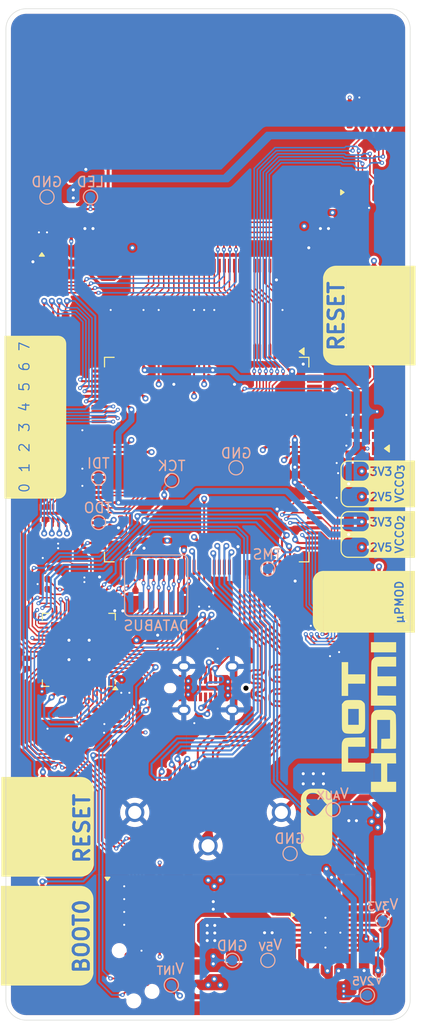
<source format=kicad_pcb>
(kicad_pcb (version 20240108) (generator "pcbnew") (generator_version "8.0")
  (title_block (comment 4 "AISLER Project ID: LECSHSDV"))
  (layers (0 "F.Cu" signal) (1 "In1.Cu" signal) (2 "In2.Cu" signal) (31 "B.Cu" signal) (34 "B.Paste" user) (35 "F.Paste" user) (36 "B.SilkS" user "B.Silkscreen") (37 "F.SilkS" user "F.Silkscreen") (38 "B.Mask" user) (39 "F.Mask" user) (44 "Edge.Cuts" user))
  (net 0 "")
  (net 1 "GND")
  (net 2 "/Buck Converter/VCC_RC")
  (net 3 "+3V3")
  (net 4 "/RP2040/XIN")
  (net 5 "/RP2040/XOUT_R")
  (net 6 "/RP2040/1V1")
  (net 7 "+5V")
  (net 8 "/LEDA")
  (net 9 "Net-(D1-A)")
  (net 11 "/VCC_{AUX}")
  (net 13 "+2V5")
  (net 14 "/DB5")
  (net 15 "/DB4")
  (net 16 "/DB12")
  (net 17 "/~{RST}")
  (net 18 "/DB1")
  (net 19 "/HS")
  (net 20 "/DB17")
  (net 21 "/DB9")
  (net 22 "/DB6")
  (net 23 "/VS")
  (net 24 "/DB0")
  (net 25 "/DB2")
  (net 26 "/DB10")
  (net 27 "/DB7")
  (net 28 "/DB3")
  (net 29 "/DB8")
  (net 30 "/DE")
  (net 31 "/DCLK")
  (net 32 "/SDA")
  (net 33 "/CS")
  (net 34 "/DB14")
  (net 35 "/DB16")
  (net 36 "/SCL")
  (net 37 "/DB13")
  (net 38 "/DB11")
  (net 39 "/DB15")
  (net 40 "Net-(R3-Pad2)")
  (net 41 "/RP2040/D+")
  (net 42 "/RP2040/D-")
  (net 44 "/Buck Converter/EN")
  (net 45 "/Buck Converter/~{PWR_FAIL}")
  (net 46 "/Buck Converter/FB_{DCDC_{2}}")
  (net 47 "/Buck Converter/FB_{LDO1}")
  (net 48 "/Buck Converter/FB_{DCDC_{3}}")
  (net 49 "/Buck Converter/FB_{DCDC_{1}}")
  (net 50 "Net-(D2-A)")
  (net 51 "/DVI_CK+")
  (net 52 "/DVI_D0-")
  (net 53 "/DVI_D1+")
  (net 54 "/TMS")
  (net 55 "/DVI_UTIL")
  (net 56 "/DVI_D2-")
  (net 57 "/DVI_SCL")
  (net 58 "/DVI_CEC")
  (net 59 "/DVI_SDA")
  (net 60 "/DVI_HPD")
  (net 61 "/DVI_CK-")
  (net 62 "/DVI_D0+")
  (net 63 "/TCK")
  (net 64 "/TDO")
  (net 65 "/DVI_D2+")
  (net 66 "/DVI_D1-")
  (net 67 "/TDI")
  (net 68 "/FPGA JTAG/FPGA_RST")
  (net 69 "Net-(U6-EN)")
  (net 70 "Net-(U4-RUN)")
  (net 71 "/BL_PWM")
  (net 72 "/FPGA IO Bank A/PMOD_A5")
  (net 73 "/FPGA IO Bank B/CLK")
  (net 74 "/FPGA IO Bank B/D_{3}")
  (net 75 "/FPGA IO Bank B/D_{1}")
  (net 76 "/FPGA IO Bank B/D_{0}")
  (net 77 "/Backlight/SW")
  (net 78 "/LEDK")
  (net 79 "/TP_INT")
  (net 80 "/RP2040/QSPI_SD1")
  (net 81 "/RP2040/QSPI_SS")
  (net 82 "/FPGA_CLK")
  (net 83 "/USB_D+")
  (net 84 "/FPGA_D5")
  (net 85 "/RP2040/SWCLK")
  (net 86 "/FPGA_D1")
  (net 87 "/RP2040/QSPI_SD2")
  (net 88 "/RP2040/QSPI_SCLK")
  (net 89 "/FPGA_D2")
  (net 90 "/RP2040/SWD")
  (net 91 "/FPGA_D4")
  (net 92 "/FPGA_D6")
  (net 93 "/RP2040/DEBUG_UART_RX")
  (net 94 "/FPGA_RD")
  (net 95 "/USB_D-")
  (net 96 "/RP2040/QSPI_SD3")
  (net 97 "/FPGA_D3")
  (net 98 "/RP2040/LED_STATUS")
  (net 99 "/TP_SDA")
  (net 100 "/FPGA_D7")
  (net 101 "/RP2040/XOUT")
  (net 102 "/TP_SCL")
  (net 103 "/FPGA_D0")
  (net 104 "/RP2040/DEBUG_UART_TX")
  (net 105 "/FPGA_WR")
  (net 106 "/RP2040/QSPI_SD0")
  (net 107 "/TP_RST")
  (net 109 "/FPGA IO Bank B/~{CS}")
  (net 110 "/VCC_{INT}")
  (net 111 "/Buck Converter/L1")
  (net 112 "/Buck Converter/L2")
  (net 113 "/Buck Converter/L3")
  (net 114 "/FPGA IO Bank B/FPGA_{BANK2}")
  (net 115 "/FPGA IO Bank B/FPGA_{BANK3}")
  (net 118 "/CC_{1}")
  (net 119 "/CC_{2}")
  (net 120 "/FPGA IO Bank A/PMOD_A4")
  (net 125 "/FPGA IO Bank B/D_{2}")
  (net 127 "Net-(D3-A)")
  (net 132 "/FPGA IO Bank A/PMOD_A1")
  (net 136 "/FPGA IO Bank A/PMOD_A2")
  (net 142 "/FPGA IO Bank A/PMOD_A3")
  (net 144 "Net-(D4-A)")
  (net 146 "/FPGA IO Bank A/PMOD_A0")
  (net 147 "Net-(D5-A)")
  (net 148 "/FPGA IO Bank A/PMOD_A7")
  (net 149 "Net-(D6-A)")
  (net 155 "/FPGA IO Bank A/PMOD_A6")
  (net 159 "/FPGA IO Bank B/LED1")
  (net 160 "/FPGA IO Bank B/LED2")
  (net 161 "/FPGA IO Bank B/LED0")
  (net 162 "/FPGA IO Bank B/LED3")
  (net 163 "Net-(D7-A)")
  (net 164 "Net-(D8-A)")
  (net 165 "Net-(D9-A)")
  (net 167 "/FPGA IO Bank B/LED7")
  (net 168 "/FPGA IO Bank B/LED4")
  (net 169 "/FPGA IO Bank B/LED5")
  (net 170 "/FPGA IO Bank B/LED6")
  (net 176 "/RP2040/EEPROM_SCL")
  (net 177 "/RP2040/EEPROM_SDA")
  (net 181 "/FPGA IO Bank A/CLK_{100N}")
  (net 182 "/FPGA IO Bank A/CLK_{100P}")
  (net 184 "/DONE")
  (footprint "KiCAD Library:R_0402_1005Metric" (layer "F.Cu") (at 173.08 135.115 90)
    (property "Reference" "R17" (hide yes))
    (property "Value" "470k")
  )
  (footprint "KiCAD Library:C_0402_1005Metric" (layer "F.Cu") (at 160.45 111.66 -90)
    (property "Reference" "C31" (hide yes))
    (property "Value" "1u")
  )
  (footprint "Package_SO:SOIC-8_3.9x4.9mm_P1.27mm" (layer "F.Cu") (at 166.825 130.035)
    (property "Reference" "U5" (hide yes))
    (property "Value" "FT24C04A")
  )
  (footprint "KiCAD Library:C_0402_1005Metric" (layer "F.Cu") (at 166.9 99.42 -90)
    (property "Reference" "C16" (hide yes))
    (property "Value" "100n")
  )
  (footprint "KiCAD Library:C_0402_1005Metric" (layer "F.Cu") (at 156.65 62.455 -90)
    (property "Reference" "C41" (hide yes))
    (property "Value" "1u")
  )
  (footprint "KiCAD Library:C_0603_1608Metric" (layer "F.Cu") (at 163 113.89)
    (property "Reference" "C28" (hide yes))
    (property "Value" "2u2")
  )
  (footprint "Paw-Connect:Paw-Connect_RevB_TC2030-IDC-NL_2x03_P1.27mm_Vertical" (layer "F.Cu") (at 166.925 136.975 90)
    (property "Reference" "J3" (hide yes))
    (property "Value" "DEBUG")
  )
  (footprint "KiCAD Library:C_0402_1005Metric" (layer "F.Cu") (at 174.7 72.19 90)
    (property "Reference" "C22" (hide yes))
    (property "Value" "100n")
  )
  (footprint "KiCAD Library:C_0402_1005Metric" (layer "F.Cu") (at 157.7 98.75 180)
    (property "Reference" "C30" (hide yes))
    (property "Value" "100n")
  )
  (footprint "KiCAD Library:C_0402_1005Metric" (layer "F.Cu") (at 187.47 85.35 180)
    (property "Reference" "C54" (hide yes))
    (property "Value" "10n")
  )
  (footprint "KiCAD Library:C_0402_1005Metric" (layer "F.Cu") (at 169.199999 72.19 90)
    (property "Reference" "C11" (hide yes))
    (property "Value" "100n")
  )
  (footprint "LOGO" (layer "F.Cu") (at 184.82 120.04 90)
    (property "Reference" "G***" (hide yes))
    (property "Value" "LOGO" (hide yes))
  )
  (footprint "KiCAD Library:C_0402_1005Metric" (layer "F.Cu") (at 188.575 50.7)
    (property "Reference" "C24" (hide yes))
    (property "Value" "100n")
  )
  (footprint "KiCAD Library:D_0805_2012Metric" (layer "F.Cu") (at 158.180001 80.75)
    (property "Reference" "D5" (hide yes))
    (property "Value" "LED")
  )
  (footprint "KiCAD Library:C_0402_1005Metric" (layer "F.Cu") (at 167.7 72.19 90)
    (property "Reference" "C21" (hide yes))
    (property "Value" "100n")
  )
  (footprint "KiCAD Library:C_0603_1608Metric" (layer "F.Cu") (at 180.775 128.54 -90)
    (property "Reference" "C53" (hide yes))
    (property "Value" "10u")
  )
  (footprint "KiCAD Library:C_0402_1005Metric" (layer "F.Cu") (at 186.249999 89.24 -90)
    (property "Reference" "C15" (hide yes))
    (property "Value" "100n")
  )
  (footprint "KiCAD Library:C_0402_1005Metric" (layer "F.Cu") (at 158.45 96.15 -90)
    (property "Reference" "C26" (hide yes))
    (property "Value" "8p")
  )
  (footprint "KiCAD Library:C_0603_1608Metric" (layer "F.Cu") (at 189.9 127.815 180)
    (property "Reference" "C50" (hide yes))
    (property "Value" "10u")
  )
  (footprint "KiCAD Library:D_0805_2012Metric" (layer "F.Cu") (at 158.180001 76.75)
    (property "Reference" "D7" (hide yes))
    (property "Value" "LED")
  )
  (footprint "Connector_PinHeader_1.00mm:PinHeader_2x06_P1.00mm_Vertical_SMD" (layer "F.Cu") (at 188.5 100 -90)
    (property "Reference" "J4" (hide yes))
    (property "Value" "Conn_01x12")
  )
  (footprint "KiCAD Library:D_0805_2012Metric" (layer "F.Cu") (at 184.82 123.04 90)
    (property "Reference" "D9" (hide yes))
    (property "Value" "LED")
  )
  (footprint "KiCAD Library:R_0402_1005Metric" (layer "F.Cu") (at 184.635 126.675001 -90)
    (property "Reference" "R14" (hide yes))
    (property "Value" "1R")
  )
  (footprint "KiCAD Library:R_0402_1005Metric" (layer "F.Cu") (at 173.05 130.315 -90)
    (property "Reference" "R23" (hide yes))
    (property "Value" "105k")
  )
  (footprint "KiCAD Library:CONN_217182-0001_MOL" (layer "F.Cu") (at 174.084999 108.54 180)
    (property "Reference" "J1" (hide yes))
    (property "Value" "USB4105-GF-A-120\n")
  )
  (footprint "KiCAD Library:C_0402_1005Metric" (layer "F.Cu") (at 180.2 99.42 -90)
    (property "Reference" "C18" (hide yes))
    (property "Value" "100n")
  )
  (footprint "Package_QFP:TQFP-144_20x20mm_P0.5mm" (layer "F.Cu") (at 173.95 85.94 -90)
    (property "Reference" "U1" (hide yes))
    (property "Value" "XC6SLX9-TQG144" (hide yes))
  )
  (footprint "LOGO" (layer "F.Cu") (at 176.4 51.95 180)
    (property "Reference" "G***" (hide yes))
    (property "Value" "LOGO" (hide yes))
  )
  (footprint "KiCAD Library:C_0402_1005Metric" (layer "F.Cu") (at 187.73 62.375)
    (property "Reference" "C2" (hide yes))
    (property "Value" "1u")
  )
  (footprint "KiCAD Library:C_0402_1005Metric" (layer "F.Cu") (at 186.249999 85.8 -90)
    (property "Reference" "C9" (hide yes))
    (property "Value" "100n")
  )
  (footprint "KiCAD Library:XLH335200.000000I" (layer "F.Cu") (at 189.85 83.55 90)
    (property "Reference" "U8" (hide yes))
    (property "Value" "XLH335200.000000I")
  )
  (footprint "KiCAD Library:R_0402_1005Metric" (layer "F.Cu") (at 169.3 133.735 90)
    (property "Reference" "R9" (hide yes))
    (property "Value" "1k")
  )
  (footprint "Package_TO_SOT_SMD:SOT-23-6" (layer "F.Cu") (at 158.6 63.495 90)
    (property "Reference" "U6" (hide yes))
    (property "Value" "AP5725" (hide yes))
  )
  (footprint "KiCAD Library:XRNR4012" (layer "F.Cu") (at 189.15 124.87)
    (property "Reference" "L3" (hide yes))
    (property "Value" "3u3" (hide yes))
  )
  (footprint "KiCAD Library:XRNR4012" (layer "F.Cu") (at 157.85 58.575 180)
    (property "Reference" "L1" (hide yes))
    (property "Value" "22u" (hide yes))
  )
  (footprint "KiCAD Library:R_0402_1005Metric" (layer "F.Cu") (at 190.7 134.825 90)
    (property "Reference" "R15" (hide yes))
    (property "Value" "100k")
  )
  (footprint "KiCAD Library:PTS636 SM25J SMTR LFS" (layer "F.Cu") (at 157.75 122.25 90)
    (property "Reference" "SW3" (hide yes))
    (property "Value" "DNF")
  )
  (footprint "KiCAD Library:R_0402_1005Metric" (layer "F.Cu") (at 174.5 102.8 90)
    (property "Reference" "R7" (hide yes))
    (property "Value" "27")
  )
  (footprint "KiCAD Library:D_0805_2012Metric" (layer "F.Cu") (at 158.180001 74.75)
    (property "Reference" "D8" (hide yes))
    (property "Value" "LED")
  )
  (footprint "KiCAD Library:C_0402_1005Metric" (layer "F.Cu") (at 174.2 99.44 -90)
    (property "Reference" "C6" (hide yes))
    (property "Value" "100n")
  )
  (footprint "KiCAD Library:C_0603_1608Metric" (layer "F.Cu") (at 181.325 134.065 -90)
    (property "Reference" "C46" (hide yes))
    (property "Value" "10u")
  )
  (footprint "KiCAD Library:C_0603_1608Metric" (layer "F.Cu") (at 180.775001 136.915 90)
    (property "Reference" "C47" (hide yes))
    (property "Value" "10u")
  )
  (footprint "KiCAD Library:D_0805_2012Metric" (layer "F.Cu") (at 158.180001 82.75)
    (property "Reference" "D1" (hide yes))
    (property "Value" "LED")
  )
  (footprint "KiCAD Library:R_0603_1608Metric" (layer "F.Cu") (at 158.624999 66.3825 180)
    (property "Reference" "R12" (hide yes))
    (property "Value" "12R5")
  )
  (footprint "KiCAD Library:C_0402_1005Metric" (layer "F.Cu") (at 161.65 84.08 90)
    (property "Reference" "C10" (hide yes))
    (property "Value" "100n")
  )
  (footprint "KiCAD Library:C_0402_1005Metric" (layer "F.Cu") (at 158.65 113.475 90)
    (property "Reference" "C35" (hide yes))
    (property "Value" "100n")
  )
  (footprint "KiCAD Library:W25Q16JVUXIQ TR" (layer "F.Cu") (at 163.7 112.09 180)
    (property "Reference" "U3" (hide yes))
    (property "Value" "W25Q16JV" (hide yes))
  )
  (footprint "KiCAD Library:C_0402_1005Metric" (layer "F.Cu") (at 168 103.2)
    (property "Reference" "C36" (hide yes))
    (property "Value" "100n")
  )
  (footprint "KiCAD Library:R_0402_1005Metric" (layer "F.Cu") (at 174.084999 112 180)
    (property "Reference" "R2" (hide yes))
    (property "Value" "5k1")
  )
  (footprint "KiCAD Library:C_0603_1608Metric" (layer "F.Cu") (at 181.325 131.365 90)
    (property "Reference" "C45" (hide yes))
    (property "Value" "10u")
  )
  (footprint "KiCAD Library:C_0402_1005Metric" (layer "F.Cu") (at 160.55 94.3)
    (property "Reference" "C25" (hide yes))
    (property "Value" "8p")
  )
  (footprint "Jumper:SolderJumper-2_P1.3mm_Open_RoundedPad1.0x1.5mm" (layer "F.Cu") (at 188.649999 87.09 180)
    (property "Reference" "JP8" (hide yes))
    (property "Value" "SolderJumper_2_Open")
  )
  (footprint "KiCAD Library:C_0402_1005Metric" (layer "F.Cu") (at 173.2 99.44 -90)
    (property "Reference" "C12" (hide yes))
    (property "Value" "100n")
  )
  (footprint "KiCAD Library:C_0402_1005Metric" (layer "F.Cu") (at 157.75 113.475 90)
    (property "Reference" "C34" (hide yes))
    (property "Value" "100n")
  )
  (footprint "KiCAD Library:R_0402_1005Metric" (layer "F.Cu") (at 173.05 128.315 -90)
    (property "Reference" "R22" (hide yes))
    (property "Value" "470k")
  )
  (footprint "KiCAD Library:R_0402_1005Metric" (layer "F.Cu") (at 188.1 120.094999 180)
    (property "Reference" "R19" (hide yes))
    (property "Value" "105k")
  )
  (footprint "Jumper:SolderJumper-2_P1.3mm_Open_RoundedPad1.0x1.5mm" (layer "F.Cu") (at 188.649999 92.09 180)
    (property "Reference" "JP6" (hide yes))
    (property "Value" "SolderJumper_2_Open")
  )
  (footprint "KiCAD Library:C_ARRAY_EXB28V_PAN-L" (layer "F.Cu") (at 159 91.25 90)
    (property "Reference" "RN1" (hide yes))
    (property "Value" "270")
  )
  (footprint "KiCAD Library:ECS120836CKMTR3" (layer "F.Cu") (at 160.55 96.15 180)
    (property "Reference" "Y1" (hide yes))
    (property "Value" "12MHz" (hide yes))
  )
  (footprint "KiCAD Library:C_0603_1608Metric" (layer "F.Cu") (at 185.529999 138.915 180)
    (property "Reference" "C51" (hide yes))
    (property "Value" "2u2")
  )
  (footprint "KiCAD Library:XRNR4012" (layer "F.Cu") (at 177.855 136.165 -90)
    (property "Reference" "L2" (hide yes))
    (property "Value" "2u2")
  )
  (footprint "KiCAD Library:C_0402_1005Metric" (layer "F.Cu") (at 161.650001 85.8 -90)
    (property "Reference" "C5" (hide yes))
    (property "Value" "100n")
  )
  (footprint "KiCAD Library:C_0402_1005Metric" (layer "F.Cu") (at 172.7 72.19 90)
    (property "Reference" "C3" (hide yes))
    (property "Value" "100n")
  )
  (footprint "KiCAD Library:C_0603_1608Metric" (layer "F.Cu") (at 182.175 136.915 90)
    (property "Reference" "C48" (hide yes))
    (property "Value" "10u")
  )
  (footprint "KiCAD Library:R_0402_1005Metric" (layer "F.Cu") (at 174.084999 105.075)
    (property "Reference" "R1" (hide yes))
    (property "Value" "5k1")
  )
  (footprint "Package_SO:SOIC-8_5.275x5.275mm_P1.27mm" (layer "F.Cu") (at 190 56 90)
    (property "Reference" "U2" (hide yes))
    (property "Value" "IS25LP128F-JBLE-TR")
  )
  (footprint "KiCAD Library:PTS636 SM25J SMTR LFS" (layer "F.Cu") (at 157.7 133.065 90)
    (property "Reference" "SW2" (hide yes))
    (property "Value" "DNF")
  )
  (footprint "KiCAD Library:C_0402_1005Metric" (layer "F.Cu") (at 161.2 80.18 -90)
    (property "Reference" "C20" (hide yes))
    (property "Value" "100n")
  )
  (footprint "KiCAD Library:PTS636 SM25J SMTR LFS" (layer "F.Cu") (at 190.5 71.7 90)
    (property "Reference" "SW1")
    (property "Value" "DNF")
  )
  (footprint "LOGO" (layer "F.Cu") (at 184.82 120.04 90)
    (property "Reference" "G***" (hide yes))
    (property "Value" "LOGO" (hide yes))
  )
  (footprint "KiCAD Library:R_0402_1005Metric" (layer "F.Cu") (at 173.5 102.8 90)
    (property "Reference" "R6" (hide yes))
    (property "Value" "27")
  )
  (footprint "KiCAD Library:C_0603_1608Metric" (layer "F.Cu") (at 182.175 128.54 -90)
    (property "Reference" "C52" (hide yes))
    (property "Value" "10u")
  )
  (footprint "Diode_SMD:D_SOD-323" (layer "F.Cu") (at 157.85 55.475 180)
    (property "Reference" "D10" (hide yes))
    (property "Value" "ZLLS400TA" (hide yes))
  )
  (footprint "KiCAD Library:MOLEX_476591102" (layer "F.Cu") (at 174.084999 121.4)
    (property "Reference" "J2" (hide yes))
    (property "Value" "HDMI_A_1.4" (hide yes))
  )
  (footprint "KiCAD Library:C_0402_1005Metric" (layer "F.Cu") (at 186.729999 81.53)
    (property "Reference" "C13" (hide yes))
    (property "Value" "100n")
  )
  (footprint "KiCAD Library:R_0402_1005Metric" (layer "F.Cu") (at 160.55 98 180)
    (property "Reference" "R5" (hide yes))
    (property "Value" "1k")
  )
  (footprint "KiCAD Library:R_0402_1005Metric" (layer "F.Cu") (at 185.975 137.84 180)
    (property "Reference" "R20" (hide yes))
    (property "Value" "150k")
  )
  (footprint "KiCAD Library:GCT_FFC2B35-40-G_REVA2_INV" (layer "F.Cu") (at 173.949999 63.49 180)
    (property "Reference" "DS1" (hide yes))
    (property "Value" "ST7701_IPS_3.99_TOUCH")
  )
  (footprint "KiCAD Library:C_0402_1005Metric" (layer "F.Cu") (at 171.7 99.42 -90)
    (property "Reference" "C17" (hide yes))
    (property "Value" "100n")
  )
  (footprint "KiCAD Library:R_0402_1005Metric" (layer "F.Cu") (at 156.2 106.1 -90)
    (property "Reference" "R10" (hide yes))
    (property "Value" "270")
  )
  (footprint "KiCAD Library:D_0805_2012Metric" (layer "F.Cu") (at 158.180001 78.75)
    (property "Reference" "D6" (hide yes))
    (property "Value" "LED")
  )
  (footprint "KiCAD Library:IC_ADS125H01IRHBT" (layer "F.Cu") (at 185.7 132.715)
    (property "Reference" "U7" (hide yes))
    (property "Value" "TPS650250RHBR" (hide yes))
  )
  (footprint "KiCAD Library:C_0402_1005Metric" (layer "F.Cu") (at 181.45 72.19 90)
    (property "Reference" "C23" (hide yes))
    (property "Value" "100n")
  )
  (footprint "KiCAD Library:C_0402_1005Metric" (layer "F.Cu") (at 158.65 111.66 -90)
    (property "Reference" "C38" (hide yes))
    (property "Value" "100n")
  )
  (footprint "KiCAD Library:D_0805_2012Metric" (layer "F.Cu") (at 158.180001 84.75)
    (property "Reference" "D2" (hide yes))
    (property "Value" "LED")
  )
  (footprint "KiCAD Library:C_0402_1005Metric" (layer "F.Cu") (at 157.75 111.66 -90)
    (property "Reference" "C33" (hide yes))
    (property "Value" "100n")
  )
  (footprint "Package_DFN_QFN:QFN-56-1EP_7x7mm_P0.4mm_EP3.2x3.2mm" (layer "F.Cu") (at 161.300001 104.7525 180)
    (property "Reference" "U4" (hide yes))
    (property "Value" "RP2040")
  )
  (footprint "KiCAD Library:C_0402_1005Metric" (layer "F.Cu") (at 157.7 97.75 180)
    (property "Reference" "C37" (hide yes))
    (property "Value" "100n")
  )
  (footprint "KiCAD Library:R_0402_1005Metric" (layer "F.Cu") (at 189.725 134.829999 90)
    (property "Reference" "R13" (hide yes))
    (property "Value" "1k")
  )
  (footprint "KiCAD Library:C_0402_1005Metric" (layer "F.Cu") (at 184.635 128.635 -90)
    (property "Reference" "C44" (hide yes))
    (property "Value" "1u")
  )
  (footprint "KiCAD Library:C_0603_1608Metric" (layer "F.Cu") (at 187.05 128.340001)
    (property "Reference" "C43" (hide yes))
    (property "Value" "10u")
  )
  (footprint "KiCAD Library:C_0402_1005Metric" (layer "F.Cu") (at 166.48 107.8)
    (property "Reference" "C32" (hide yes))
    (property "Value" "100n")
  )
  (footprint "KiCAD Library:R_0402_1005Metric" (layer "F.Cu") (at 190.100001 120.095 180)
    (property "Reference" "R18" (hide yes))
    (property "Value" "470k")
  )
  (footprint "KiCAD Library:C_0402_1005Metric" (layer "F.Cu") (at 173.7 72.19 90)
    (property "Reference" "C8" (hide yes))
    (property "Value" "100n")
  )
  (footprint "KiCAD Library:R_0402_1005Metric" (layer "F.Cu") (at 184.625 137.380001 -90)
    (property "Reference" "R21" (hide yes))
    (property "Value" "100k")
  )
  (footprint "KiCAD Library:R_0402_1005Metric" (layer "F.Cu") (at 170.249999 133.735 90)
    (property "Reference" "R8" (hide yes))
    (property "Value" "1k")
  )
  (footprint "KiCAD Library:D_0805_2012Metric" (layer "F.Cu") (at 158.180001 88.75)
    (property "Reference" "D4" (hide yes))
    (property "Value" "LED")
  )
  (footprint "KiCAD Library:C_0402_1005Metric" (layer "F.Cu") (at 187.73 61.475)
    (property "Reference" "C1" (hide yes))
    (property "Value" "100n")
  )
  (footprint "KiCAD Library:R_0402_1005Metric" (layer "F.Cu") (at 167.05 113.430001 90)
    (property "Reference" "R4" (hide yes))
    (property "Value" "DNF")
  )
  (footprint "KiCAD Library:C_0402_1005Metric" (layer "F.Cu") (at 168.82 126.635 180)
    (property "Reference" "C40" (hide yes))
    (property "Value" "100n")
  )
  (footprint "KiCAD Library:C_0603_1608Metric" (layer "F.Cu") (at 160.95 56.475 -90)
    (property "Reference" "C42" (hide yes))
    (property "Value" "1u")
  )
  (footprint "KiCAD Library:R_0402_1005Metric" (layer "F.Cu") (at 160.55 62.474999 90)
    (property "Reference" "R11" (hide yes))
    (property "Value" "100" (hide yes))
  )
  (footprint "Jumper:SolderJumper-2_P1.3mm_Open_RoundedPad1.0x1.5mm" (layer "F.Cu") (at 188.649999 89.6 180)
    (property "Reference" "JP7" (hide yes))
    (property "Value" "SolderJumper_2_Open")
  )
  (footprint "KiCAD Library:C_0402_1005Metric" (layer "F.Cu") (at 161.650001 89.58 90)
    (property "Reference" "C19" (hide yes))
    (property "Value" "100n")
  )
  (footprint "KiCAD Library:C_0402_1005Metric" (layer "F.Cu") (at 161.1 113.45 -90)
    (property "Reference" "C27" (hide yes))
    (property "Value" "100n" (hide yes))
  )
  (footprint "KiCAD Library:C_0402_1005Metric" (layer "F.Cu") (at 159.55 113.475 90)
    (property "Reference" "C39" (hide yes))
    (property "Value" "1u")
  )
  (footprint "LOGO" (layer "F.Cu") (at 189.676732 110.796197 90)
    (property "Reference" "G***" (hide yes))
    (property "Value" "LOGO" (hide yes))
  )
  (footprint "KiCAD Library:C_0402_1005Metric" (layer "F.Cu") (at 159.55 111.66 -90)
    (property "Reference" "C29" (hide yes))
    (property "Value" "100n")
  )
  (footprint "KiCAD Library:C_0603_1608Metric" (layer "F.Cu") (at 189.9 129.214999 180)
    (property "Reference" "C49" (hide yes))
    (property "Value" "10u")
  )
  (footprint "KiCAD Library:C_0402_1005Metric" (layer "F.Cu") (at 164.45 72.19 90)
    (property "Reference" "C4" (hide yes))
    (property "Value" "100n")
  )
  (footprint "KiCAD Library:R_0402_1005Metric" (layer "F.Cu") (at 165.35 113.94 180)
    (property "Reference" "R3" (hide yes))
    (property "Value" "10K")
  )
  (footprint "KiCAD Library:R_0402_1005Metric" (layer "F.Cu") (at 173.08 137.115 90)
    (property "Reference" "R16" (hide yes))
    (property "Value" "470k")
  )
  (footprint "KiCAD Library:XRNR4012" (layer "F.Cu") (at 177.855 129.265 90)
    (property "Reference" "L4" (hide yes))
    (property "Value" "2u2" (hide yes))
  )
  (footprint "KiCAD Library:D_0805_2012Metric" (layer "F.Cu") (at 158.180001 86.75)
    (property "Reference" "D3" (hide yes))
    (property "Value" "LED")
  )
  (footprint "KiCAD Library:C_0402_1005Metric" (layer "F.Cu") (at 186.249999 87.52 -90)
    (property "Reference" "C14" (hide yes))
    (property "Value" "100n")
  )
  (footprint "KiCAD Library:C_ARRAY_EXB28V_PAN-L" (layer "F.Cu") (at 159 72.25 -90)
    (property "Reference" "RN2" (hide yes))
    (property "Value" "270" (hide yes))
  )
  (footprint "Jumper:SolderJumper-2_P1.3mm_Open_RoundedPad1.0x1.5mm" (layer "F.Cu") (at 188.649999 94.6 180)
    (property "Reference" "JP5" (hide yes))
    (property "Value" "SolderJumper_2_Open")
  )
  (footprint "KiCAD Library:C_0402_1005Metric" (layer "F.Cu") (at 186.73 84.56)
    (property "Reference" "C7" (hide yes))
    (property "Value" "100n")
  )
  (footprint "TestPoint:TestPoint_Pad_D1.0mm" (layer "B.Cu") (at 180 96.75 180)
    (property "Reference" "TP1" (hide yes))
    (property "Value" "TestPoint")
  )
  (footprint "TestPoint:TestPoint_Pad_D1.0mm" (layer "B.Cu") (at 162.45 59.975 180)
    (property "Reference" "TP6" (hide yes))
    (property "Value" "TestPoint")
  )
  (footprint "TestPoint:TestPoint_Pad_D1.0mm" (layer "B.Cu") (at 163.25 87.75 180)
    (property "Reference" "TP4" (hide yes))
    (property "Value" "TestPoint")
  )
  (footprint "TestPoint:TestPoint_Pad_D1.0mm" (layer "B.Cu") (at 176.5 135.45 180)
    (property "Reference" "TP12" (hide yes))
    (property "Value" "TestPoint")
  )
  (footprint "Connector_PinHeader_1.00mm:PinHeader_2x06_P1.00mm_Vertical_SMD" (layer "B.Cu") (at 168.95 98.4 -90)
    (property "Reference" "J5" (hide yes))
    (property "Value" "DNM")
  )
  (footprint "TestPoint:TestPoint_Pad_D1.0mm" (layer "B.Cu") (at 182.2 124.9 180)
    (property "Reference" "TP14" (hide yes))
    (property "Value" "TestPoint")
  )
  (footprint "TestPoint:TestPoint_Pad_D1.0mm" (layer "B.Cu") (at 180 135.45 180)
    (property "Reference" "TP13" (hide yes))
    (property "Value" "TestPoint")
  )
  (footprint "TestPoint:TestPoint_Pad_D1.0mm" (layer "B.Cu") (at 158.15 59.975 180)
    (property "Reference" "TP7" (hide yes))
    (property "Value" "TestPoint")
  )
  (footprint "TestPoint:TestPoint_Pad_D1.0mm" (layer "B.Cu") (at 191.35 131.5 180)
    (property "Reference" "TP10" (hide yes))
    (property "Value" "TestPoint")
  )
  (footprint "TestPoint:TestPoint_Pad_D1.0mm" (layer "B.Cu") (at 170.5 88 180)
    (property "Reference" "TP2" (hide yes))
    (property "Value" "TestPoint")
  )
  (footprint "TestPoint:TestPoint_Pad_D1.0mm" (layer "B.Cu") (at 163.25 92.161082 180)
    (property "Reference" "TP3" (hide yes))
    (property "Value" "TestPoint")
  )
  (footprint "TestPoint:TestPoint_Pad_D1.0mm" (layer "B.Cu") (at 170.45 137.9 180)
    (property "Reference" "TP8" (hide yes))
    (property "Value" "TestPoint")
  )
  (footprint "TestPoint:TestPoint_Pad_D1.0mm" (layer "B.Cu") (at 176.85 86.75 180)
    (property "Reference" "TP5" (hide yes))
    (property "Value" "TestPoint")
  )
  (footprint "TestPoint:TestPoint_Pad_D1.0mm" (layer "B.Cu") (at 186.45 120.55 180)
    (property "Reference" "TP9" (hide yes))
    (property "Value" "TestPoint")
  )
  (footprint "TestPoint:TestPoint_Pad_D1.0mm" (layer "B.Cu") (at 189.85 138.9 180)
    (property "Reference" "TP11" (hide yes))
    (property "Value" "TestPoint")
  )
  (gr_poly (pts (xy 163.2875 85.54) (xy 162.42 85.54) (xy 161.96 86) (xy 161.650001 86) (xy 161.65 86.385) (xy 161.945 86.385) (xy 162.49 85.84) (xy 163.2875 85.84)) (fill solid) (layer "F.Cu") (net 1))
  (gr_poly (pts (xy 191.4 124.87) (xy 191.4 120.295001) (xy 190.879999 119.775) (xy 190.609999 119.775) (xy 190.339999 120.045001) (xy 190.339999 120.660001) (xy 189.8 121.2) (xy 189.8 124.87)) (fill solid) (layer "F.Cu") (net 11))
  (gr_poly (pts (xy 184.6125 85.34) (xy 185.679999 85.34) (xy 185.939999 85.6) (xy 186.249999 85.6) (xy 186.249999 85.04) (xy 184.6125 85.04)) (fill solid) (layer "F.Cu") (net 11))
  (gr_poly (pts (xy 183.3 134.09) (xy 183 134.09) (xy 182.775 134.315) (xy 182.775 136.489999) (xy 182.674999 136.59) (xy 180.775 136.59) (xy 180.325 136.14) (xy 180.325 134.915002) (xy 180.850001 134.39) (xy 182.15 134.39) (xy 182.7 133.84) (xy 183.3 133.84)) (fill solid) (layer "F.Cu") (net 1))
  (gr_poly (pts (xy 180.675 133.915001) (xy 176.655 133.915) (xy 175.855 134.715) (xy 175.855 135.515) (xy 179.855 135.515) (xy 179.854999 134.715) (xy 180.355 134.215) (xy 180.675 134.215)) (fill solid) (layer "F.Cu") (net 111))
  (gr_poly (pts (xy 175.487399 109.405) (xy 175.487399 107.675) (xy 175.182599 107.675) (xy 175.182599 109.405)) (fill solid) (layer "F.Cu") (net 7))
  (gr_poly (pts (xy 160.6 107.7525) (xy 160.6 109.7) (xy 159.9 110.4) (xy 158 110.4) (xy 157.8 110.2) (xy 157.8 109.427501) (xy 158.600001 108.6275) (xy 159.200002 108.6275) (xy 159.200002 107.7525) (xy 158.500001 107.7525) (xy 158.300001 107.5525) (xy 158.300001 107.3525) (xy 158.200001 107.2525) (xy 157.425001 107.2525) (xy 156.95 107.725) (xy 156.65 108.025) (xy 156.65 113.695) (xy 157.19 114.235) (xy 159.58 114.235) (xy 159.86 113.955) (xy 159.58 113.675) (xy 157.44 113.675) (xy 157.25 113.485) (xy 157.25 111.65) (xy 157.44 111.46) (xy 158.68 111.46) (xy 158.96 111.18) (xy 158.96 110.9) (xy 159.16 110.7) (xy 160 110.7) (xy 161.200001 109.499999) (xy 161.200001 107.7525)) (fill solid) (layer "F.Cu") (net 3))
  (gr_poly (pts (xy 171.487399 109.405) (xy 171.487399 107.675) (xy 171.182599 107.675) (xy 171.182599 109.405)) (fill solid) (layer "F.Cu") (net 1))
  (gr_poly (pts (xy 184.325 130.315) (xy 184.575 130.315) (xy 184.574999 131.165) (xy 184.325 131.165)) (fill solid) (layer "F.Cu") (net 1))
  (gr_poly (pts (xy 174.9874 109.405) (xy 174.9874 112.202599) (xy 174.864999 112.325) (xy 174.594999 112.325) (xy 174.324999 112.055) (xy 174.324999 111.494402) (xy 174.6826 111.136801) (xy 174.6826 109.405)) (fill solid) (layer "F.Cu") (net 118))
  (gr_poly (pts (xy 185.825 130.415) (xy 185.825 128.340001) (xy 186.725001 128.34) (xy 186.725 128.89) (xy 186.075 129.54) (xy 186.075 130.365)) (fill solid) (layer "F.Cu") (net 7))
  (gr_poly (pts (xy 157.650001 61.695) (xy 156.65 61.695) (xy 156.65 62.255) (xy 157.247501 62.255) (xy 157.350001 62.3575) (xy 157.650001 62.3575)) (fill solid) (layer "F.Cu") (net 7))
  (gr_poly (pts (xy 177.855 136.815) (xy 179.875 136.815) (xy 180.3 137.24) (xy 182.65 137.24) (xy 183 136.89) (xy 183 134.34) (xy 183.6 134.34) (xy 183.6 137.49) (xy 182.95 138.14) (xy 180.13 138.14) (xy 179.855 138.415) (xy 177.855 138.415)) (fill solid) (layer "F.Cu") (net 110))
  (gr_poly (pts (xy 160.76 111.18) (xy 160.76 110.58) (xy 161.600001 109.739999) (xy 161.600001 107.75) (xy 161.400001 107.75) (xy 161.400001 109.639999) (xy 160.14 110.9) (xy 160.14 111.18)) (fill solid) (layer "F.Cu") (net 6))
  (gr_poly (pts (xy 166.93 99.62) (xy 166.28 99.62) (xy 166 99.9) (xy 164.7 99.9) (xy 164.25 100.35) (xy 164.25 101.65) (xy 164.4 101.8) (xy 166 101.8) (xy 167.21 100.59) (xy 167.21 99.9)) (fill solid) (layer "F.Cu") (net 1))
  (gr_poly (pts (xy 173.5 134.065) (xy 173 133.565) (xy 173 131.865) (xy 173.5 131.365)) (fill solid) (layer "F.Cu") (net 7))
  (gr_poly (pts (xy 165.349999 66.09) (xy 164.549999 66.09) (xy 164.549999 67.39) (xy 165.349999 67.39)) (fill solid) (layer "F.Cu") (net 78))
  (gr_poly (pts (xy 188.499999 87.84) (xy 188.499999 89.100001) (xy 188 89.6) (xy 187.749999 89.6) (xy 187.499999 89.35) (xy 187.499999 87.34) (xy 187.999999 87.34)) (fill solid) (layer "F.Cu") (net 115))
  (gr_poly (pts (xy 183.3 133.34) (xy 182.55 133.34) (xy 181.975 133.915) (xy 180.675 133.915001) (xy 180.675 134.215) (xy 182.075 134.215) (xy 182.7 133.59) (xy 183.3 133.59)) (fill solid) (layer "F.Cu") (net 111))
  (gr_poly (pts (xy 188.499999 92.84) (xy 188.499999 94.100001) (xy 188 94.6) (xy 187.749999 94.6) (xy 187.499999 94.35) (xy 187.499999 92.34) (xy 187.999999 92.34)) (fill solid) (layer "F.Cu") (net 114))
  (gr_poly (pts (xy 184.6125 86.54) (xy 185.59 86.54) (xy 185.81 86.76) (xy 186.249999 86.76) (xy 186.249999 87.32) (xy 185.939999 87.32) (xy 185.65 87.030001) (xy 185.65 86.95) (xy 185.54 86.84) (xy 184.6125 86.84)) (fill solid) (layer "F.Cu") (net 3))
  (gr_poly (pts (xy 183.3 132.09) (xy 182.55 132.09) (xy 181.975 131.515) (xy 180.675 131.514999) (xy 180.675 131.215) (xy 182.075 131.215) (xy 182.7 131.84) (xy 183.3 131.84)) (fill solid) (layer "F.Cu") (net 113))
  (gr_poly (pts (xy 182.525 133.09) (xy 182.525 132.34) (xy 181.875 131.69) (xy 181.3 131.69) (xy 180.850001 132.14) (xy 180.850001 133.29) (xy 181.3 133.74) (xy 181.875 133.74)) (fill solid) (layer "F.Cu") (net 7))
  (gr_poly (pts (xy 183.549999 66.74) (xy 183.549999 64.750001) (xy 183.8 64.5) (xy 184.4 64.5) (xy 184.6 64.7) (xy 184.6 65.3) (xy 184.4 65.5) (xy 184.1 65.5) (xy 183.849999 65.750001) (xy 183.849999 66.74)) (fill solid) (layer "F.Cu") (net 1))
  (gr_poly (pts (xy 190.5 131.615) (xy 191.4 130.715) (xy 191.4 130.215) (xy 191.3 130.114999) (xy 191.2 130.115) (xy 190.5 130.815001)) (fill solid) (layer "F.Cu") (net 1))
  (gr_poly (pts (xy 164.225 113.89) (xy 164.225 111.764999) (xy 164.5 111.489999) (xy 165.1 111.489999) (xy 165.1 111.189999) (xy 163.560001 111.189999) (xy 163.325 111.425) (xy 163.325 113.89)) (fill solid) (layer "F.Cu") (net 1))
  (gr_poly (pts (xy 188.1 131.09) (xy 188.475 131.09) (xy 188.7 131.315) (xy 188.7 131.515) (xy 188.8 131.615001) (xy 190.5 131.615) (xy 190.6 131.515) (xy 190.6 130.915) (xy 190.5 130.815001) (xy 188.5 130.815) (xy 188.475 130.84) (xy 188.1 130.84)) (fill solid) (layer "F.Cu") (net 1))
  (gr_poly (pts (xy 185.825 128.340001) (xy 185.825 127.14) (xy 185.120002 126.435002) (xy 184.635 126.435002) (xy 184.635 125.895002) (xy 185.980002 125.895002) (xy 186.725 126.64) (xy 186.725 128.340001)) (fill solid) (layer "F.Cu") (net 7))
  (gr_poly (pts (xy 158.550001 102.0025) (xy 164.050001 102.0025) (xy 164.050001 107.5025) (xy 163.200001 106.6525) (xy 163.200001 102.8525) (xy 159.400001 102.8525)) (fill solid) (layer "F.Cu") (net 6))
  (gr_poly (pts (xy 184.944999 137.89) (xy 184.944999 138.18) (xy 185.204999 138.44) (xy 185.204998 138.915) (xy 184.304999 138.915) (xy 184.304999 137.89)) (fill solid) (layer "F.Cu") (net 1))
  (gr_poly (pts (xy 181.875 133.74) (xy 180.375 133.74) (xy 180.1 133.465) (xy 175.8 133.465) (xy 175.2 134.065) (xy 173.5 134.065) (xy 173.5 132.465) (xy 182.225 132.465) (xy 182.475 132.715) (xy 182.475 133.14)) (fill solid) (layer "F.Cu") (net 7))
  (gr_poly (pts (xy 185.575 130.315) (xy 185.575 127.265) (xy 185.225 126.915) (xy 184.585 126.915) (xy 184.325 127.275) (xy 184.325 128.155) (xy 184.605 128.435) (xy 184.944999 128.435) (xy 185.325 128.815001) (xy 185.325 130.065)) (fill solid) (layer "F.Cu") (net 2))
  (gr_poly (pts (xy 168.2 104.1) (xy 168.3 104.2) (xy 168.7 104.2) (xy 169.4 103.5) (xy 169.4 101.5) (xy 169.3 101.4) (xy 168.8 101.4) (xy 168.2 102) (xy 168.2 102.5)) (fill solid) (layer "F.Cu") (net 1))
  (gr_poly (pts (xy 160.14 110.9) (xy 159.55 110.9) (xy 159.55 111.46) (xy 160.45 111.46) (xy 160.45 111.21)) (fill solid) (layer "F.Cu") (net 6))
  (gr_poly (pts (xy 164.737501 103.6525) (xy 166.5475 103.6525) (xy 167.31 102.89) (xy 167.52 102.89) (xy 167.8 103.17) (xy 167.8 103.8) (xy 167.4 104.2) (xy 166.6 104.2) (xy 166.2525 103.8525) (xy 164.737501 103.8525)) (fill solid) (layer "F.Cu") (net 3))
  (gr_poly (pts (xy 157.72 113.275) (xy 157.44 112.995) (xy 157.44 112.14) (xy 157.72 111.86) (xy 160.48 111.86) (xy 160.76 112.14) (xy 160.76 112.375) (xy 159.86 113.275)) (fill solid) (layer "F.Cu") (net 1))
  (gr_poly (pts (xy 184.305 136.870002) (xy 184.305 136.31) (xy 184.825 135.79) (xy 184.825 135.115) (xy 185.075 135.115) (xy 185.075 136.859999) (xy 185.735001 137.520001) (xy 185.735001 137.84) (xy 185.195001 137.84) (xy 185.195001 137.52) (xy 184.815004 137.140002) (xy 184.575 137.140002)) (fill solid) (layer "F.Cu") (net 47))
  (gr_poly (pts (xy 174.645999 118.525) (xy 174.645999 120.4) (xy 174.943999 120.4) (xy 174.943999 118.525)) (fill solid) (layer "F.Cu") (net 1))
  (gr_line (start 159.500001 108.19) (end 159.500001 107.4) (stroke (width 0.2)) (layer "F.Cu") (net 6))
  (gr_poly (pts (xy 183.3 131.34) (xy 183 131.34) (xy 182.775 131.115) (xy 182.775 128.940001) (xy 182.674999 128.84) (xy 180.775 128.84) (xy 180.325 129.29) (xy 180.325 130.514998) (xy 180.850001 131.04) (xy 182.15 131.04) (xy 182.7 131.59) (xy 183.3 131.59)) (fill solid) (layer "F.Cu") (net 1))
  (gr_poly (pts (xy 160.55 62.235) (xy 159.972499 62.235) (xy 159.849999 62.3575) (xy 159.549999 62.3575) (xy 159.549999 61.695) (xy 160.55 61.695)) (fill solid) (layer "F.Cu") (net 69))
  (gr_poly (pts (xy 183.049999 64.6) (xy 183.049999 62.610001) (xy 183.3 62.36) (xy 183.9 62.36) (xy 184.1 62.56) (xy 184.1 63.16) (xy 183.9 63.36) (xy 183.6 63.36) (xy 183.349999 63.610001) (xy 183.349999 64.6)) (fill solid) (layer "F.Cu") (net 3))
  (gr_poly (pts (xy 189.8 124.87) (xy 189.8 126.89) (xy 190.225 127.315) (xy 190.225 129.665) (xy 189.875 130.015) (xy 187.325 130.015) (xy 187.325 130.615) (xy 190.474999 130.615) (xy 191.125 129.965) (xy 191.125 127.145) (xy 191.4 126.87) (xy 191.400001 124.87)) (fill solid) (layer "F.Cu") (net 11))
  (gr_poly (pts (xy 177.855 127.015) (xy 173.280001 127.015) (xy 172.76 127.535001) (xy 172.76 127.805001) (xy 173.03 128.075001) (xy 173.645001 128.075001) (xy 174.185 128.615) (xy 177.855 128.615)) (fill solid) (layer "F.Cu") (net 3))
  (gr_poly (pts (xy 173.130603 108.3) (xy 175.039399 108.3) (xy 175.432599 107.9068) (xy 175.432599 109.1732) (xy 175.039399 108.78) (xy 173.130601 108.78) (xy 172.737401 109.1732) (xy 172.737401 107.906795)) (fill solid) (layer "F.Cu") (net 7))
  (gr_poly (pts (xy 183.349999 66.74) (xy 183.349999 64.6) (xy 183.049999 64.6) (xy 183.049999 66.74)) (fill solid) (layer "F.Cu") (net 3))
  (gr_poly (pts (xy 184.325 130.315) (xy 184.325 129.115) (xy 184.945 129.115) (xy 184.945 129.495) (xy 184.575 129.865) (xy 184.575 130.315)) (fill solid) (layer "F.Cu") (net 1))
  (gr_poly (pts (xy 172.987399 109.405) (xy 172.987399 107.675) (xy 172.682599 107.675) (xy 172.682599 109.405)) (fill solid) (layer "F.Cu") (net 7))
  (gr_poly (pts (xy 183.6 132.59) (xy 181.325 132.59) (xy 181.325 131.69) (xy 181.875 131.69) (xy 182.525 132.34) (xy 183.35 132.34)) (fill solid) (layer "F.Cu") (net 7))
  (gr_poly (pts (xy 186.325 130.315) (xy 186.325 129.565) (xy 186.9 128.99) (xy 186.900001 127.69) (xy 187.2 127.69) (xy 187.2 129.09) (xy 186.575001 129.715) (xy 186.575001 130.315)) (fill solid) (layer "F.Cu") (net 112))
  (gr_poly (pts (xy 183.3 131.59) (xy 184.15 131.589999) (xy 184.15 131.34) (xy 183.3 131.34)) (fill solid) (layer "F.Cu") (net 1))
  (gr_poly (pts (xy 183.3 134.09) (xy 184.15 134.09) (xy 184.15 133.840001) (xy 183.3 133.84)) (fill solid) (layer "F.Cu") (net 1))
  (gr_poly (pts (xy 172.682599 107.243201) (xy 172.131797 107.2432) (xy 171.769998 107.604999) (xy 171.769999 109.48) (xy 172.126798 109.8368) (xy 172.682599 109.8368)) (fill solid) (layer "F.Cu") (net 7))
  (gr_poly (pts (xy 187.6 130.84) (xy 187.45 130.99) (xy 187.075 130.99) (xy 187.075 130.315) (xy 186.825 130.315) (xy 186.825001 131.315) (xy 187.4 131.315) (xy 187.625 131.09) (xy 188.1 131.09) (xy 187.85 130.84)) (fill solid) (layer "F.Cu") (net 1))
  (gr_poly (pts (xy 186.900001 127.69) (xy 186.9 123.67) (xy 187.7 122.87) (xy 188.5 122.87) (xy 188.5 126.87) (xy 187.7 126.869999) (xy 187.2 127.37) (xy 187.2 127.69)) (fill solid) (layer "F.Cu") (net 112))
  (gr_poly (pts (xy 165.349999 66.74) (xy 165.349999 67.775001) (xy 164.85 68.275) (xy 163.55 68.275) (xy 162.1325 66.8575) (xy 159.449999 66.8575) (xy 159.049999 66.4575) (xy 159.049999 65.595) (xy 159.249999 65.395) (xy 159.249999 64.6325) (xy 159.849999 64.6325) (xy 159.849999 65.674999) (xy 160.35 66.175) (xy 162.45 66.175) (xy 163.95 67.675) (xy 164.35 67.675) (xy 164.549999 67.475001) (xy 164.549999 66.74)) (fill solid) (layer "F.Cu") (net 78))
  (gr_poly (pts (xy 187.075 130.315) (xy 187.075 130.015) (xy 187.3 129.79) (xy 189.474999 129.79) (xy 189.575 129.689999) (xy 189.575 127.79) (xy 189.125 127.34) (xy 187.900002 127.34) (xy 187.375 127.865001) (xy 187.375 129.165) (xy 186.825 129.715) (xy 186.825 130.315)) (fill solid) (layer "F.Cu") (net 1))
  (gr_poly (pts (xy 177.855 128.615) (xy 179.875 128.615) (xy 180.3 128.19) (xy 182.65 128.19) (xy 183 128.54) (xy 183 131.09) (xy 183.6 131.09) (xy 183.6 127.94) (xy 182.95 127.29) (xy 180.13 127.29) (xy 179.855 127.015) (xy 177.855 127.015)) (fill solid) (layer "F.Cu") (net 3))
  (gr_poly (pts (xy 190.38 134.315) (xy 190.38 133.09) (xy 189.88 132.59) (xy 188.1 132.59) (xy 188.1 132.34) (xy 190.525 132.34) (xy 191.02 132.835) (xy 191.02 134.315)) (fill solid) (layer "F.Cu") (net 45))
  (gr_poly (pts (xy 157.247501 62.255) (xy 157.247501 61.695) (xy 157.357501 61.585) (xy 157.37 61.585) (xy 157.37 62.337501) (xy 157.350001 62.3575)) (fill solid) (layer "F.Cu") (net 7))
  (gr_poly (pts (xy 188.1 134.34) (xy 188.1 134.59) (xy 189.725 134.59) (xy 190.045 134.319999) (xy 190.045 133.09) (xy 189.795 132.84) (xy 188.1 132.84) (xy 188.1 133.09) (arc (start 188.8 133.09) (mid 188.925 133.215) (end 188.8 133.34)) (xy 188.1 133.34) (xy 188.1 133.59) (arc (start 188.8 133.589999) (mid 188.925 133.715) (end 188.8 133.84)) (xy 188.1 133.84) (xy 188.1 134.09) (arc (start 188.8 134.09) (mid 188.925 134.215) (end 188.800001 134.34))) (fill solid) (layer "F.Cu") (net 44))
  (gr_poly (pts (xy 162.575 113.89) (xy 162.575 113.415) (xy 162.65 112.990001) (xy 162.65 112.790001) (xy 160.89 112.79) (xy 160.89 113.15) (xy 161.41 113.15) (xy 161.875 113.415) (xy 161.875 113.89) (xy 162.225 113.89)) (stroke (width 0.2)) (fill solid) (layer "F.Cu") (net 3))
  (gr_poly (pts (xy 183.825 135.115) (xy 183.825 137.675) (xy 182.7 138.8) (xy 172.9 138.8) (xy 172.4 138.3) (xy 172.4 137.235001) (xy 172.76 136.875001) (xy 173.13 136.875001) (xy 173.4 136.605001) (xy 173.4 135.624999) (xy 173.13 135.354999) (xy 172.445001 135.354999) (xy 171.8 136) (xy 171.8 138.5) (xy 172.6 139.3) (xy 182.9 139.3) (xy 184.075 138.125) (xy 184.075 135.115)) (fill solid) (layer "F.Cu") (net 49))
  (gr_poly (pts (xy 163.2875 79.840001) (xy 161.649999 79.840001) (xy 161.51 79.98) (xy 161.2 79.98) (xy 161.2 79.42) (xy 161.52 79.42) (xy 161.640001 79.540001) (xy 163.2875 79.540001)) (fill solid) (layer "F.Cu") (net 114))
  (gr_poly (pts (xy 166.049999 66.74) (xy 166.049999 64.750001) (xy 166.3 64.5) (xy 166.9 64.5) (xy 167.1 64.7) (xy 167.1 65.3) (xy 166.9 65.5) (xy 166.6 65.5) (xy 166.349999 65.750001) (xy 166.349999 66.74)) (fill solid) (layer "F.Cu") (net 3))
  (gr_poly (pts (xy 175.487399 109.8368) (xy 176.0382 109.8368) (xy 176.4 109.475) (xy 176.4 107.6) (xy 176.0432 107.2432) (xy 175.487399 107.2432)) (fill solid) (layer "F.Cu") (net 7))
  (gr_poly (pts (xy 188.1 131.84) (xy 190.66 131.84) (xy 191.7 130.8) (xy 191.7 119.994998) (xy 191.200001 119.494999) (xy 190.140002 119.494999) (xy 189.860002 119.774999) (xy 189.860002 120.145) (xy 189.590002 120.415) (xy 188.609999 120.414999) (xy 188.339999 120.144999) (xy 188.339999 119.774999) (xy 189.069998 119.045) (xy 191.4 119.045) (xy 192.1 119.745) (xy 192.1 131) (xy 191 132.1) (xy 188.11 132.1) (xy 188.1 132.09)) (fill solid) (layer "F.Cu") (net 46))
  (gr_poly (pts (xy 184.6125 81.54) (xy 185.679999 81.54) (xy 185.939999 81.28) (xy 186.249999 81.28) (xy 186.249999 81.84) (xy 184.6125 81.84)) (fill solid) (layer "F.Cu") (net 3))
  (gr_poly (pts (xy 163.2875 85.34) (xy 162.220001 85.34) (xy 161.960001 85.6) (xy 161.650001 85.6) (xy 161.650001 85.04) (xy 163.2875 85.04)) (fill solid) (layer "F.Cu") (net 110))
  (gr_poly (pts (xy 176.987399 110.405) (xy 176.987399 106.675) (xy 176.682599 106.675) (xy 176.682599 110.405)) (fill solid) (layer "F.Cu") (net 1))
  (gr_poly (pts (xy 186.075 135.64) (xy 186.425 135.99) (xy 186.425 137.14) (xy 186.275 137.29) (xy 185.725 137.29) (xy 185.225 136.79) (xy 185.225 135.99) (xy 185.475 135.74) (xy 185.825 135.39) (xy 185.825 135.115) (xy 186.075 135.115)) (fill solid) (layer "F.Cu") (net 1))
  (gr_poly (pts (xy 186.249999 88.48) (xy 185.83 88.48) (xy 185.39 88.04) (xy 184.6125 88.04) (xy 184.6125 88.34) (xy 185.35 88.34) (xy 185.65 88.64) (xy 185.65 88.750001) (xy 185.939999 89.04) (xy 186.249999 89.04)) (fill solid) (layer "F.Cu") (net 3))
  (gr_poly (pts (xy 186.25 84.87) (xy 185.97 84.87) (xy 185.94 84.84) (xy 184.612501 84.84) (xy 184.612501 84.54) (xy 185.68 84.54) (xy 185.97 84.25) (xy 186.25 84.25)) (fill solid) (layer "F.Cu") (net 110))
  (gr_poly (pts (xy 158.9 64.6325) (xy 158.9 65.325) (xy 158.199999 66.025001) (xy 158.199999 66.3825) (xy 157.399999 66.3825) (xy 157.399999 65.9075) (xy 157.732499 65.575) (xy 158.02 65.575) (xy 158.3 65.295) (xy 158.3 64.6325)) (fill solid) (layer "F.Cu") (net 1))
  (gr_poly (pts (xy 183.375 132.84) (xy 181.325 132.84) (xy 181.325 133.74) (xy 181.875 133.74) (xy 182.525 133.09) (xy 183.35 133.09)) (fill solid) (layer "F.Cu") (net 7))
  (gr_poly (pts (xy 173.08 134.335001) (xy 172.494999 133.75) (xy 172.494999 131.65) (xy 173.050001 131.094998) (xy 173.050001 130.554999) (xy 172.045001 130.554999) (xy 171.8 130.8) (xy 171.8 134.625) (xy 172.050001 134.875001) (xy 173.08 134.875001)) (fill solid) (layer "F.Cu") (net 1))
  (gr_poly (pts (xy 157.5 98.75) (xy 157.5 97.75) (xy 156.94 97.75) (xy 156.94 98.75)) (fill solid) (layer "F.Cu") (net 1))
  (gr_arc (start 182.65 132.89) (mid 182.475 132.715) (end 182.65 132.54) (stroke (width 0.1)) (layer "F.Cu") (net 7))
  (gr_poly (pts (xy 157.2 56.575) (xy 157.2 56.025) (xy 157.1 55.925) (xy 157.1 55.475) (xy 156.5 55.475) (xy 156.5 56.395) (xy 155.6 57.295) (xy 156.48 57.295)) (fill solid) (layer "F.Cu") (net 77))
  (gr_poly (pts (xy 163.2875 90.04) (xy 162.220001 90.04) (xy 161.960001 89.78) (xy 161.650001 89.78) (xy 161.650001 90.34) (xy 163.2875 90.34)) (fill solid) (layer "F.Cu") (net 114))
  (gr_poly (pts (xy 173.182598 107.675) (xy 173.182598 104.877401) (xy 173.304999 104.755) (xy 173.574999 104.755) (xy 173.844999 105.025) (xy 173.844999 105.585599) (xy 173.487398 105.9432) (xy 173.487398 107.675)) (fill solid) (layer "F.Cu") (net 119))
  (gr_line (start 161.500001 108.19) (end 161.500001 107.4) (stroke (width 0.2)) (layer "F.Cu") (net 6))
  (gr_poly (pts (xy 159.55 114.235) (xy 160.1 114.235) (xy 160.4 113.935) (xy 160.4 113.64) (xy 160.79 113.25) (xy 161.1 113.25) (xy 161.1 112.69) (xy 160.79 112.69) (xy 159.805161 113.674839) (xy 159.785 113.675) (xy 159.55 113.675)) (fill solid) (layer "F.Cu") (net 3))
  (gr_poly (pts (xy 157.650001 65.295) (xy 156.17 65.295) (xy 155.45 64.575) (xy 155.45 60.725) (xy 155.6 60.575) (xy 155.6 58.575) (xy 156.4 58.575) (xy 156.4 60.575) (xy 155.95 61.025) (xy 155.95 63.775) (xy 156.145 63.97) (xy 157.650001 63.97)) (fill solid) (layer "F.Cu") (net 77))
  (gr_poly (pts (xy 177.645999 118.525) (xy 177.645999 120.4) (xy 177.943999 120.4) (xy 177.943999 118.525)) (fill solid) (layer "F.Cu") (net 1))
  (gr_poly (pts (xy 187.860001 120.094999) (xy 187.860001 120.514998) (xy 188.190027 120.845024) (xy 189.200023 120.845021) (xy 189.55 121.194998) (xy 189.549999 127.819998) (xy 188.650001 127.819998) (xy 188.65 127.494998) (xy 188.75 127.394999) (xy 188.749999 122.694997) (xy 188.499998 122.444997) (xy 187.65 122.444998) (xy 187.320001 122.114999) (xy 187.320001 120.094998)) (fill solid) (layer "F.Cu") (net 1))
  (gr_poly (pts (xy 161.6 98.3) (xy 161.6 97.6) (xy 161.3 97.3) (xy 160.8 97.3) (xy 160.8 96.3) (xy 162 96.3) (xy 162.1 96.4) (xy 162.1 98.2) (xy 161.9 98.4) (xy 161.7 98.4)) (fill solid) (layer "F.Cu") (net 1))
  (gr_line (start 160.7 101.315) (end 160.7 102.104999) (stroke (width 0.2)) (layer "F.Cu") (net 6))
  (gr_poly (pts (xy 186.484999 137.52) (xy 187.475 137.520001) (xy 187.775001 137.22) (xy 187.775001 135.89) (xy 187.325 135.439999) (xy 187.325 134.815) (xy 188.3 134.815) (xy 188.775 135.29) (xy 188.775 138.69) (xy 188.075 139.39) (xy 186.304999 139.39) (xy 185.854999 138.94) (xy 185.854999 138.44) (xy 186.134999 138.16) (xy 186.214999 138.16) (xy 186.214999 137.79)) (fill solid) (layer "F.Cu") (net 13))
  (gr_poly (pts (xy 159.3 60.575) (xy 160.85 60.575) (xy 161.15 60.275) (xy 161.15 59.075) (xy 160.85 58.775) (xy 160.3 58.775) (xy 160.1 58.575) (xy 159.3 58.575)) (fill solid) (layer "F.Cu") (net 7))
  (gr_poly (pts (xy 163.287499 84.54) (xy 162.22 84.54) (xy 161.96 84.28) (xy 161.65 84.28) (xy 161.65 84.84) (xy 163.287499 84.84)) (fill solid) (layer "F.Cu") (net 11))
  (gr_poly (pts (xy 173.050001 130.554999) (xy 173.47 130.554999) (xy 173.800026 130.224973) (xy 173.800023 129.214977) (xy 174.15 128.865) (xy 180.775 128.865001) (xy 180.775 129.764999) (xy 180.45 129.765) (xy 180.350001 129.665) (xy 175.649999 129.665001) (xy 175.399999 129.915001) (xy 175.4 130.765) (xy 175.070001 131.094999) (xy 173.05 131.094999)) (fill solid) (layer "F.Cu") (net 1))
  (gr_poly (pts (xy 187.25 62.685) (xy 186.44 61.875) (xy 184.785 61.875) (xy 184.049999 62.610001) (xy 183.049999 62.610001) (xy 183.049999 61.875001) (xy 183.76 61.165) (xy 187.25 61.165) (xy 187.53 61.445) (xy 187.53 62.405)) (fill solid) (layer "F.Cu") (net 3))
  (gr_poly (pts (xy 166.68 107.8) (xy 166.68 108.17) (xy 166.4 108.45) (xy 165.1 108.45) (xy 164.7 108.05) (xy 164.4 108.05) (xy 164.3 108.15) (xy 164.3 109.25) (xy 164.55 109.5) (xy 167.5 109.5) (xy 167.75 109.25) (xy 167.75 108.3) (xy 167.25 107.8) (xy 167.24 107.8)) (fill solid) (layer "F.Cu") (net 1))
  (gr_poly (pts (xy 164.15 61.675) (xy 163.75 61.275) (xy 163.75 61.075) (xy 164.15 60.675)) (fill solid) (layer "F.Cu") (net 8))
  (gr_poly (pts (xy 183.825 130.315) (xy 183.825 127.755) (xy 182.7 126.63) (xy 172.9 126.63) (xy 172.4 127.13) (xy 172.4 128.194999) (xy 172.76 128.554999) (xy 173.13 128.554999) (xy 173.4 128.824999) (xy 173.4 129.805001) (xy 173.13 130.075001) (xy 172.445001 130.075001) (xy 171.8 129.43) (xy 171.8 126.93) (xy 172.6 126.13) (xy 182.9 126.13) (xy 184.075 127.305) (xy 184.075 130.315)) (fill solid) (layer "F.Cu") (net 48))
  (gr_poly (pts (xy 190.38 135.334999) (xy 190.38 136.810001) (xy 190.73 137.160001) (xy 191.175 137.160001) (xy 191.425 136.910001) (xy 191.425 135.469999) (xy 191.02 135.064999) (xy 190.65 135.064999)) (fill solid) (layer "F.Cu") (net 3))
  (gr_poly (pts (xy 164.050001 107.5025) (xy 158.550001 107.5025) (xy 158.550001 102.0025) (xy 159.400001 102.8525) (xy 159.400001 106.6525) (xy 163.200001 106.6525)) (fill solid) (layer "F.Cu") (net 6))
  (gr_poly (pts (xy 158.9 55.7) (xy 159.675 55.7) (xy 160.125 56.15) (xy 162.925 56.15) (xy 164.049999 57.274999) (xy 164.049999 66.74) (xy 164.349999 66.74) (xy 164.349999 57.174999) (xy 163.05 55.875) (xy 161.95 55.875) (xy 161.325 55.25) (xy 158.9 55.25)) (fill solid) (layer "F.Cu") (net 8))
  (gr_poly (pts (xy 173.08 134.875001) (xy 173.499999 134.875001) (xy 173.830025 135.205027) (xy 173.830022 136.215023) (xy 174.179999 136.565) (xy 180.804999 136.564999) (xy 180.804999 135.665001) (xy 180.479999 135.665) (xy 180.38 135.765) (xy 175.679998 135.764999) (xy 175.429998 135.514999) (xy 175.429999 134.665) (xy 175.1 134.335001) (xy 173.079999 134.335001)) (fill solid) (layer "F.Cu") (net 1))
  (gr_poly (pts (xy 181.875 131.69) (xy 180.375 131.69) (xy 180.1 131.965) (xy 175.8 131.965) (xy 175.2 131.365) (xy 173.5 131.365) (xy 173.5 132.965) (xy 182.225 132.965) (xy 182.475 132.715) (xy 182.475 132.29)) (fill solid) (layer "F.Cu") (net 7))
  (gr_poly (pts (xy 185.825 134.265) (xy 186.075001 134.265) (xy 186.075 135.115) (xy 185.825 135.115)) (fill solid) (layer "F.Cu") (net 1))
  (gr_poly (pts (xy 177.855 138.415) (xy 173.280001 138.415) (xy 172.76 137.894999) (xy 172.76 137.624999) (xy 173.03 137.354999) (xy 173.645001 137.354999) (xy 174.185 136.815) (xy 177.855 136.815)) (fill solid) (layer "F.Cu") (net 110))
  (gr_poly (pts (xy 176.145999 118.525) (xy 176.145999 120.4) (xy 176.443999 120.4) (xy 176.443999 118.525)) (fill solid) (layer "F.Cu") (net 1))
  (gr_poly (pts (xy 157.950001 62.3575) (xy 157.950001 61.124999) (xy 158.5 60.575) (xy 159.3 60.575) (xy 159.3 59.075) (xy 157.350001 61.024999) (xy 157.350001 62.3575)) (fill solid) (layer "F.Cu") (net 7))
  (gr_poly (pts (xy 190.045 135.339998) (xy 190.045 136.815) (xy 189.695 137.165) (xy 189.25 137.165) (xy 189 136.915) (xy 189 135.474998) (xy 189.405 135.069998) (xy 189.775 135.069998)) (fill solid) (layer "F.Cu") (net 7))
  (gr_poly (pts (xy 173.146 118.525) (xy 173.146 120.4) (xy 173.444 120.4) (xy 173.444 118.525)) (fill solid) (layer "F.Cu") (net 1))
  (gr_poly (pts (xy 170.145999 118.525) (xy 170.145999 120.4) (xy 170.443999 120.4) (xy 170.443999 118.525)) (fill solid) (layer "F.Cu") (net 1))
  (gr_poly (pts (xy 166.28 107.49) (xy 166.0425 107.2525) (xy 164.737501 107.2525) (xy 164.737501 107.4525) (xy 165.395001 108.11) (xy 166 108.11) (xy 166.28 107.83)) (fill solid) (layer "F.Cu") (net 3))
  (gr_poly (pts (xy 159.5 94) (xy 159.5 94.7) (xy 159.8 95) (xy 160.3 95) (xy 160.3 96) (xy 159.1 96) (xy 159 95.9) (xy 159 94.1) (xy 159.2 93.9) (xy 159.4 93.9)) (fill solid) (layer "F.Cu") (net 1))
  (gr_poly (pts (xy 163.2875 83.04) (xy 162.24 83.04) (xy 161.96 83.32) (xy 161.65 83.32) (xy 161.65 83.88) (xy 161.77 83.88) (xy 162.31 83.34) (xy 163.2875 83.34)) (fill solid) (layer "F.Cu") (net 1))
  (gr_poly (pts (xy 186.825 135.115) (xy 186.825 135.74) (xy 186.575 135.99) (xy 186.575 137.14) (xy 186.725 137.29) (xy 187.374999 137.29) (xy 187.524999 137.14) (xy 187.525 135.939999) (xy 187.075 135.49) (xy 187.075 135.115)) (fill solid) (layer "F.Cu") (net 7))
  (gr_poly (pts (xy 180.675 131.514999) (xy 176.655 131.515) (xy 175.855 130.715) (xy 175.855 129.915) (xy 179.855 129.915) (xy 179.854999 130.715) (xy 180.355 131.215) (xy 180.675 131.215)) (fill solid) (layer "F.Cu") (net 113))
  (gr_line (start 172.075 95.875) (end 172.075 100.925) (stroke (width 0.12)) (layer "B.SilkS"))
  (gr_arc (start 165.825 95.875) (mid 165.971447 95.521447) (end 166.325 95.375) (stroke (width 0.12)) (layer "B.SilkS"))
  (gr_arc (start 171.575 95.375) (mid 171.928553 95.521447) (end 172.075 95.875) (stroke (width 0.12)) (layer "B.SilkS"))
  (gr_arc (start 166.325 101.425) (mid 165.971447 101.278553) (end 165.825 100.925) (stroke (width 0.12)) (layer "B.SilkS"))
  (gr_arc (start 172.075 100.925) (mid 171.928553 101.278553) (end 171.575 101.425) (stroke (width 0.12)) (layer "B.SilkS"))
  (gr_line (start 165.825 100.925) (end 165.825 95.875) (stroke (width 0.12)) (layer "B.SilkS"))
  (gr_line (start 171.575 101.425) (end 166.325 101.425) (stroke (width 0.12)) (layer "B.SilkS"))
  (gr_line (start 166.325 95.375) (end 171.575 95.375) (stroke (width 0.12)) (layer "B.SilkS"))
  (gr_line (start 193.8 86.09) (end 193.8 90.6) (stroke (width 0.12)) (layer "F.SilkS"))
  (gr_line (start 185.5 103) (end 194.5 103) (stroke (width 0.1)) (layer "F.SilkS"))
  (gr_arc (start 187.41 67.475) (mid 187.763553 67.621447) (end 187.91 67.975) (stroke (width 0.1)) (layer "F.SilkS"))
  (gr_poly (pts (xy 187.41 67.475) (xy 186.01 67.475) (xy 185.656447 67.621447) (xy 185.51 67.875) (xy 185.51 68.075) (xy 187.91 68.074999) (xy 187.91 67.975) (xy 187.763553 67.621447)) (fill solid) (layer "F.SilkS"))
  (gr_line (start 160.84 118.125) (end 162.24 118.125) (stroke (width 0.1)) (layer "F.SilkS"))
  (gr_line (start 184.320001 118.54) (end 185.32 118.54) (stroke (width 0.1)) (layer "F.SilkS"))
  (gr_arc (start 184.5 98) (mid 184.792893 97.292893) (end 185.5 97) (stroke (width 0.1)) (layer "F.SilkS"))
  (gr_line (start 183.32 124.04) (end 183.32 119.54) (stroke (width 0.1)) (layer "F.SilkS"))
  (gr_arc (start 160.84 126.475) (mid 160.486447 126.328553) (end 160.34 125.975) (stroke (width 0.1)) (layer "F.SilkS"))
  (gr_line (start 189.349999 90.6) (end 193.8 90.6) (stroke (width 0.12)) (layer "F.SilkS"))
  (gr_rect (start 190.05 91.235) (end 192.45 91.485) (stroke (width 0.1)) (fill solid) (layer "F.SilkS"))
  (gr_arc (start 185.51 67.975) (mid 185.656447 67.621447) (end 186.01 67.475) (stroke (width 0.1)) (layer "F.SilkS"))
  (gr_arc (start 159.25 73.75) (mid 159.78033 73.96967) (end 160 74.5) (stroke (width 0.1)) (layer "F.SilkS"))
  (gr_poly (pts (xy 156.625 89.75) (xy 154 89.75) (xy 154 89.2) (xy 156.6 89.2)) (stroke (width 0.1)) (fill solid) (layer "F.SilkS"))
  (gr_line (start 162.19 137.24) (end 160.79 137.24) (stroke (width 0.1)) (layer "F.SilkS"))
  (gr_poly (pts (xy 189.374999 95.6) (xy 189.7 95.525) (xy 189.9 95.35) (xy 190.05 95.05) (xy 190.2 95.15) (xy 190.2 95.6)) (fill solid) (layer "F.SilkS"))
  (gr_line (start 162.65 125.875) (end 162.65 118.675) (stroke (width 0.1)) (layer "F.SilkS"))
  (gr_arc (start 183.320001 119.54) (mid 183.612894 118.832893) (end 184.320001 118.54) (stroke (width 0.1)) (layer "F.SilkS"))
  (gr_rect (start 193.7 86.09) (end 194.5 90.6) (stroke (width 0.12)) (fill solid) (layer "F.SilkS"))
  (gr_arc (start 186.01 75.825) (mid 185.656447 75.678553) (end 185.51 75.325) (stroke (width 0.1)) (layer "F.SilkS"))
  (gr_line (start 185.6 68.075) (end 185.6 75.275) (stroke (width 0.1)) (layer "F.SilkS"))
  (gr_arc (start 185.32 118.54) (mid 186.027107 118.832893) (end 186.32 119.54) (stroke (width 0.1)) (layer "F.SilkS"))
  (gr_rect (start 193.8 97.9) (end 194.5 102.1) (fill solid) (layer "F.SilkS"))
  (gr_line (start 160.79 128.89) (end 162.19 128.89) (stroke (width 0.1)) (layer "F.SilkS"))
  (gr_line (start 186.01 67.475) (end 187.41 67.475) (stroke (width 0.1)) (layer "F.SilkS"))
  (gr_poly (pts (xy 185.5 103) (xy 185.5 97) (xy 185.15 97.05) (xy 184.85 97.25) (xy 184.6 97.55) (xy 184.5 98) (xy 184.5 102) (xy 184.6 102.4) (xy 184.792893 102.707107) (xy 185.1 102.9)) (fill solid) (layer "F.SilkS"))
  (gr_line (start 194.5 97) (end 185.5 97) (stroke (width 0.1)) (layer "F.SilkS"))
  (gr_poly (pts (xy 156.675 82.3) (xy 154.075 82.3) (xy 154.075 81.175) (xy 156.7 81.175)) (stroke (width 0.1)) (fill solid) (layer "F.SilkS"))
  (gr_poly (pts (xy 154 73.775) (xy 154 89.6) (xy 155.2 89.6) (xy 155.2 73.8) (xy 155.175 73.775)) (stroke (width 0.1)) (fill solid) (layer "F.SilkS"))
  (gr_poly (pts (xy 156.625 74.275) (xy 154 74.275) (xy 154 73.775) (xy 156.6 73.775)) (stroke (width 0.1)) (fill solid) (layer "F.SilkS"))
  (gr_arc (start 160.34 118.625) (mid 160.486447 118.271447) (end 160.84 118.125) (stroke (width 0.1)) (layer "F.SilkS"))
  (gr_arc (start 185.51 68.075) (mid 185.876116 67.191116) (end 186.76 66.825) (stroke (width 0.1)) (layer "F.SilkS"))
  (gr_poly (pts (xy 189.374999 90.6) (xy 189.7 90.525) (xy 189.9 90.35) (xy 190.05 90.05) (xy 190.2 90.15) (xy 190.2 90.6)) (fill solid) (layer "F.SilkS"))
  (gr_line (start 161.490001 117.375) (end 153.690001 117.375) (stroke (width 0.1)) (layer "F.SilkS"))
  (gr_line (start 162.74 118.625) (end 162.74 125.975) (stroke (width 0.1)) (layer "F.SilkS"))
  (gr_rect (start 190.025 87.65) (end 192.35 89.075) (stroke (width 0.1)) (fill solid) (layer "F.SilkS"))
  (gr_arc (start 161.440001 128.14) (mid 162.323884 128.506117) (end 162.690001 129.39) (stroke (width 0.1)) (layer "F.SilkS"))
  (gr_rect (start 190.025 92.65) (end 192.35 94.075) (stroke (width 0.1)) (fill solid) (layer "F.SilkS"))
  (gr_poly (pts (xy 156.625 76.325) (xy 154.025 76.325) (xy 154.025 75.2) (xy 156.65 75.2)) (stroke (width 0.1)) (fill solid) (layer "F.SilkS"))
  (gr_poly (pts (xy 156.6 80.275) (xy 154 80.275) (xy 154 79.15) (xy 156.625 79.15)) (stroke (width 0.1)) (fill solid) (layer "F.SilkS"))
  (gr_poly (pts (xy 162.69 125.75) (xy 162.6 126.435) (xy 162.373883 126.758883) (xy 162.05 126.985) (xy 161.49 127.125) (xy 153.69 127.125) (xy 153.690001 117.375) (xy 161.490001 117.375) (xy 161.9 117.435) (xy 162.15 117.585) (xy 162.373884 117.741117) (xy 162.5 117.885) (xy 162.7 118.285) (xy 162.74 118.85) (xy 160.34 118.85) (xy 160.38 125.73)) (stroke (width 0.1)) (fill solid) (layer "F.SilkS"))
  (gr_line (start 154 73.75) (end 154 89.75) (stroke (width 0.1)) (layer "F.SilkS"))
  (gr_line (start 154 89.75) (end 159.25 89.75) (stroke (width 0.1)) (layer "F.SilkS"))
  (gr_line (start 192.35 95.125) (end 192.35 91.5) (stroke (width 0.1)) (layer "F.SilkS"))
  (gr_line (start 162.24 126.475) (end 160.84 126.475) (stroke (width 0.1)) (layer "F.SilkS"))
  (gr_line (start 185.51 75.325) (end 185.51 67.975) (stroke (width 0.1)) (layer "F.SilkS"))
  (gr_poly (pts (xy 156.525 89.75) (xy 156.525 73.75) (xy 159.25 73.75) (xy 159.5 73.8) (xy 159.7 73.9) (xy 159.9 74.1) (xy 160 74.5) (xy 160 89) (xy 159.95 89.25) (xy 159.85 89.45) (xy 159.55 89.7) (xy 159.25 89.75)) (stroke (width 0.1)) (fill solid) (layer "F.SilkS"))
  (gr_line (start 192.4 90.375) (end 192.4 86.2) (stroke (width 0.1)) (layer "F.SilkS"))
  (gr_line (start 187.82 68.095) (end 187.82 75.295) (stroke (width 0.1)) (layer "F.SilkS"))
  (gr_line (start 187.91 67.975) (end 187.91 75.325001) (stroke (width 0.1)) (layer "F.SilkS"))
  (gr_line (start 192.35 90.1375) (end 192.35 86.5) (stroke (width 0.1)) (layer "F.SilkS"))
  (gr_line (start 160.38 136.62) (end 160.38 129.42) (stroke (width 0.1)) (layer "F.SilkS"))
  (gr_poly (pts (xy 185.32 125.04) (xy 184.32 125.04) (xy 183.82 124.89) (xy 183.612893 124.747107) (xy 183.37 124.39) (xy 183.32 124.04) (xy 183.320001 119.54) (xy 183.79 119.54) (xy 183.79 121.17) (xy 184.22 121.18) (xy 185.84 121.18) (xy 185.86 120.06) (xy 185.86 119.55) (xy 186.32 119.54) (xy 186.32 124.04) (xy 186.28 124.35) (xy 186.15 124.6) (xy 185.97 124.82) (xy 185.54 125.02)) (fill solid) (layer "F.SilkS"))
  (gr_line (start 186.76 66.825) (end 194.56 66.825) (stroke (width 0.1)) (layer "F.SilkS"))
  (gr_line (start 187.249999 94.299999) (end 187.249999 92.390001) (stroke (width 0.12)) (layer "F.SilkS"))
  (gr_arc (start 162.69 136.74) (mid 162.543553 137.093553) (end 162.19 137.24) (stroke (width 0.1)) (layer "F.SilkS"))
  (gr_arc (start 162.24 118.125) (mid 162.593553 118.271447) (end 162.74 118.625) (stroke (width 0.1)) (layer "F.SilkS"))
  (gr_arc (start 185.5 103) (mid 184.792893 102.707107) (end 184.5 102) (stroke (width 0.1)) (layer "F.SilkS"))
  (gr_line (start 192.4 95.375) (end 192.4 91.5) (stroke (width 0.1)) (layer "F.SilkS"))
  (gr_arc (start 160.29 129.39) (mid 160.436447 129.036447) (end 160.79 128.89) (stroke (width 0.1)) (layer "F.SilkS"))
  (gr_poly (pts (xy 185.56 68.2) (xy 185.65 67.515) (xy 185.876117 67.191117) (xy 186.2 66.965) (xy 186.76 66.825) (xy 194.56 66.825) (xy 194.559999 76.575) (xy 186.759998 76.575) (xy 186.35 76.515) (xy 186.1 76.365) (xy 185.876116 76.208883) (xy 185.75 76.065) (xy 185.55 75.665) (xy 185.51 75.1) (xy 187.909999 75.1) (xy 187.87 68.22)) (stroke (width 0.1)) (fill solid) (layer "F.SilkS"))
  (gr_poly (pts (xy 190.025 89.075) (xy 190.025 87.65) (xy 189.9 87.85) (xy 189.675 88.05) (xy 189.349999 88.09) (xy 187.925 88.1) (xy 187.55 87.975) (xy 187.35 87.75) (xy 187.249999 87.390001) (xy 187.249999 89.299999) (xy 187.35 88.9) (xy 187.575 88.7) (xy 187.925 88.6) (xy 189.349999 88.6) (xy 189.725 88.7) (xy 189.925 88.875)) (fill solid) (layer "F.SilkS"))
  (gr_line (start 186.32 119.54) (end 186.32 124.04) (stroke (width 0.1)) (layer "F.SilkS"))
  (gr_poly (pts (xy 160.84 126.475) (xy 162.24 126.475) (xy 162.593553 126.328553) (xy 162.74 126.075) (xy 162.74 125.875) (xy 160.34 125.875) (xy 160.34 125.975) (xy 160.486447 126.328553)) (fill solid) (layer "F.SilkS"))
  (gr_poly (pts (xy 162.19 128.89) (xy 160.79 128.89) (xy 160.436447 129.036447) (xy 160.29 129.29) (xy 160.29 129.49) (xy 162.69 129.49) (xy 162.690001 129.39) (xy 162.543553 129.036447)) (fill solid) (layer "F.SilkS"))
  (gr_poly (pts (xy 190.025 94.075) (xy 190.025 92.65) (xy 189.9 92.85) (xy 189.675 93.05) (xy 189.349999 93.09) (xy 187.925 93.1) (xy 187.55 92.975) (xy 187.35 92.75) (xy 187.249999 92.390001) (xy 187.249999 94.299999) (xy 187.35 93.9) (xy 187.575 93.7) (xy 187.925 93.6) (xy 189.349999 93.6) (xy 189.725 93.7) (xy 189.925 93.875)) (fill solid) (layer "F.SilkS"))
  (gr_poly (pts (xy 160.79 137.24) (xy 162.19 137.24) (xy 162.543553 137.093553) (xy 162.69 136.84) (xy 162.69 136.64) (xy 160.29 136.64) (xy 160.29 136.74) (xy 160.436447 137.093553)) (fill solid) (layer "F.SilkS"))
  (gr_rect (start 190.05 86.09) (end 193.8 86.435) (stroke (width 0.1)) (fill solid) (layer "F.SilkS"))
  (gr_line (start 186.759998 76.575) (end 194.559999 76.575) (stroke (width 0.1)) (layer "F.SilkS"))
  (gr_line (start 194.5 103) (end 194.5 97) (stroke (width 0.1)) (layer "F.SilkS"))
  (gr_line (start 193.8 86.09) (end 189.349999 86.09) (stroke (width 0.12)) (layer "F.SilkS"))
  (gr_line (start 160.34 125.975) (end 160.34 118.625) (stroke (width 0.1)) (layer "F.SilkS"))
  (gr_line (start 160 89) (end 160 74.5) (stroke (width 0.1)) (layer "F.SilkS"))
  (gr_arc (start 184.32 125.04) (mid 183.612893 124.747107) (end 183.32 124.04) (stroke (width 0.1)) (layer "F.SilkS"))
  (gr_line (start 184.5 98) (end 184.5 102) (stroke (width 0.1)) (layer "F.SilkS"))
  (gr_poly (pts (xy 162.24 118.125) (xy 160.84 118.125) (xy 160.486447 118.271447) (xy 160.34 118.525) (xy 160.34 118.725) (xy 162.74 118.725) (xy 162.740001 118.625) (xy 162.593553 118.271447)) (fill solid) (layer "F.SilkS"))
  (gr_rect (start 190.05 86.235) (end 192.35 86.485) (stroke (width 0.1)) (fill solid) (layer "F.SilkS"))
  (gr_line (start 160.29 136.74) (end 160.29 129.39) (stroke (width 0.1)) (layer "F.SilkS"))
  (gr_rect (start 190.05 90.17) (end 192.35 90.42) (stroke (width 0.1)) (fill solid) (layer "F.SilkS"))
  (gr_poly (pts (xy 186.01 75.825) (xy 187.410001 75.825) (xy 187.763553 75.678553) (xy 187.91 75.425) (xy 187.91 75.225) (xy 185.51 75.225) (xy 185.509999 75.325001) (xy 185.656447 75.678553)) (fill solid) (layer "F.SilkS"))
  (gr_line (start 161.49 127.125) (end 153.69 127.125) (stroke (width 0.1)) (layer "F.SilkS"))
  (gr_rect (start 193.7 91.09) (end 194.5 95.6) (stroke (width 0.12)) (fill solid) (layer "F.SilkS"))
  (gr_rect (start 190.05 90.305) (end 193.8 90.6) (stroke (width 0.1)) (fill solid) (layer "F.SilkS"))
  (gr_poly (pts (xy 156.625 86.325) (xy 154.025 86.325) (xy 154.025 85.2) (xy 156.65 85.2)) (stroke (width 0.1)) (fill solid) (layer "F.SilkS"))
  (gr_line (start 187.249999 89.299999) (end 187.249999 87.390001) (stroke (width 0.12)) (layer "F.SilkS"))
  (gr_poly (pts (xy 156.625 78.3) (xy 154.025 78.3) (xy 154.025 77.175) (xy 156.65 77.175)) (stroke (width 0.1)) (fill solid) (layer "F.SilkS"))
  (gr_line (start 162.69 129.39) (end 162.69 136.74) (stroke (width 0.1)) (layer "F.SilkS"))
  (gr_poly (pts (xy 189.35 91.075) (xy 189.675001 91.15) (xy 189.875001 91.325) (xy 190.025001 91.625) (xy 190.175001 91.525) (xy 190.175001 91.075)) (fill solid) (layer "F.SilkS"))
  (gr_poly (pts (xy 189.35 86.075) (xy 189.675001 86.15) (xy 189.875001 86.325) (xy 190.025001 86.625) (xy 190.175001 86.525) (xy 190.175001 86.075)) (fill solid) (layer "F.SilkS"))
  (gr_poly (pts (xy 162.69 136.64) (xy 162.55 137.2) (xy 162.323883 137.523883) (xy 162 137.75) (xy 161.44 137.89) (xy 153.64 137.89) (xy 153.640001 128.14) (xy 161.440001 128.14) (xy 161.85 128.2) (xy 162.1 128.35) (xy 162.323884 128.506117) (xy 162.45 128.65) (xy 162.65 129.05) (xy 162.69 129.49) (xy 160.29 129.49) (xy 160.38 136.62)) (stroke (width 0.1)) (fill solid) (layer "F.SilkS"))
  (gr_poly (pts (xy 156.6 88.3) (xy 154 88.3) (xy 154 87.175) (xy 156.625 87.175)) (stroke (width 0.1)) (fill solid) (layer "F.SilkS"))
  (gr_arc (start 186.759998 76.575) (mid 185.876117 76.208883) (end 185.509999 75.325001) (stroke (width 0.1)) (layer "F.SilkS"))
  (gr_poly (pts (xy 194.5 103) (xy 185.5 103) (xy 185.5 97) (xy 194.5 97) (xy 194.5 97.95) (xy 192.45 97.95) (xy 192.45 102.1) (xy 194.5 102.1)) (fill solid) (layer "F.SilkS"))
  (gr_line (start 189.349999 95.6) (end 193.8 95.6) (stroke (width 0.12)) (layer "F.SilkS"))
  (gr_line (start 193.8 91.09) (end 193.8 95.6) (stroke (width 0.12)) (layer "F.SilkS"))
  (gr_arc (start 162.74 125.875) (mid 162.373883 126.758883) (end 161.49 127.125) (stroke (width 0.1)) (layer "F.SilkS"))
  (gr_rect (start 190.05 91.09) (end 193.8 91.435) (stroke (width 0.1)) (fill solid) (layer "F.SilkS"))
  (gr_arc (start 161.490001 117.375) (mid 162.373884 117.741117) (end 162.740001 118.625) (stroke (width 0.1)) (layer "F.SilkS"))
  (gr_line (start 161.440001 128.14) (end 153.640001 128.14) (stroke (width 0.1)) (layer "F.SilkS"))
  (gr_line (start 159.25 73.75) (end 154 73.75) (stroke (width 0.1)) (layer "F.SilkS"))
  (gr_arc (start 162.69 136.64) (mid 162.323883 137.523883) (end 161.44 137.89) (stroke (width 0.1)) (layer "F.SilkS"))
  (gr_arc (start 160 89) (mid 159.78033 89.53033) (end 159.25 89.75) (stroke (width 0.1)) (layer "F.SilkS"))
  (gr_poly (pts (xy 156.625 84.325) (xy 154.025 84.325) (xy 154.025 83.2) (xy 156.65 83.2)) (stroke (width 0.1)) (fill solid) (layer "F.SilkS"))
  (gr_poly (pts (xy 183.79 119.54) (xy 183.320001 119.54) (xy 183.35 119.27) (xy 183.48 118.99) (xy 183.68 118.77) (xy 183.92 118.61) (xy 184.27 118.53) (xy 185.05 118.54) (xy 185.64 118.6) (xy 185.95 118.75) (xy 186.12 118.93) (xy 186.29 119.26) (xy 186.32 119.58) (xy 185.82 119.6) (xy 185.82 118.91) (xy 184.55 118.89) (xy 184.38 118.89) (xy 184.02 118.92) (xy 183.83 119.08) (xy 183.78 119.33)) (fill solid) (layer "F.SilkS"))
  (gr_arc (start 162.19 128.89) (mid 162.543553 129.036447) (end 162.69 129.39) (stroke (width 0.1)) (layer "F.SilkS"))
  (gr_line (start 162.6 136.64) (end 162.6 129.44) (stroke (width 0.1)) (layer "F.SilkS"))
  (gr_rect (start 190.05 95.17) (end 192.35 95.42) (stroke (width 0.1)) (fill solid) (layer "F.SilkS"))
  (gr_line (start 185.32 125.04) (end 184.32 125.04) (stroke (width 0.1)) (layer "F.SilkS"))
  (gr_line (start 160.43 125.855) (end 160.43 118.655) (stroke (width 0.1)) (layer "F.SilkS"))
  (gr_arc (start 160.79 137.24) (mid 160.436447 137.093553) (end 160.29 136.74) (stroke (width 0.1)) (layer "F.SilkS"))
  (gr_line (start 161.44 137.89) (end 153.64 137.89) (stroke (width 0.1)) (layer "F.SilkS"))
  (gr_rect (start 190.05 95.305) (end 193.8 95.6) (stroke (width 0.1)) (fill solid) (layer "F.SilkS"))
  (gr_arc (start 186.32 124.04) (mid 186.027107 124.747107) (end 185.32 125.04) (stroke (width 0.1)) (layer "F.SilkS"))
  (gr_line (start 193.8 91.09) (end 189.349999 91.09) (stroke (width 0.12)) (layer "F.SilkS"))
  (gr_arc (start 187.91 75.325001) (mid 187.763553 75.678553) (end 187.410001 75.825) (stroke (width 0.1)) (layer "F.SilkS"))
  (gr_arc (start 162.74 125.975) (mid 162.593553 126.328553) (end 162.24 126.475) (stroke (width 0.1)) (layer "F.SilkS"))
  (gr_line (start 187.410001 75.825) (end 186.01 75.825) (stroke (width 0.1)) (layer "F.SilkS"))
  (gr_line (start 194.084999 43.365) (end 194.084999 139.365) (stroke (width 0.05)) (layer "Edge.Cuts"))
  (gr_arc (start 156.084999 141.365) (mid 154.670785 140.779214) (end 154.084999 139.365) (stroke (width 0.05)) (layer "Edge.Cuts"))
  (gr_arc (start 192.084999 41.365) (mid 193.499213 41.950786) (end 194.084999 43.365) (stroke (width 0.05)) (layer "Edge.Cuts"))
  (gr_line (start 154.084999 139.365) (end 154.084999 43.365) (stroke (width 0.05)) (layer "Edge.Cuts"))
  (gr_arc (start 194.084999 139.365) (mid 193.499213 140.779214) (end 192.084999 141.365) (stroke (width 0.05)) (layer "Edge.Cuts"))
  (gr_arc (start 154.084999 43.365) (mid 154.670785 41.950786) (end 156.084999 41.365) (stroke (width 0.05)) (layer "Edge.Cuts"))
  (gr_line (start 156.084999 41.365) (end 192.084999 41.365) (stroke (width 0.05)) (layer "Edge.Cuts"))
  (gr_line (start 192.084999 141.365) (end 156.084999 141.365) (stroke (width 0.05)) (layer "Edge.Cuts"))
  (gr_text "GND" (at 183.8 124 -0) (layer "B.SilkS") (effects (font (size 1 1)) (justify left bottom mirror)))
  (gr_text "GND" (at 178.5 85.9 -0) (layer "B.SilkS") (effects (font (size 1 1)) (justify left bottom mirror)))
  (gr_text "DATABUS" (at 172.3 102.95 0) (layer "B.SilkS") (effects (font (size 1 1)) (justify left bottom mirror)))
  (gr_text "TCK" (at 171.95 87.15 0) (layer "B.SilkS") (effects (font (size 1 1)) (justify left bottom mirror)))
  (gr_text "GND" (at 159.75 59.075 -0) (layer "B.SilkS") (effects (font (size 1 1)) (justify left bottom mirror)))
  (gr_text "LED" (at 163.9 59.075 -0) (layer "B.SilkS") (effects (font (size 1 1)) (justify left bottom mirror)))
  (gr_text "TMS" (at 181.45 95.9 0) (layer "B.SilkS") (effects (font (size 1 1)) (justify left bottom mirror)))
  (gr_text "TDO" (at 164.7 91.3 0) (layer "B.SilkS") (effects (font (size 1 1)) (justify left bottom mirror)))
  (gr_text "GND" (at 178.1 134.6 -0) (layer "B.SilkS") (effects (font (size 1 1)) (justify left bottom mirror)))
  (gr_text "V_{3V3}" (at 193 130.5 -0) (layer "B.SilkS") (effects (font (size 1 1)) (justify left bottom mirror)))
  (gr_text "V_{2V5}" (at 191.5 137.9 -0) (layer "B.SilkS") (effects (font (size 1 1)) (justify left bottom mirror)))
  (gr_text "V_{INT}" (at 171.8 136.85 -0) (layer "B.SilkS") (effects (font (size 1 1)) (justify left bottom mirror)))
  (gr_text "V_{5V}" (at 181.5 134.5 0) (layer "B.SilkS") (effects (font (size 1 1)) (justify left bottom mirror)))
  (gr_text "TDI" (at 164.45 86.9 0) (layer "B.SilkS") (effects (font (size 1 1)) (justify left bottom mirror)))
  (gr_text "V_{AUX}" (at 188.1 119.55 -0) (layer "B.SilkS") (effects (font (size 1 1)) (justify left bottom mirror)))
  (gr_text "5" (at 156.5 79.3 90) (layer "F.SilkS" knockout) (effects (font (size 1 1) (thickness 0.12)) (justify left bottom)))
  (gr_text "3V3" (at 190 92.6 0) (layer "F.SilkS" knockout) (effects (font (size 0.8 0.8)) (justify left bottom)))
  (gr_text "μPMOD" (at 193.475 102.225 90) (layer "F.SilkS" knockout) (effects (font (size 0.8 0.8) (thickness 0.15) (bold yes)) (justify left bottom)))
  (gr_text "2V5\n" (at 190 90.1 0) (layer "F.SilkS" knockout) (effects (font (size 0.8 0.8)) (justify left bottom)))
  (gr_text "4" (at 156.5 81.3 90) (layer "F.SilkS" knockout) (effects (font (size 1 1) (thickness 0.12)) (justify left bottom)))
  (gr_text "1" (at 156.5 87.3 90) (layer "F.SilkS" knockout) (effects (font (size 1 1) (thickness 0.12)) (justify left bottom)))
  (gr_text "BOOT0" (at 162.44 136.88 90) (layer "F.SilkS" knockout) (effects (font (size 1.5 1.5) (thickness 0.3) (bold yes)) (justify left bottom)))
  (gr_text "6" (at 156.5 77.3 90) (layer "F.SilkS" knockout) (effects (font (size 1 1) (thickness 0.12)) (justify left bottom)))
  (gr_text "VCCO_{3}" (at 193.5 90.3 90) (layer "F.SilkS" knockout) (effects (font (size 0.8 0.8)) (justify left bottom)))
  (gr_text "3V3" (at 190 87.6 0) (layer "F.SilkS" knockout) (effects (font (size 0.8 0.8)) (justify left bottom)))
  (gr_text "2V5\n" (at 190 95.1 0) (layer "F.SilkS" knockout) (effects (font (size 0.8 0.8)) (justify left bottom)))
  (gr_text "0" (at 156.5 89.3 90) (layer "F.SilkS" knockout) (effects (font (size 1 1) (thickness 0.12)) (justify left bottom)))
  (gr_text "3\n" (at 156.5 83.3 90) (layer "F.SilkS" knockout) (effects (font (size 1 1) (thickness 0.12)) (justify left bottom)))
  (gr_text "RESET" (at 187.65 75.35 90) (layer "F.SilkS" knockout) (effects (font (size 1.5 1.5) (thickness 0.3) (bold yes)) (justify left bottom)))
  (gr_text "2" (at 156.5 85.3 90) (layer "F.SilkS" knockout) (effects (font (size 1 1) (thickness 0.12)) (justify left bottom)))
  (gr_text "7" (at 156.5 75.3 90) (layer "F.SilkS" knockout) (effects (font (size 1 1) (thickness 0.12)) (justify left bottom)))
  (gr_text "RESET" (at 162.49 126 90) (layer "F.SilkS" knockout) (effects (font (size 1.5 1.5) (thickness 0.3) (bold yes)) (justify left bottom)))
  (gr_text "VCCO_{2}" (at 193.5 95.3 90) (layer "F.SilkS" knockout) (effects (font (size 0.8 0.8)) (justify left bottom)))
  (segment (start 161.992499 57.25) (end 160.95 57.25) (width 0.3) (layer "F.Cu") (net 1))
  (segment (start 175.3 98.47241) (end 175.3 99.65) (width 0.2) (layer "F.Cu") (net 1))
  (segment (start 165.79 130.67) (end 164.35 130.67) (width 0.2) (layer "F.Cu") (net 1))
  (segment (start 187.769999 81.53) (end 187.209999 81.53) (width 0.15) (layer "F.Cu") (net 1))
  (segment (start 191.249999 61.055) (end 190.012498 61.055) (width 0.2) (layer "F.Cu") (net 1))
  (segment (start 165.699999 68.325001) (end 165.25 68.775) (width 0.3) (layer "F.Cu") (net 1))
  (segment (start 164.45 71.15) (end 164.45 71.71) (width 0.15) (layer "F.Cu") (net 1))
  (segment (start 158.6 63.725) (end 158.6 64.6325) (width 0.3) (layer "F.Cu") (net 1))
  (segment (start 165.225 92.69) (end 163.2875 92.69) (width 0.2) (layer "F.Cu") (net 1))
  (segment (start 186.950378 87.28156) (end 186.950378 87.799622) (width 0.15) (layer "F.Cu") (net 1))
  (segment (start 181.49 92.69) (end 184.6125 92.69) (width 0.2) (layer "F.Cu") (net 1))
  (segment (start 165.79 131.94) (end 164.35 131.94) (width 0.2) (layer "F.Cu") (net 1))
  (segment (start 172.7 71.15) (end 172.7 71.71) (width 0.15) (layer "F.Cu") (net 1))
  (segment (start 163.05 114.615) (end 163.775 113.89) (width 0.2) (layer "F.Cu") (net 1))
  (segment (start 176.834999 110.34) (end 176.484999 110.69) (width 0.2) (layer "F.Cu") (net 1))
  (segment (start 157.996447 67.228553) (end 157.996446 67.228553) (width 0.3) (layer "F.Cu") (net 1))
  (segment (start 158.15 63.475) (end 158.35 63.475) (width 0.3) (layer "F.Cu") (net 1))
  (segment (start 173.7 71.15) (end 173.7 71.71) (width 0.15) (layer "F.Cu") (net 1))
  (segment (start 186.950378 87.799622) (end 186.75 88) (width 0.15) (layer "F.Cu") (net 1))
  (segment (start 156.7575 66.3825) (end 157.799999 66.3825) (width 0.3) (layer "F.Cu") (net 1))
  (segment (start 165.79 129.4) (end 164.35 129.4) (width 0.2) (layer "F.Cu") (net 1))
  (segment (start 170.7 78.5) (end 170.7 75.2775) (width 0.2) (layer "F.Cu") (net 1))
  (segment (start 172.725 112) (end 173.575 112) (width 0.2) (layer "F.Cu") (net 1))
  (segment (start 158.35 63.475) (end 158.6 63.725) (width 0.3) (layer "F.Cu") (net 1))
  (segment (start 161.1 114.06967) (end 161.64533 114.615) (width 0.2) (layer "F.Cu") (net 1))
  (segment (start 174.2 96.6025) (end 174.2 97.37241) (width 0.2) (layer "F.Cu") (net 1))
  (segment (start 156.65 62.935) (end 157.19 63.475) (width 0.3) (layer "F.Cu") (net 1))
  (segment (start 161.650001 86.84) (end 161.650001 86.28) (width 0.15) (layer "F.Cu") (net 1))
  (segment (start 157.996447 67.228554) (end 157.996447 67.228553) (width 0.3) (layer "F.Cu") (net 1))
  (segment (start 176.834999 106.74) (end 176.484999 106.39) (width 0.2) (layer "F.Cu") (net 1))
  (segment (start 158.642893 67.875) (end 157.996447 67.228554) (width 0.3) (layer "F.Cu") (net 1))
  (segment (start 157.799999 67.032106) (end 157.799999 66.3825) (width 0.3) (layer "F.Cu") (net 1))
  (segment (start 183.5 76.5) (end 182 76.5) (width 0.2) (layer "F.Cu") (net 1))
  (segment (start 167.7 71.15) (end 167.7 71.71) (width 0.15) (layer "F.Cu") (net 1))
  (segment (start 159.25 94.25) (end 159.3 94.3) (width 0.125) (layer "F.Cu") (net 1))
  (segment (start 186.75 88) (end 186.249999 88) (width 0.15) (layer "F.Cu") (net 1))
  (segment (start 190.8 82.25) (end 190.8 81.2) (width 0.15) (layer "F.Cu") (net 1))
  (segment (start 161.64533 114.615) (end 163.05 114.615) (width 0.2) (layer "F.Cu") (net 1))
  (segment (start 180.912438 90.837561) (end 180.912438 92.112438) (width 0.2) (layer "F.Cu") (net 1))
  (segment (start 191.905 60.399999) (end 191.249999 61.055) (width 0.2) (layer "F.Cu") (net 1))
  (segment (start 175.034999 104.635) (end 174.594999 105.075) (width 0.2) (layer "F.Cu") (net 1))
  (segment (start 165.79 128.13) (end 164.35 128.13) (width 0.2) (layer "F.Cu") (net 1))
  (segment (start 175.034999 104.634999) (end 175.034999 104.635) (width 0.2) (layer "F.Cu") (net 1))
  (segment (start 157.35 63.475) (end 158.15 63.475) (width 0.3) (layer "F.Cu") (net 1))
  (segment (start 187.77 84.56) (end 187.21 84.56) (width 0.15) (layer "F.Cu") (net 1))
  (segment (start 175.3 99.65) (end 175.03 99.92) (width 0.2) (layer "F.Cu") (net 1))
  (segment (start 162.321356 67.546356) (end 161.678644 67.546356) (width 0.3) (layer "F.Cu") (net 1))
  (segment (start 157.73 95.67) (end 158.45 95.67) (width 0.125) (layer "F.Cu") (net 1))
  (segment (start 161.678644 67.546356) (end 161.35 67.875) (width 0.3) (layer "F.Cu") (net 1))
  (segment (start 186.809999 89.72) (end 186.249999 89.72) (width 0.15) (layer "F.Cu") (net 1))
  (segment (start 182 76.5) (end 181.7 76.2) (width 0.2) (layer "F.Cu") (net 1))
  (segment (start 165.25 68.775) (end 163.55 68.775) (width 0.3) (layer "F.Cu") (net 1))
  (segment (start 167.2 95.252293) (end 167.2 96.6025) (width 0.2) (layer "F.Cu") (net 1))
  (segment (start 169.199999 71.15) (end 169.199999 71.71) (width 0.15) (layer "F.Cu") (net 1))
  (segment (start 161.650001 88.54) (end 161.650001 89.1) (width 0.15) (layer "F.Cu") (net 1))
  (segment (start 157.996446 67.228553) (end 157.799999 67.032106) (width 0.3) (layer "F.Cu") (net 1))
  (segment (start 174.2 100.48) (end 174.2 99.92) (width 0.15) (layer "F.Cu") (net 1))
  (segment (start 176.7 95.83259) (end 177.05 95.48259) (width 0.2) (layer "F.Cu") (net 1))
  (segment (start 176.7 96.6025) (end 176.7 95.83259) (width 0.2) (layer "F.Cu") (net 1))
  (segment (start 181.45 71.15) (end 181.45 71.71) (width 0.15) (layer "F.Cu") (net 1))
  (segment (start 186.809999 86.28) (end 186.249999 86.28) (width 0.15) (layer "F.Cu") (net 1))
  (segment (start 161.1 113.93) (end 161.1 114.06967) (width 0.2) (layer "F.Cu") (net 1))
  (segment (start 189.055 50.14) (end 189.055 50.7) (width 0.15) (layer "F.Cu") (net 1))
  (segment (start 161.35 67.875) (end 158.642893 67.875) (width 0.3) (layer "F.Cu") (net 1))
  (segment (start 182.7 97.95) (end 182.7 96.6025) (width 0.2) (layer "F.Cu") (net 1))
  (segment (start 167.75 94.702293) (end 167.2 95.252293) (width 0.2) (layer "F.Cu") (net 1))
  (segment (start 180.912438 92.112438) (end 181.49 92.69) (width 0.2) (layer "F.Cu") (net 1))
  (segment (start 177.05 95.48259) (end 177.05 94.55) (width 0.2) (layer "F.Cu") (net 1))
  (segment (start 173.2 100.48) (end 173.2 99.92) (width 0.15) (layer "F.Cu") (net 1))
  (segment (start 174.7 71.15) (end 174.7 71.71) (width 0.15) (layer "F.Cu") (net 1))
  (segment (start 181.7 76.2) (end 181.7 75.277499) (width 0.2) (layer "F.Cu") (net 1))
  (segment (start 180.2 100.46) (end 180.2 99.9) (width 0.15) (layer "F.Cu") (net 1))
  (segment (start 171.7 101.45) (end 171.7 99.9) (width 0.15) (layer "F.Cu") (net 1))
  (segment (start 161.65 83.04) (end 161.65 83.6) (width 0.15) (layer "F.Cu") (net 1))
  (segment (start 165.699999 66.74) (end 165.699999 68.325001) (width 0.3) (layer "F.Cu") (net 1))
  (segment (start 157.19 63.475) (end 157.35 63.475) (width 0.3) (layer "F.Cu") (net 1))
  (segment (start 176.834999 109.405) (end 176.834999 110.34) (width 0.2) (layer "F.Cu") (net 1))
  (segment (start 174.2 97.37241) (end 175.3 98.47241) (width 0.2) (layer "F.Cu") (net 1))
  (segment (start 163.55 68.775) (end 162.321356 67.546356) (width 0.3) (layer "F.Cu") (net 1))
  (segment (start 191.905 59.6) (end 191.905 60.399999) (width 0.2) (layer "F.Cu") (net 1))
  (segment (start 176.834999 107.675) (end 176.834999 106.74) (width 0.2) (layer "F.Cu") (net 1))
  (segment (start 175.03 99.92) (end 174.2 99.92) (width 0.2) (layer "F.Cu") (net 1))
  (segment (start 176.7 78.5) (end 176.7 75.2775) (width 0.2) (layer "F.Cu") (net 1))
  (via (at 165.79 131.94) (size 0.4) (drill 0.2) (layers "F.Cu" "B.Cu") (net 1))
  (via (at 161.650001 86.84) (size 0.4) (drill 0.2) (layers "F.Cu" "B.Cu") (net 1))
  (via (at 157.35 63.475) (size 0.4) (drill 0.2) (layers "F.Cu" "B.Cu") (net 1))
  (via (at 174.7 71.15) (size 0.4) (drill 0.2) (layers "F.Cu" "B.Cu") (net 1))
  (via (at 165.79 130.67) (size 0.4) (drill 0.2) (layers "F.Cu" "B.Cu") (net 1))
  (via (at 162.325 103.8) (size 0.6) (drill 0.3) (layers "F.Cu" "B.Cu") (net 1))
  (via (at 185.2 63.1) (size 0.6) (drill 0.3) (layers "F.Cu" "B.Cu") (net 1))
  (via (at 164.85 100.89) (size 0.6) (drill 0.3) (layers "F.Cu" "B.Cu") (net 1))
  (via (at 172.725 112) (size 0.4) (drill 0.2) (layers "F.Cu" "B.Cu") (net 1))
  (via (at 165.79 128.13) (size 0.4) (drill 0.2) (layers "F.Cu" "B.Cu") (net 1))
  (via (at 185.899999 136.49) (size 0.6) (drill 0.3) (layers "F.Cu" "B.Cu") (net 1))
  (via (at 189.055 50.14) (size 0.4) (drill 0.2) (layers "F.Cu" "B.Cu") (net 1))
  (via (at 170.7 78.5) (size 0.6) (drill 0.3) (layers "F.Cu" "B.Cu") (net 1))
  (via (at 159.25 94.7) (size 0.4) (drill 0.2) (layers "F.Cu" "B.Cu") (net 1))
  (via (at 186.809999 89.72) (size 0.4) (drill 0.2) (layers "F.Cu" "B.Cu") (net 1))
  (via (at 165.79 129.4) (size 0.4) (drill 0.2) (layers "F.Cu" "B.Cu") (net 1))
  (via (at 172.7 71.15) (size 0.4) (drill 0.2) (layers "F.Cu" "B.Cu") (net 1))
  (via (at 166.3 109) (size 0.4) (drill 0.2) (layers "F.Cu" "B.Cu") (net 1))
  (via (at 182.7 97.95) (size 0.6) (drill 0.3) (layers "F.Cu" "B.Cu") (net 1))
  (via (at 162.7 63.1) (size 0.6) (drill 0.3) (layers "F.Cu" "B.Cu") (net 1))
  (via (at 160.325 103.8) (size 0.6) (drill 0.3) (layers "F.Cu" "B.Cu") (net 1))
  (via (at 156.7575 66.3825) (size 0.6) (drill 0.3) (layers "F.Cu" "B.Cu") (net 1))
  (via (at 184.25 102.375) (size 0.4) (drill 0.2) (layers "F.Cu" "B.Cu") (net 1))
  (via (at 184.05 65) (size 0.6) (drill 0.3) (layers "F.Cu" "B.Cu") (net 1))
  (via (at 161.85 98.05) (size 0.4) (drill 0.2) (layers "F.Cu" "B.Cu") (net 1))
  (via (at 186.950378 87.28156) (size 0.4) (drill 0.2) (layers "F.Cu" "B.Cu") (net 1))
  (via (at 174.6 135.8) (size 0.6) (drill 0.3) (layers "F.Cu" "B.Cu") (net 1))
  (via (at 163.825 112.09) (size 0.4) (drill 0.2) (layers "F.Cu" "B.Cu") (net 1))
  (via (at 167.75 94.702293) (size 0.6) (drill 0.3) (layers "F.Cu" "B.Cu") (net 1))
  (via (at 163.35 97.55) (size 0.6) (drill 0.3) (layers "F.Cu" "B.Cu") (net 1))
  (via (at 188.015 121.644998) (size 0.6) (drill 0.3) (layers "F.Cu" "B.Cu") (net 1))
  (via (at 173.2 100.48) (size 0.4) (drill 0.2) (layers "F.Cu" "B.Cu") (net 1))
  (via (at 175.034999 104.634999) (size 0.4) (drill 0.2) (layers "F.Cu" "B.Cu") (net 1))
  (via (at 158.15 63.475) (size 0.4) (drill 0.2) (layers "F.Cu" "B.Cu") (net 1))
  (via (at 190.8 81.2) (size 0.4) (drill 0.2) (layers "F.Cu" "B.Cu") (net 1))
  (via (at 183.5 76.5) (size 0.6) (drill 0.3) (layers "F.Cu" "B.Cu") (net 1))
  (via (at 165.5 109) (size 0.4) (drill 0.2) (layers "F.Cu" "B.Cu") (net 1))
  (via (at 167.5 134.5) (size 0.4) (drill 0.2) (layers "F.Cu" "B.Cu") (net 1))
  (via (at 186.809999 86.28) (size 0.4) (drill 0.2) (layers "F.Cu" "B.Cu") (net 1))
  (via (at 161.9 63.1) (size 0.6) (drill 0.3) (layers "F.Cu" "B.Cu") (net 1))
  (via (at 174.6 129.65) (size 0.6) (drill 0.3) (layers "F.Cu" "B.Cu") (net 1))
  (via (at 164.45 71.15) (size 0.4) (drill 0.2) (layers "F.Cu" "B.Cu") (net 1))
  (via (at 159.25 94.25) (size 0.4) (drill 0.2) (layers "F.Cu" "B.Cu") (net 1))
  (via (at 161.650001 88.54) (size 0.4) (drill 0.2) (layers "F.Cu" "B.Cu") (net 1))
  (via (at 171.7 101.45) (size 0.4) (drill 0.2) (layers "F.Cu" "B.Cu") (net 1))
  (via (at 169.1 103.3) (size 0.6) (drill 0.3) (layers "F.Cu" "B.Cu") (net 1))
  (via (at 174.6 130.4) (size 0.6) (drill 0.3) (layers "F.Cu" "B.Cu") (net 1))
  (via (at 173.7 71.15) (size 0.4) (drill 0.2) (layers "F.Cu" "B.Cu") (net 1))
  (via (at 163.8 112.95) (size 0.4) (drill 0.2) (layers "F.Cu" "B.Cu") (net 1))
  (via (at 167.7 71.15) (size 0.4) (drill 0.2) (layers "F.Cu" "B.Cu") (net 1))
  (via (at 165.225 92.69) (size 0.6) (drill 0.3) (layers "F.Cu" "B.Cu") (net 1))
  (via (at 186.15 105.375) (size 0.4) (drill 0.2) (layers "F.Cu" "B.Cu") (net 1))
  (via (at 187.05 104.975) (size 0.4) (drill 0.2) (layers "F.Cu" "B.Cu") (net 1))
  (via (at 174.6 135.05) (size 0.6) (drill 0.3) (layers "F.Cu" "B.Cu") (net 1))
  (via (at 161.992499 57.25) (size 0.6) (drill 0.3) (layers "F.Cu" "B.Cu") (net 1))
  (via (at 187.77 84.56) (size 0.4) (drill 0.2) (layers "F.Cu" "B.Cu") (net 1))
  (via (at 165.65 100.9) (size 0.6) (drill 0.3) (layers "F.Cu" "B.Cu") (net 1))
  (via (at 176.7 78.5) (size 0.6) (drill 0.3) (layers "F.Cu" "B.Cu") (net 1))
  (via (at 190.012498 61.055) (size 0.4) (drill 0.2) (layers "F.Cu" "B.Cu") (net 1))
  (via (at 180.2 100.46) (size 0.4) (drill 0.2) (layers "F.Cu" "B.Cu") (net 1))
  (via (at 187.769999 81.53) (size 0.4) (drill 0.2) (layers "F.Cu" "B.Cu") (net 1))
  (via (at 180.85 68.175) (size 0.6) (drill 0.3) (layers "F.Cu" "B.Cu") (net 1))
  (via (at 161.85 97.6) (size 0.4) (drill 0.2) (layers "F.Cu" "B.Cu") (net 1))
  (via (at 180.912438 90.837561) (size 0.6) (drill 0.3) (layers "F.Cu" "B.Cu") (net 1))
  (via (at 181.45 71.15) (size 0.4) (drill 0.2) (layers "F.Cu" "B.Cu") (net 1))
  (via (at 161.65 83.04) (size 0.4) (drill 0.2) (layers "F.Cu" "B.Cu") (net 1))
  (via (at 177.05 94.55) (size 0.6) (drill 0.3) (layers "F.Cu" "B.Cu") (net 1))
  (via (at 186 63.1) (size 0.6) (drill 0.3) (layers "F.Cu" "B.Cu") (net 1))
  (via (at 157.73 95.67) (size 0.4) (drill 0.2) (layers "F.Cu" "B.Cu") (net 1))
  (via (at 157.22 98.25) (size 0.4) (drill 0.2) (layers "F.Cu" "B.Cu") (net 1))
  (via (at 174.2 100.48) (size 0.4) (drill 0.2) (layers "F.Cu" "B.Cu") (net 1))
  (via (at 158.2 112.55) (size 0.4) (drill 0.2) (layers "F.Cu" "B.Cu") (net 1))
  (via (at 169.199999 71.15) (size 0.4) (drill 0.2) (layers "F.Cu" "B.Cu") (net 1))
  (via (at 188.765 121.644998) (size 0.6) (drill 0.3) (layers "F.Cu" "B.Cu") (net 1))
  (via (at 160.325 105.725) (size 0.6) (drill 0.3) (layers "F.Cu" "B.Cu") (net 1))
  (via (at 162.325 105.725) (size 0.6) (drill 0.3) (layers "F.Cu" "B.Cu") (net 1))
  (segment (start 176.4 135.45) (end 176.3 135.55) (width 0.2) (layer "B.Cu") (net 1))
  (segment (start 174.6 135.05) (end 174.6 135.45) (width 0.2) (layer "B.Cu") (net 1))
  (segment (start 176.5 135.45) (end 176.4 135.45) (width 0.2) (layer "B.Cu") (net 1))
  (segment (start 174.6 135.45) (end 176.5 135.45) (width 0.2) (layer "B.Cu") (net 1))
  (segment (start 174.6 135.8) (end 174.6 135.05) (width 0.2) (layer "B.Cu") (net 1))
  (segment (start 166.7 94.440765) (end 166.7 94.7) (width 0.6) (layer "F.Cu") (net 3))
  (segment (start 189.85 84.85) (end 188.9 84.85) (width 0.15) (layer "F.Cu") (net 3))
  (segment (start 182.675001 88.19) (end 184.6125 88.19) (width 0.2) (layer "F.Cu") (net 3))
  (segment (start 166.9 97.94) (end 166.9 98.94) (width 0.2) (layer "F.Cu") (net 3))
  (segment (start 190.5 67.925) (end 190.5 66.285) (width 0.2) (layer "F.Cu") (net 3))
  (segment (start 187.95 85.35) (end 188.4 85.35) (width 0.15) (layer "F.Cu") (net 3))
  (segment (start 182.675001 82.85759) (end 183.842591 81.69) (width 0.2) (layer "F.Cu") (net 3))
  (segment (start 191 96.5) (end 191 101.65) (width 0.3) (layer "F.Cu") (net 3))
  (segment (start 182.675001 84) (end 182.675001 82.85759) (width 0.2) (layer "F.Cu") (net 3))
  (segment (start 171.7 98.94) (end 171.7 96.6025) (width 0.2) (layer "F.Cu") (net 3))
  (segment (start 182.675001 86.69) (end 184.6125 86.69) (width 0.2) (layer "F.Cu") (net 3))
  (segment (start 167.9 112.920001) (end 167.05 112.920001) (width 0.2) (layer "F.Cu") (net 3))
  (segment (start 171.7 94.9) (end 171.7 94.5) (width 0.6) (layer "F.Cu") (net 3))
  (segment (start 157.862501 103.7525) (end 156.8775 103.7525) (width 0.2) (layer "F.Cu") (net 3))
  (segment (start 180.8 95) (end 180.199999 95.600001) (width 0.2) (layer "F.Cu") (net 3))
  (segment (start 160.7625 98.7875) (end 161.100001 99.125001) (width 0.15) (layer "F.Cu") (net 3))
  (segment (start 169.3 125.785) (end 169.3 126.635) (width 0.2) (layer "F.Cu") (net 3))
  (segment (start 188.4 85.35) (end 188.9 84.85) (width 0.15) (layer "F.Cu") (net 3))
  (segment (start 167.188472 93.952293) (end 166.7 94.440765) (width 0.6) (layer "F.Cu") (net 3))
  (segment (start 171.7 94.5) (end 171.152293 93.952293) (width 0.6) (layer "F.Cu") (net 3))
  (segment (start 180.199999 95.600001) (end 180.199999 96.6025) (width 0.2) (layer "F.Cu") (net 3))
  (segment (start 169.3 135.094999) (end 169.3 134.244999) (width 0.2) (layer "F.Cu") (net 3))
  (segment (start 166.7 96.6025) (end 166.7 97.74) (width 0.2) (layer "F.Cu") (net 3))
  (segment (start 188.095 50.14) (end 188.095 50.7) (width 0.15) (layer "F.Cu") (net 3))
  (segment (start 156.8775 103.7525) (end 156.7 103.575) (width 0.2) (layer "F.Cu") (net 3))
  (segment (start 159.425 98.7875) (end 159.2175 98.7875) (width 0.15) (layer "F.Cu") (net 3))
  (segment (start 171.152293 93.952293) (end 167.188472 93.952293) (width 0.6) (layer "F.Cu") (net 3))
  (segment (start 159.2175 98.7875) (end 158.18 97.75) (width 0.15) (layer "F.Cu") (net 3))
  (segment (start 171.7 94.9) (end 171.7 96.6025) (width 0.2) (layer "F.Cu") (net 3))
  (segment (start 159.425 98.7875) (end 160.7625 98.7875) (width 0.15) (layer "F.Cu") (net 3))
  (segment (start 166.7 94.7) (end 166.7 96.6025) (width 0.2) (layer "F.Cu") (net 3))
  (segment (start 188.095 52.4) (end 188.095 50.7) (width 0.2) (layer "F.Cu") (net 3))
  (segment (start 161.100001 99.125001) (end 161.100001 101.315) (width 0.15) (layer "F.Cu") (net 3))
  (segment (start 169.3 126.635) (end 169.3 128.13) (width 0.2) (layer "F.Cu") (net 3))
  (segment (start 183.842591 81.69) (end 184.6125 81.69) (width 0.2) (layer "F.Cu") (net 3))
  (segment (start 166.7 97.74) (end 166.9 97.94) (width 0.2) (layer "F.Cu") (net 3))
  (segment (start 169.3 134.244999) (end 170.249999 134.244999) (width 0.2) (layer "F.Cu") (net 3))
  (segment (start 180.2 98.94) (end 180.199999 96.6025) (width 0.15) (layer "F.Cu") (net 3))
  (via (at 160.3 113.475) (size 0.4) (drill 0.2) (layers "F.Cu" "B.Cu") (net 3))
  (via (at 182.675001 88.19) (size 0.6) (drill 0.3) (layers "F.Cu" "B.Cu") (net 3))
  (via (at 182.675001 84) (size 0.6) (drill 0.3) (layers "F.Cu" "B.Cu") (net 3))
  (via (at 183.6 62.86) (size 0.6) (drill 0.3) (layers "F.Cu" "B.Cu") (net 3))
  (via (at 167.9 112.920001) (size 0.4) (drill 0.2) (layers "F.Cu" "B.Cu") (net 3))
  (via (at 165.550147 107.722647) (size 0.4) (drill 0.2) (layers "F.Cu" "B.Cu") (net 3))
  (via (at 157.65 108.875) (size 0.4) (drill 0.2) (layers "F.Cu" "B.Cu") (net 3))
  (via (at 166.6 65) (size 0.6) (drill 0.3) (layers "F.Cu" "B.Cu") (net 3))
  (via (at 167 103.8) (size 0.6) (drill 0.3) (layers "F.Cu" "B.Cu") (net 3))
  (via (at 189.299998 87.09) (size 0.6) (drill 0.3) (layers "F.Cu" "B.Cu") (net 3))
  (via (at 159.425 98.7875) (size 0.4) (drill 0.2) (layers "F.Cu" "B.Cu") (net 3))
  (via (at 174.7 128.13) (size 0.6) (drill 0.3) (layers "F.Cu" "B.Cu") (net 3))
  (via (at 174.1 127.53) (size 0.6) (drill 0.3) (layers "F.Cu" "B.Cu") (net 3))
  (via (at 170.05 93.952293) (size 0.6) (drill 0.3) (layers "F.Cu" "B.Cu") (net 3))
  (via (at 169.3 125.785) (size 0.4) (drill 0.2) (layers "F.Cu" "B.Cu") (net 3))
  (via (at 180.8 95) (size 0.6) (drill 0.3) (layers "F.Cu" "B.Cu") (net 3))
  (via (at 157.65 108.35) (size 0.4) (drill 0.2) (layers "F.Cu" "B.Cu") (net 3))
  (via (at 186.4 61.525) (size 0.6) (drill 0.3) (layers "F.Cu" "B.Cu") (net 3))
  (via (at 191 96.5) (size 0.6) (drill 0.3) (layers "F.Cu" "B.Cu") (net 3))
  (via (at 189.85 84.85) (size 0.4) (drill 0.2) (layers "F.Cu" "B.Cu") (net 3))
  (via (at 188.095 50.14) (size 0.4) (drill 0.2) (layers "F.Cu" "B.Cu") (net 3))
  (via (at 175.3 127.53) (size 0.6) (drill 0.3) (layers "F.Cu" "B.Cu") (net 3))
  (via (at 169.3 135.094999) (size 0.4) (drill 0.2) (layers "F.Cu" "B.Cu") (net 3))
  (via (at 182.675001 86.69) (size 0.6) (drill 0.3) (layers "F.Cu" "B.Cu") (net 3))
  (via (at 189.299998 92.09) (size 0.6) (drill 0.3) (layers "F.Cu" "B.Cu") (net 3))
  (via (at 190.9025 136.460001) (size 0.6) (drill 0.3) (layers "F.Cu" "B.Cu") (net 3))
  (via (at 171.7 94.9) (size 0.6) (drill 0.3) (layers "F.Cu" "B.Cu") (net 3))
  (via (at 156.7 103.575) (size 0.4) (drill 0.2) (layers "F.Cu" "B.Cu") (net 3))
  (via (at 190.5 66.285) (size 0.6) (drill 0.3) (layers "F.Cu" "B.Cu") (net 3))
  (segment (start 182.675001 84) (end 182.675001 88.19) (width 0.6) (layer "B.Cu") (net 3))
  (segment (start 186.575001 92.09) (end 189.299998 92.09) (width 0.6) (layer "B.Cu") (net 3))
  (segment (start 190.9025 134.578751) (end 191.35 134.131251) (width 0.2) (layer "B.Cu") (net 3))
  (segment (start 190.9025 136.460001) (end 190.9025 134.578751) (width 0.2) (layer "B.Cu") (net 3))
  (segment (start 182.675001 88.19) (end 186.575001 92.09) (width 0.6) (layer "B.Cu") (net 3))
  (segment (start 191.35 134.131251) (end 191.35 131.5) (width 0.2) (layer "B.Cu") (net 3))
  (segment (start 161.900002 98.899998) (end 161.900002 101.315) (width 0.15) (layer "F.Cu") (net 4))
  (segment (start 161.03 95.13) (end 161.03 94.3) (width 0.15) (layer "F.Cu") (net 4))
  (segment (start 162.5 98.3) (end 161.900002 98.899998) (width 0.15) (layer "F.Cu") (net 4))
  (segment (start 162.2 95.5) (end 162.5 95.8) (width 0.15) (layer "F.Cu") (net 4))
  (segment (start 161.4 95.5) (end 161.03 95.13) (width 0.15) (layer "F.Cu") (net 4))
  (segment (start 162.5 95.8) (end 162.5 98.3) (width 0.15) (layer "F.Cu") (net 4))
  (segment (start 161.57 95.67) (end 161.4 95.5) (width 0.15) (layer "F.Cu") (net 4))
  (segment (start 161.4 95.5) (end 162.2 95.5) (width 0.15) (layer "F.Cu") (net 4))
  (segment (start 158.45 96.63) (end 159.53 96.63) (width 0.15) (layer "F.Cu") (net 5))
  (segment (start 159.53 96.63) (end 159.7 96.8) (width 0.15) (layer "F.Cu") (net 5))
  (segment (start 160.040001 97.140001) (end 160.040001 98.025) (width 0.15) (layer "F.Cu") (net 5))
  (segment (start 159.7 96.8) (end 159.493569 96.8) (width 0.15) (layer "F.Cu") (net 5))
  (segment (start 159.7 96.8) (end 160.040001 97.140001) (width 0.15) (layer "F.Cu") (net 5))
  (segment (start 159.798741 99.2625) (end 159.893573 99.167668) (width 0.15) (layer "F.Cu") (net 6))
  (segment (start 158.6925 99.2625) (end 159.798741 99.2625) (width 0.15) (layer "F.Cu") (net 6))
  (segment (start 159.893573 99.167668) (end 160.317668 99.167668) (width 0.15) (layer "F.Cu") (net 6))
  (segment (start 158.18 98.75) (end 158.6925 99.2625) (width 0.15) (layer "F.Cu") (net 6))
  (segment (start 160.7 99.55) (end 160.7 101.315) (width 0.15) (layer "F.Cu") (net 6))
  (segment (start 160.317668 99.167668) (end 160.7 99.55) (width 0.15) (layer "F.Cu") (net 6))
  (via (at 174.75 132.75) (size 0.6) (drill 0.3) (layers "F.Cu" "B.Cu") (net 7))
  (via (at 185.8 126.4) (size 0.6) (drill 0.3) (layers "F.Cu" "B.Cu") (net 7))
  (via (at 176.05 108.55) (size 0.4) (drill 0.2) (layers "F.Cu" "B.Cu") (net 7))
  (via (at 179.675 132.725) (size 0.6) (drill 0.3) (layers "F.Cu" "B.Cu") (net 7))
  (via (at 174.75 133.5) (size 0.6) (drill 0.3) (layers "F.Cu" "B.Cu") (net 7))
  (via (at 172.119998 107.83) (size 0.4) (drill 0.2) (layers "F.Cu" "B.Cu") (net 7))
  (via (at 174 132) (size 0.6) (drill 0.3) (layers "F.Cu" "B.Cu") (net 7))
  (via (at 160.75 59.275) (size 0.6) (drill 0.3) (layers "F.Cu" "B.Cu") (net 7))
  (via (at 180.425 132.725) (size 0.6) (drill 0.3) (layers "F.Cu" "B.Cu") (net 7))
  (via (at 183.5 118) (size 0.6) (drill 0.3) (layers "F.Cu" "B.Cu") (net 7))
  (via (at 174 133.5) (size 0.6) (drill 0.3) (layers "F.Cu" "B.Cu") (net 7))
  (via (at 189.5225 136.465) (size 0.6) (drill 0.3) (layers "F.Cu" "B.Cu") (net 7))
  (via (at 174 132.75) (size 0.6) (drill 0.3) (layers "F.Cu" "B.Cu") (net 7))
  (via (at 174.75 132) (size 0.6) (drill 0.3) (layers "F.Cu" "B.Cu") (net 7))
  (via (at 183.5 117) (size 0.6) (drill 0.3) (layers "F.Cu" "B.Cu") (net 7))
  (via (at 187 136.49) (size 0.6) (drill 0.3) (layers "F.Cu" "B.Cu") (net 7))
  (via (at 184.5 117) (size 0.6) (drill 0.3) (layers "F.Cu" "B.Cu") (net 7))
  (via (at 172.119998 109.18) (size 0.4) (drill 0.2) (layers "F.Cu" "B.Cu") (net 7))
  (via (at 172.119998 108.48) (size 0.4) (drill 0.2) (layers "F.Cu" "B.Cu") (net 7))
  (via (at 176.05 109.25) (size 0.4) (drill 0.2) (layers "F.Cu" "B.Cu") (net 7))
  (via (at 160.75 60.075) (size 0.6) (drill 0.3) (layers "F.Cu" "B.Cu") (net 7))
  (via (at 184.5 118) (size 0.6) (drill 0.3) (layers "F.Cu" "B.Cu") (net 7))
  (via (at 185.5 117) (size 0.6) (drill 0.3) (layers "F.Cu" "B.Cu") (net 7))
  (via (at 186.3 127.25) (size 0.6) (drill 0.3) (layers "F.Cu" "B.Cu") (net 7))
  (via (at 185.5 118) (size 0.6) (drill 0.3) (layers "F.Cu" "B.Cu") (net 7))
  (via (at 176.05 107.9) (size 0.4) (drill 0.2) (layers "F.Cu" "B.Cu") (net 7))
  (segment (start 185.8 126.75) (end 186.3 127.25) (width 0.6) (layer "B.Cu") (net 7))
  (segment (start 186.3 127.25) (end 188.5 129.45) (width 0.6) (layer "B.Cu") (net 7))
  (segment (start 185.8 126.4) (end 185.8 126.75) (width 0.6) (layer "B.Cu") (net 7))
  (segment (start 188.5 129.45) (end 188.5 136.5) (width 0.6) (layer "B.Cu") (net 7))
  (segment (start 161.55 61.175) (end 163.85 61.175) (width 0.2) (layer "F.Cu") (net 8))
  (segment (start 163.85 61.175) (end 161.95 61.175) (width 0.2) (layer "F.Cu") (net 8))
  (segment (start 158.6 62.3575) (end 158.6 61.525) (width 0.2) (layer "F.Cu") (net 8))
  (segment (start 158.95 61.175) (end 161.55 61.175) (width 0.2) (layer "F.Cu") (net 8))
  (segment (start 158.6 61.525) (end 158.95 61.175) (width 0.2) (layer "F.Cu") (net 8))
  (segment (start 161.95 61.175) (end 161.804999 61.175) (width 0.2) (layer "F.Cu") (net 8))
  (via (at 162.45 61.175) (size 0.4) (drill 0.2) (layers "F.Cu" "B.Cu") (net 8))
  (segment (start 162.45 61.175) (end 162.45 59.975) (width 0.2) (layer "B.Cu") (net 8))
  (segment (start 160.5 89.598528) (end 160.5 84.132499) (width 0.15) (layer "F.Cu") (net 9))
  (segment (start 160.5 84.132499) (end 159.117501 82.75) (width 0.15) (layer "F.Cu") (net 9))
  (segment (start 159.9906 90.107928) (end 160.5 89.598528) (width 0.15) (layer "F.Cu") (net 9))
  (segment (start 159.9906 90.6511) (end 159.9906 90.107928) (width 0.15) (layer "F.Cu") (net 9))
  (segment (start 173.2 98.96) (end 173.2 96.6025) (width 0.2) (layer "F.Cu") (net 11))
  (segment (start 173.7 72.67) (end 173.7 75.2775) (width 0.2) (layer "F.Cu") (net 11))
  (segment (start 173.7 78.5) (end 173.7 75.2775) (width 0.2) (layer "F.Cu") (net 11))
  (segment (start 169.2 75.2775) (end 169.199999 72.67) (width 0.2) (layer "F.Cu") (net 11))
  (segment (start 165.81 84.69) (end 163.287499 84.69) (width 0.2) (layer "F.Cu") (net 11))
  (segment (start 181.6 86) (end 182.41 85.19) (width 0.2) (layer "F.Cu") (net 11))
  (segment (start 173.2 94.1) (end 173.2 96.6025) (width 0.2) (layer "F.Cu") (net 11))
  (segment (start 182.41 85.19) (end 184.6125 85.19) (width 0.2) (layer "F.Cu") (net 11))
  (segment (start 169.2 78.5) (end 169.2 75.2775) (width 0.2) (layer "F.Cu") (net 11))
  (segment (start 166.5 84) (end 165.81 84.69) (width 0.2) (layer "F.Cu") (net 11))
  (segment (start 172.7 93.6) (end 173.2 94.1) (width 0.2) (layer "F.Cu") (net 11))
  (via (at 166.5 84) (size 0.6) (drill 0.3) (layers "F.Cu" "B.Cu") (net 11))
  (via (at 190.885 122.315) (size 0.6) (drill 0.3) (layers "F.Cu" "B.Cu") (net 11))
  (via (at 169.2 78.5) (size 0.6) (drill 0.3) (layers "F.Cu" "B.Cu") (net 11))
  (via (at 190.885 121.115) (size 0.6) (drill 0.3) (layers "F.Cu" "B.Cu") (net 11))
  (via (at 181.6 86) (size 0.6) (drill 0.3) (layers "F.Cu" "B.Cu") (net 11))
  (via (at 172.7 93.6) (size 0.6) (drill 0.3) (layers "F.Cu" "B.Cu") (net 11))
  (via (at 173.7 78.5) (size 0.6) (drill 0.3) (layers "F.Cu" "B.Cu") (net 11))
  (via (at 190.285 121.715) (size 0.6) (drill 0.3) (layers "F.Cu" "B.Cu") (net 11))
  (segment (start 187.2 119.8) (end 186.45 120.55) (width 0.2) (layer "B.Cu") (net 11))
  (segment (start 190.885 121.115) (end 190.885 120.785) (width 0.2) (layer "B.Cu") (net 11))
  (segment (start 190.885 120.785) (end 189.9 119.8) (width 0.2) (layer "B.Cu") (net 11))
  (segment (start 189.9 119.8) (end 187.2 119.8) (width 0.2) (layer "B.Cu") (net 11))
  (via (at 187.5 138.5) (size 0.4) (drill 0.2) (layers "F.Cu" "B.Cu") (net 13))
  (via (at 189.299998 89.6) (size 0.6) (drill 0.3) (layers "F.Cu" "B.Cu") (net 13))
  (via (at 187.5 138) (size 0.4) (drill 0.2) (layers "F.Cu" "B.Cu") (net 13))
  (via (at 187.5 139) (size 0.4) (drill 0.2) (layers "F.Cu" "B.Cu") (net 13))
  (via (at 189.299998 94.6) (size 0.6) (drill 0.3) (layers "F.Cu" "B.Cu") (net 13))
  (segment (start 189.75 139) (end 189.85 138.9) (width 0.2) (layer "B.Cu") (net 13))
  (segment (start 187.5 139) (end 189.75 139) (width 0.2) (layer "B.Cu") (net 13))
  (segment (start 175.75 73.333571) (end 175.2 73.883571) (width 0.15) (layer "F.Cu") (net 14))
  (segment (start 175.2 73.883571) (end 175.2 75.277499) (width 0.15) (layer "F.Cu") (net 14))
  (segment (start 174.2 66.74) (end 174.2 69.334314) (width 0.15) (layer "F.Cu") (net 14))
  (segment (start 175.75 70.884315) (end 175.75 73.333571) (width 0.15) (layer "F.Cu") (net 14))
  (segment (start 174.2 69.334314) (end 175.75 70.884315) (width 0.15) (layer "F.Cu") (net 14))
  (segment (start 175.35 73.167886) (end 175.35 71.05) (width 0.15) (layer "F.Cu") (net 15))
  (segment (start 174.7 73.817886) (end 175.35 73.167886) (width 0.15) (layer "F.Cu") (net 15))
  (segment (start 175.35 71.05) (end 173.7 69.4) (width 0.15) (layer "F.Cu") (net 15))
  (segment (start 173.7 69.4) (end 173.7 66.74) (width 0.15) (layer "F.Cu") (net 15))
  (segment (start 174.7 75.2775) (end 174.7 73.817886) (width 0.15) (layer "F.Cu") (net 15))
  (segment (start 179.200001 70.515939) (end 177.699999 69.015937) (width 0.15) (layer "F.Cu") (net 16))
  (segment (start 177.699999 69.015937) (end 177.699999 66.74) (width 0.15) (layer "F.Cu") (net 16))
  (segment (start 179.200001 75.2775) (end 179.200001 70.515939) (width 0.15) (layer "F.Cu") (net 16))
  (segment (start 166.699999 69.502945) (end 166.699999 66.74) (width 0.15) (layer "F.Cu") (net 17))
  (segment (start 165.7 70.502943) (end 166.463972 69.738972) (width 0.15) (layer "F.Cu") (net 17))
  (segment (start 165.7 75.2775) (end 165.7 70.502943) (width 0.15) (layer "F.Cu") (net 17))
  (segment (start 166.463972 69.738972) (end 166.699999 69.502945) (width 0.15) (layer "F.Cu") (net 17))
  (segment (start 171.265 70.603628) (end 172.2 69.668628) (width 0.15) (layer "F.Cu") (net 18))
  (segment (start 171.7 75.2775) (end 171.7 73.902412) (width 0.15) (layer "F.Cu") (net 18))
  (segment (start 172.2 69.668628) (end 172.2 66.74) (width 0.15) (layer "F.Cu") (net 18))
  (segment (start 171.265 73.467411) (end 171.265 70.603628) (width 0.15) (layer "F.Cu") (net 18))
  (segment (start 171.7 73.902412) (end 171.265 73.467411) (width 0.15) (layer "F.Cu") (net 18))
  (segment (start 170.465 70.272256) (end 171.2 69.537257) (width 0.15) (layer "F.Cu") (net 19))
  (segment (start 170.200001 73.864999) (end 170.465 73.6) (width 0.15) (layer "F.Cu") (net 19))
  (segment (start 171.2 69.537257) (end 171.2 66.74) (width 0.15) (layer "F.Cu") (net 19))
  (segment (start 170.200001 75.2775) (end 170.200001 73.864999) (width 0.15) (layer "F.Cu") (net 19))
  (segment (start 170.465 73.6) (end 170.465 70.272256) (width 0.15) (layer "F.Cu") (net 19))
  (segment (start 180.199999 68.469669) (end 180.199999 66.74) (width 0.15) (layer "F.Cu") (net 20))
  (segment (start 182.7 75.2775) (end 182.7 70.96967) (width 0.15) (layer "F.Cu") (net 20))
  (segment (start 182.7 70.96967) (end 180.199999 68.469669) (width 0.15) (layer "F.Cu") (net 20))
  (segment (start 176.2 66.74) (end 176.2 69.071573) (width 0.15) (layer "F.Cu") (net 21))
  (segment (start 176.2 69.071573) (end 177.699999 70.571572) (width 0.15) (layer "F.Cu") (net 21))
  (segment (start 177.699999 70.571572) (end 177.699999 75.2775) (width 0.15) (layer "F.Cu") (net 21))
  (segment (start 176.15 73.499257) (end 176.15 70.718629) (width 0.15) (layer "F.Cu") (net 22))
  (segment (start 175.7 73.949257) (end 176.15 73.499257) (width 0.15) (layer "F.Cu") (net 22))
  (segment (start 175.7 75.2775) (end 175.7 73.949257) (width 0.15) (layer "F.Cu") (net 22))
  (segment (start 174.7 69.26863) (end 174.7 66.74) (width 0.15) (layer "F.Cu") (net 22))
  (segment (start 176.15 70.718629) (end 174.7 69.26863) (width 0.15) (layer "F.Cu") (net 22))
  (segment (start 170.7 69.471571) (end 170.065 70.106571) (width 0.15) (layer "F.Cu") (net 23))
  (segment (start 170.7 66.74) (end 170.7 69.471571) (width 0.15) (layer "F.Cu") (net 23))
  (segment (start 170.065 73.434314) (end 169.7 73.799314) (width 0.15) (layer "F.Cu") (net 23))
  (segment (start 170.065 70.106571) (end 170.065 73.434314) (width 0.15) (layer "F.Cu") (net 23))
  (segment (start 169.7 73.799314) (end 169.7 75.2775) (width 0.15) (layer "F.Cu") (net 23))
  (segment (start 171.7 69.602943) (end 171.7 66.74) (width 0.15) (layer "F.Cu") (net 24))
  (segment (start 170.865 73.633096) (end 170.865 70.437942) (width 0.15) (layer "F.Cu") (net 24))
  (segment (start 170.865 70.437942) (end 171.7 69.602943) (width 0.15) (layer "F.Cu") (net 24))
  (segment (start 171.2 73.968097) (end 170.865 73.633096) (width 0.15) (layer "F.Cu") (net 24))
  (segment (start 171.2 75.2775) (end 171.2 73.968097) (width 0.15) (layer "F.Cu") (net 24))
  (segment (start 172.700001 69.734313) (end 171.665 70.769314) (width 0.15) (layer "F.Cu") (net 25))
  (segment (start 172.2 73.836726) (end 172.2 75.2775) (width 0.15) (layer "F.Cu") (net 25))
  (segment (start 172.700001 66.74) (end 172.700001 69.734313) (width 0.15) (layer "F.Cu") (net 25))
  (segment (start 171.665 70.769314) (end 171.665 73.301726) (width 0.15) (layer "F.Cu") (net 25))
  (segment (start 171.665 73.301726) (end 172.2 73.836726) (width 0.15) (layer "F.Cu") (net 25))
  (segment (start 176.7 69.005887) (end 176.7 66.74) (width 0.15) (layer "F.Cu") (net 26))
  (segment (start 178.2 70.505887) (end 176.7 69.005887) (width 0.15) (layer "F.Cu") (net 26))
  (segment (start 178.2 75.2775) (end 178.2 70.505887) (width 0.15) (layer "F.Cu") (net 26))
  (segment (start 176.55 73.664942) (end 176.2 74.014942) (width 0.15) (layer "F.Cu") (net 27))
  (segment (start 176.55 70.552944) (end 176.55 73.664942) (width 0.15) (layer "F.Cu") (net 27))
  (segment (start 175.199999 66.74) (end 175.199999 69.202943) (width 0.15) (layer "F.Cu") (net 27))
  (segment (start 175.199999 69.202943) (end 176.55 70.552944) (width 0.15) (layer "F.Cu") (net 27))
  (segment (start 176.2 74.014942) (end 176.2 75.2775) (width 0.15) (layer "F.Cu") (net 27))
  (segment (start 172.065 70.935) (end 173.2 69.8) (width 0.15) (layer "F.Cu") (net 28))
  (segment (start 172.7 75.277499) (end 172.7 73.77104) (width 0.15) (layer "F.Cu") (net 28))
  (segment (start 173.2 69.8) (end 173.2 66.74) (width 0.15) (layer "F.Cu") (net 28))
  (segment (start 172.065 73.13604) (end 172.065 70.935) (width 0.15) (layer "F.Cu") (net 28))
  (segment (start 172.7 73.77104) (end 172.065 73.13604) (width 0.15) (layer "F.Cu") (net 28))
  (segment (start 177.2 70.637259) (end 175.7 69.137259) (width 0.15) (layer "F.Cu") (net 29))
  (segment (start 175.7 69.137259) (end 175.7 66.74) (width 0.15) (layer "F.Cu") (net 29))
  (segment (start 177.2 75.2775) (end 177.2 70.637259) (width 0.15) (layer "F.Cu") (net 29))
  (segment (start 168.699999 73.739999) (end 168.6 73.64) (width 0.15) (layer "F.Cu") (net 30))
  (segment (start 168.699999 75.2775) (end 168.699999 73.739999) (width 0.15) (layer "F.Cu") (net 30))
  (segment (start 170.200001 69.199999) (end 170.200001 66.74) (width 0.15) (layer "F.Cu") (net 30))
  (segment (start 168.6 70.8) (end 170.200001 69.199999) (width 0.15) (layer "F.Cu") (net 30))
  (segment (start 168.6 73.64) (end 168.6 70.8) (width 0.15) (layer "F.Cu") (net 30))
  (segment (start 168.2 73.75) (end 168.2 75.2775) (width 0.15) (layer "F.Cu") (net 31))
  (segment (start 168.3 70.355301) (end 168.3 73.65) (width 0.15) (layer "F.Cu") (net 31))
  (segment (start 169.7 66.74) (end 169.7 68.955301) (width 0.15) (layer "F.Cu") (net 31))
  (segment (start 168.3 73.65) (end 168.2 73.75) (width 0.15) (layer "F.Cu") (net 31))
  (segment (start 169.7 68.955301) (end 168.3 70.355301) (width 0.15) (layer "F.Cu") (net 31))
  (segment (start 168.2 68.56863) (end 168.2 66.74) (width 0.15) (layer "F.Cu") (net 32))
  (segment (start 166.2 70.568629) (end 168.2 68.56863) (width 0.15) (layer "F.Cu") (net 32))
  (segment (start 166.2 75.277499) (end 166.2 70.568629) (width 0.15) (layer "F.Cu") (net 32))
  (segment (start 167.065 73.00649) (end 167.065 70.835) (width 0.15) (layer "F.Cu") (net 33))
  (segment (start 167.2 73.14149) (end 167.065 73.00649) (width 0.15) (layer "F.Cu") (net 33))
  (segment (start 169.2 68.700002) (end 169.2 66.74) (width 0.15) (layer "F.Cu") (net 33))
  (segment (start 167.065 70.835) (end 169.2 68.700002) (width 0.15) (layer "F.Cu") (net 33))
  (segment (start 167.2 75.2775) (end 167.2 73.14149) (width 0.15) (layer "F.Cu") (net 33))
  (segment (start 178.7 69.02599) (end 180.199999 70.525989) (width 0.15) (layer "F.Cu") (net 34))
  (segment (start 180.199999 70.525989) (end 180.199999 75.2775) (width 0.15) (layer "F.Cu") (net 34))
  (segment (start 178.7 66.74) (end 178.7 69.02599) (width 0.15) (layer "F.Cu") (net 34))
  (segment (start 182.2 75.2775) (end 182.2 71) (width 0.15) (layer "F.Cu") (net 35))
  (segment (start 179.7 68.5) (end 179.7 66.74) (width 0.15) (layer "F.Cu") (net 35))
  (segment (start 182.2 71) (end 179.7 68.5) (width 0.15) (layer "F.Cu") (net 35))
  (segment (start 166.665 70.669314) (end 166.665 73.172175) (width 0.15) (layer "F.Cu") (net 36))
  (segment (start 168.699999 66.74) (end 168.699999 68.634317) (width 0.15) (layer "F.Cu") (net 36))
  (segment (start 166.665 73.172175) (end 166.7 73.207175) (width 0.15) (layer "F.Cu") (net 36))
  (segment (start 166.7 73.207175) (end 166.7 75.2775) (width 0.15) (layer "F.Cu") (net 36))
  (segment (start 168.699999 68.634317) (end 166.665 70.669314) (width 0.15) (layer "F.Cu") (net 36))
  (segment (start 178.2 69.020964) (end 179.7 70.520964) (width 0.15) (layer "F.Cu") (net 37))
  (segment (start 178.2 66.74) (end 178.2 69.020964) (width 0.15) (layer "F.Cu") (net 37))
  (segment (start 179.7 70.520964) (end 179.7 75.2775) (width 0.15) (layer "F.Cu") (net 37))
  (segment (start 177.2 66.74) (end 177.2 69.010913) (width 0.15) (layer "F.Cu") (net 38))
  (segment (start 177.2 69.010913) (end 178.7 70.510913) (width 0.15) (layer "F.Cu") (net 38))
  (segment (start 178.7 70.510913) (end 178.7 75.2775) (width 0.15) (layer "F.Cu") (net 38))
  (segment (start 180.7 75.2775) (end 180.7 70.531015) (width 0.15) (layer "F.Cu") (net 39))
  (segment (start 179.200001 69.031017) (end 179.200001 66.74) (width 0.15) (layer "F.Cu") (net 39))
  (segment (start 180.7 70.531015) (end 179.200001 69.031017) (width 0.15) (layer "F.Cu") (net 39))
  (segment (start 163.921359 115.17864) (end 162.725 115.17864) (width 0.2) (layer "F.Cu") (net 40))
  (segment (start 164.84 113.94) (end 164.84 114.259999) (width 0.2) (layer "F.Cu") (net 40))
  (segment (start 164.84 114.259999) (end 163.921359 115.17864) (width 0.2) (layer "F.Cu") (net 40))
  (segment (start 157.7 129.29) (end 157.7 127.65) (width 0.2) (layer "F.Cu") (net 40))
  (via (at 162.725 115.17864) (size 0.6) (drill 0.3) (layers "F.Cu" "B.Cu") (net 40))
  (via (at 157.7 127.65) (size 0.6) (drill 0.3) (layers "F.Cu" "B.Cu") (net 40))
  (segment (start 162.725 115.675) (end 162.725 115.17864) (width 0.2) (layer "B.Cu") (net 40))
  (segment (start 161.75 127.65) (end 162.925 126.475) (width 0.2) (layer "B.Cu") (net 40))
  (segment (start 162.925 115.875) (end 162.725 115.675) (width 0.2) (layer "B.Cu") (net 40))
  (segment (start 157.7 127.65) (end 161.75 127.65) (width 0.2) (layer "B.Cu") (net 40))
  (segment (start 162.925 126.475) (end 162.925 115.875) (width 0.2) (layer "B.Cu") (net 40))
  (segment (start 159.634431 109.716022) (end 160.300001 109.050452) (width 0.2) (layer "F.Cu") (net 41))
  (segment (start 173.774999 102.015001) (end 173.774999 101.480003) (width 0.2) (layer "F.Cu") (net 41))
  (segment (start 160.300001 109.050452) (end 160.300001 108.19) (width 0.2) (layer "F.Cu") (net 41))
  (segment (start 173.774999 101.480003) (end 173.575 101.280004) (width 0.2) (layer "F.Cu") (net 41))
  (segment (start 173.5 102.29) (end 173.774999 102.015001) (width 0.2) (layer "F.Cu") (net 41))
  (via (at 159.634431 109.716022) (size 0.6) (drill 0.3) (layers "F.Cu" "B.Cu") (net 41))
  (via (at 173.575 101.280004) (size 0.6) (drill 0.3) (layers "F.Cu" "B.Cu") (net 41))
  (segment (start 161.1068 111.675) (end 158.663445 111.675) (width 0.2) (layer "B.Cu") (net 41))
  (segment (start 162.628307 109.814081) (end 162.444155 109.629929) (width 0.2) (layer "B.Cu") (net 41))
  (segment (start 158.663445 111.675) (end 158.325 111.336555) (width 0.2) (layer "B.Cu") (net 41))
  (segment (start 173.575 101.280004) (end 170.780004 104.075) (width 0.2) (layer "B.Cu") (net 41))
  (segment (start 162.104744 109.629929) (end 162.019891 109.714781) (width 0.2) (layer "B.Cu") (net 41))
  (segment (start 163.052571 109.729226) (end 162.967719 109.81408) (width 0.2) (layer "B.Cu") (net 41))
  (segment (start 159.49993 109.850523) (end 159.634431 109.716022) (width 0.2) (layer "B.Cu") (net 41))
  (segment (start 164.29298 107.45702) (end 164.29298 108.48882) (width 0.2) (layer "B.Cu") (net 41))
  (segment (start 162.86842 109.205664) (end 163.052571 109.389815) (width 0.2) (layer "B.Cu") (net 41))
  (segment (start 162.953273 108.7814) (end 162.86842 108.866252) (width 0.2) (layer "B.Cu") (net 41))
  (segment (start 162.204042 110.577755) (end 162.11919 110.662609) (width 0.2) (layer "B.Cu") (net 41))
  (segment (start 162.019891 110.054193) (end 162.204042 110.238344) (width 0.2) (layer "B.Cu") (net 41))
  (segment (start 158.325 111.336555) (end 158.325 111.025453) (width 0.2) (layer "B.Cu") (net 41))
  (segment (start 170.780004 104.075) (end 167.675 104.075) (width 0.2) (layer "B.Cu") (net 41))
  (segment (start 167.675 104.075) (end 164.29298 107.45702) (width 0.2) (layer "B.Cu") (net 41))
  (segment (start 164.29298 108.48882) (end 163.816248 108.965552) (width 0.2) (layer "B.Cu") (net 41))
  (segment (start 162.967719 109.81408) (end 162.967719 109.814081) (width 0.2) (layer "B.Cu") (net 41))
  (segment (start 162.11919 110.662609) (end 161.1068 111.675) (width 0.2) (layer "B.Cu") (net 41))
  (segment (start 163.476836 108.965552) (end 163.292684 108.7814) (width 0.2) (layer "B.Cu") (net 41))
  (segment (start 158.325 111.025453) (end 159.49993 109.850523) (width 0.2) (layer "B.Cu") (net 41))
  (arc (start 163.292684 108.7814) (mid 163.122979 108.711105) (end 162.953273 108.7814) (width 0.2) (layer "B.Cu") (net 41))
  (arc (start 162.967719 109.814081) (mid 162.798013 109.884376) (end 162.628307 109.814081) (width 0.2) (layer "B.Cu") (net 41))
  (arc (start 162.86842 108.866252) (mid 162.798125 109.035958) (end 162.86842 109.205664) (width 0.2) (layer "B.Cu") (net 41))
  (arc (start 162.444155 109.629929) (mid 162.27445 109.559634) (end 162.104744 109.629929) (width 0.2) (layer "B.Cu") (net 41))
  (arc (start 163.816248 108.965552) (mid 163.646542 109.035847) (end 163.476836 108.965552) (width 0.2) (layer "B.Cu") (net 41))
  (arc (start 162.019891 109.714781) (mid 161.949596 109.884487) (end 162.019891 110.054193) (width 0.2) (layer "B.Cu") (net 41))
  (arc (start 163.052571 109.389815) (mid 163.122865 109.559521) (end 163.052571 109.729226) (width 0.2) (layer "B.Cu") (net 41))
  (arc (start 162.204042 110.238344) (mid 162.274336 110.40805) (end 162.204042 110.577755) (width 0.2) (layer "B.Cu") (net 41))
  (segment (start 174.225001 102.015001) (end 174.225001 101.480003) (width 0.2) (layer "F.Cu") (net 42))
  (segment (start 158.952057 109.1) (end 159.523861 109.1) (width 0.2) (layer "F.Cu") (net 42))
  (segment (start 159.523861 109.1) (end 159.900001 108.72386) (width 0.2) (layer "F.Cu") (net 42))
  (segment (start 174.225001 101.480003) (end 174.425 101.280004) (width 0.2) (layer "F.Cu") (net 42))
  (segment (start 174.5 102.29) (end 174.225001 102.015001) (width 0.2) (layer "F.Cu") (net 42))
  (segment (start 158.608263 109.443794) (end 158.952057 109.1) (width 0.2) (layer "F.Cu") (net 42))
  (segment (start 159.900001 108.72386) (end 159.900001 108.19) (width 0.2) (layer "F.Cu") (net 42))
  (via (at 158.608263 109.443794) (size 0.6) (drill 0.3) (layers "F.Cu" "B.Cu") (net 42))
  (via (at 174.425 101.280004) (size 0.6) (drill 0.3) (layers "F.Cu" "B.Cu") (net 42))
  (segment (start 157.875 111.522955) (end 158.477045 112.125) (width 0.2) (layer "B.Cu") (net 42))
  (segment (start 171.180004 104.525) (end 174.425 101.280004) (width 0.2) (layer "B.Cu") (net 42))
  (segment (start 161.222485 112.125) (end 164.69298 108.654505) (width 0.2) (layer "B.Cu") (net 42))
  (segment (start 157.875 110.232684) (end 157.875 111.522955) (width 0.2) (layer "B.Cu") (net 42))
  (segment (start 158.608263 109.499421) (end 157.875 110.232684) (width 0.2) (layer "B.Cu") (net 42))
  (segment (start 164.69298 108.654505) (end 164.69298 107.622706) (width 0.2) (layer "B.Cu") (net 42))
  (segment (start 167.790686 104.525) (end 171.180004 104.525) (width 0.2) (layer "B.Cu") (net 42))
  (segment (start 164.69298 107.622706) (end 167.790686 104.525) (width 0.2) (layer "B.Cu") (net 42))
  (segment (start 158.608263 109.443794) (end 158.608263 109.499421) (width 0.2) (layer "B.Cu") (net 42))
  (segment (start 158.477045 112.125) (end 161.222485 112.125) (width 0.2) (layer "B.Cu") (net 42))
  (segment (start 163.100001 101.315) (end 163.100001 99.759669) (width 0.2) (layer "F.Cu") (net 44))
  (segment (start 163.100001 99.759669) (end 164.25967 98.6) (width 0.2) (layer "F.Cu") (net 44))
  (segment (start 164.25967 98.6) (end 164.3 98.6) (width 0.2) (layer "F.Cu") (net 44))
  (via (at 189.725 133.32) (size 0.4) (drill 0.2) (layers "F.Cu" "B.Cu") (net 44))
  (via (at 164.3 98.6) (size 0.4) (drill 0.2) (layers "F.Cu" "B.Cu") (net 44))
  (segment (start 165.425 96.008873) (end 168.533873 92.9) (width 0.2) (layer "B.Cu") (net 44))
  (segment (start 177.65 93.70962) (end 177.65 99.087257) (width 0.2) (layer "B.Cu") (net 44))
  (segment (start 168.533873 92.9) (end 176.84038 92.9) (width 0.2) (layer "B.Cu") (net 44))
  (segment (start 176.84038 92.9) (end 177.65 93.70962) (width 0.2) (layer "B.Cu") (net 44))
  (segment (start 189.725 126.93462) (end 189.725 133.32) (width 0.2) (layer "B.Cu") (net 44))
  (segment (start 180.6 117.80962) (end 189.725 126.93462) (width 0.2) (layer "B.Cu") (net 44))
  (segment (start 165.425 97.475) (end 165.425 96.008873) (width 0.2) (layer "B.Cu") (net 44))
  (segment (start 180.6 102.037257) (end 180.6 117.80962) (width 0.2) (layer "B.Cu") (net 44))
  (segment (start 177.65 99.087257) (end 180.6 102.037257) (width 0.2) (layer "B.Cu") (net 44))
  (segment (start 164.3 98.6) (end 165.425 97.475) (width 0.2) (layer "B.Cu") (net 44))
  (segment (start 162.700001 99.399999) (end 163.8 98.3) (width 0.2) (layer "F.Cu") (net 45))
  (segment (start 162.700001 101.315) (end 162.700001 99.399999) (width 0.2) (layer "F.Cu") (net 45))
  (via (at 190.7 133.315001) (size 0.4) (drill 0.2) (layers "F.Cu" "B.Cu") (net 45))
  (via (at 163.8 98.3) (size 0.4) (drill 0.2) (layers "F.Cu" "B.Cu") (net 45))
  (segment (start 164.95 97.15) (end 163.8 98.3) (width 0.2) (layer "B.Cu") (net 45))
  (segment (start 177.975 98.952637) (end 177.975 93.575) (width 0.2) (layer "B.Cu") (net 45))
  (segment (start 176.975 92.575) (end 168.399253 92.575) (width 0.2) (layer "B.Cu") (net 45))
  (segment (start 168.399253 92.575) (end 164.95 96.024253) (width 0.2) (layer "B.Cu") (net 45))
  (segment (start 190.05 132.665001) (end 190.05 126.8) (width 0.2) (layer "B.Cu") (net 45))
  (segment (start 177.975 93.575) (end 176.975 92.575) (width 0.2) (layer "B.Cu") (net 45))
  (segment (start 164.95 96.024253) (end 164.95 97.15) (width 0.2) (layer "B.Cu") (net 45))
  (segment (start 180.925 101.902637) (end 177.975 98.952637) (width 0.2) (layer "B.Cu") (net 45))
  (segment (start 180.925 117.675) (end 180.925 101.902637) (width 0.2) (layer "B.Cu") (net 45))
  (segment (start 190.7 133.315001) (end 190.05 132.665001) (width 0.2) (layer "B.Cu") (net 45))
  (segment (start 190.05 126.8) (end 180.925 117.675) (width 0.2) (layer "B.Cu") (net 45))
  (segment (start 159.250063 90.651101) (end 159.250063 90.424201) (width 0.15) (layer "F.Cu") (net 50))
  (segment (start 160.2 89.474264) (end 160.2 85.832499) (width 0.15) (layer "F.Cu") (net 50))
  (segment (start 159.250063 90.424201) (end 160.2 89.474264) (width 0.15) (layer "F.Cu") (net 50))
  (segment (start 160.2 85.832499) (end 159.117501 84.75) (width 0.15) (layer "F.Cu") (net 50))
  (segment (start 177.674999 102.206799) (end 177.674999 97.733751) (width 0.2) (layer "F.Cu") (net 51))
  (segment (start 179.75 112.1432) (end 179.75 109.875) (width 0.2) (layer "F.Cu") (net 51))
  (segment (start 178.93 108.91) (end 179.185 108.91) (width 0.2) (layer "F.Cu") (net 51))
  (segment (start 177.699999 97.708751) (end 177.699999 96.6025) (width 0.2) (layer "F.Cu") (net 51))
  (segment (start 173.7 116.2) (end 174 115.9) (width 0.2) (layer "F.Cu") (net 51))
  (segment (start 173.794999 116.695039) (end 173.7 116.60004) (width 0.2) (layer "F.Cu") (net 51))
  (segment (start 178.815 109.195) (end 178.815 109.025) (width 0.2) (layer "F.Cu") (net 51))
  (segment (start 173.9 114.2716) (end 174.8216 113.35) (width 0.2) (layer "F.Cu") (net 51))
  (segment (start 179.75 104.2818) (end 177.674999 102.206799) (width 0.2) (layer "F.Cu") (net 51))
  (segment (start 179.75 108.345) (end 179.75 108.175) (width 0.2) (layer "F.Cu") (net 51))
  (segment (start 177.674999 97.733751) (end 177.699999 97.708751) (width 0.2) (layer "F.Cu") (net 51))
  (segment (start 173.6 115.2) (end 173.6 114.9) (width 0.2) (layer "F.Cu") (net 51))
  (segment (start 179.75 106.475) (end 179.75 105.45) (width 0.2) (layer "F.Cu") (net 51))
  (segment (start 178.5432 113.35) (end 179.75 112.1432) (width 0.2) (layer "F.Cu") (net 51))
  (segment (start 179.185 109.31) (end 178.93 109.31) (width 0.2) (layer "F.Cu") (net 51))
  (segment (start 174.8216 113.35) (end 178.5432 113.35) (width 0.2) (layer "F.Cu") (net 51))
  (segment (start 173.6 114.9) (end 173.9 114.6) (width 0.2) (layer "F.Cu") (net 51))
  (segment (start 173.794999 118.525) (end 173.794999 116.695039) (width 0.2) (layer "F.Cu") (net 51))
  (segment (start 174 115.6) (end 173.6 115.2) (width 0.2) (layer "F.Cu") (net 51))
  (segment (start 173.9 114.6) (end 173.9 114.2716) (width 0.2) (layer "F.Cu") (net 51))
  (segment (start 179.185 107.61) (end 178.63 107.61) (width 0.2) (layer "F.Cu") (net 51))
  (segment (start 173.7 116.60004) (end 173.7 116.2) (width 0.2) (layer "F.Cu") (net 51))
  (segment (start 179.75 106.645) (end 179.75 106.475) (width 0.2) (layer "F.Cu") (net 51))
  (segment (start 178.63 107.21) (end 179.185 107.21) (width 0.2) (layer "F.Cu") (net 51))
  (segment (start 179.75 105.45) (end 179.75 104.2818) (width 0.2) (layer "F.Cu") (net 51))
  (segment (start 178.515 107.495) (end 178.515 107.325) (width 0.2) (layer "F.Cu") (net 51))
  (segment (start 174 115.9) (end 174 115.6) (width 0.2) (layer "F.Cu") (net 51))
  (arc (start 179.185 107.21) (mid 179.584515 107.044515) (end 179.75 106.645) (width 0.2) (layer "F.Cu") (net 51))
  (arc (start 178.515 107.325) (mid 178.548683 107.243683) (end 178.63 107.21) (width 0.2) (layer "F.Cu") (net 51))
  (arc (start 178.815 109.025) (mid 178.848683 108.943683) (end 178.93 108.91) (width 0.2) (layer "F.Cu") (net 51))
  (arc (start 179.185 108.91) (mid 179.584515 108.744515) (end 179.75 108.345) (width 0.2) (layer "F.Cu") (net 51))
  (arc (start 178.93 109.31) (mid 178.848683 109.276317) (end 178.815 109.195) (width 0.2) (layer "F.Cu") (net 51))
  (arc (start 178.63 107.61) (mid 178.548683 107.576317) (end 178.515 107.495) (width 0.2) (layer "F.Cu") (net 51))
  (arc (start 179.75 108.175) (mid 179.584515 107.775485) (end 179.185 107.61) (width 0.2) (layer "F.Cu") (net 51))
  (arc (start 179.75 109.875) (mid 179.584515 109.475485) (end 179.185 109.31) (width 0.2) (layer "F.Cu") (net 51))
  (segment (start 180.15 112.308885) (end 180.15 112.3068) (width 0.2) (layer "F.Cu") (net 52))
  (segment (start 180.155 107.19) (end 180.155 106.95) (width 0.2) (layer "F.Cu") (net 52))
  (segment (start 181.35 105.75) (end 181.35 105.6) (width 0.2) (layer "F.Cu") (net 52))
  (segment (start 178.225 102.191116) (end 178.225 97.733751) (width 0.2) (layer "F.Cu") (net 52))
  (segment (start 181.35 111.1068) (end 181.35 110.55) (width 0.2) (layer "F.Cu") (net 52))
  (segment (start 174.294998 117.174999) (end 174.569999 116.899998) (width 0.2) (layer "F.Cu") (net 52))
  (segment (start 180.86 108.645) (end 181.095 108.645) (width 0.2) (layer "F.Cu") (net 52))
  (segment (start 178.708886 113.75) (end 180.15 112.308885) (width 0.2) (layer "F.Cu") (net 52))
  (segment (start 174.294998 118.525) (end 174.294998 117.174999) (width 0.2) (layer "F.Cu") (net 52))
  (segment (start 174.569999 116.899998) (end 174.569999 114.811801) (width 0.2) (layer "F.Cu") (net 52))
  (segment (start 181.35 105.99) (end 181.35 105.75) (width 0.2) (layer "F.Cu") (net 52))
  (segment (start 180.15 112.3068) (end 181.35 111.1068) (width 0.2) (layer "F.Cu") (net 52))
  (segment (start 180.155 109.59) (end 180.155 109.35) (width 0.2) (layer "F.Cu") (net 52))
  (segment (start 180.86 106.245) (end 181.095 106.245) (width 0.2) (layer "F.Cu") (net 52))
  (segment (start 175.6318 113.75) (end 178.708886 113.75) (width 0.2) (layer "F.Cu") (net 52))
  (segment (start 178.225 97.733751) (end 178.2 97.708751) (width 0.2) (layer "F.Cu") (net 52))
  (segment (start 181.35 105.6) (end 181.35 105.316116) (width 0.2) (layer "F.Cu") (net 52))
  (segment (start 174.569999 114.811801) (end 175.6318 113.75) (width 0.2) (layer "F.Cu") (net 52))
  (segment (start 181.095 107.895) (end 180.86 107.895) (width 0.2) (layer "F.Cu") (net 52))
  (segment (start 181.35 108.39) (end 181.35 108.15) (width 0.2) (layer "F.Cu") (net 52))
  (segment (start 178.2 97.708751) (end 178.2 96.6025) (width 0.2) (layer "F.Cu") (net 52))
  (segment (start 181.35 105.316116) (end 178.225 102.191116) (width 0.2) (layer "F.Cu") (net 52))
  (segment (start 181.095 110.295) (end 180.86 110.295) (width 0.2) (layer "F.Cu") (net 52))
  (arc (start 180.155 106.95) (mid 180.36149 106.45149) (end 180.86 106.245) (width 0.2) (layer "F.Cu") (net 52))
  (arc (start 181.095 108.645) (mid 181.275312 108.570312) (end 181.35 108.39) (width 0.2) (layer "F.Cu") (net 52))
  (arc (start 180.86 110.295) (mid 180.36149 110.08851) (end 180.155 109.59) (width 0.2) (layer "F.Cu") (net 52))
  (arc (start 180.155 109.35) (mid 180.36149 108.85149) (end 180.86 108.645) (width 0.2) (layer "F.Cu") (net 52))
  (arc (start 180.86 107.895) (mid 180.36149 107.68851) (end 180.155 107.19) (width 0.2) (layer "F.Cu") (net 52))
  (arc (start 181.35 108.15) (mid 181.275312 107.969688) (end 181.095 107.895) (width 0.2) (layer "F.Cu") (net 52))
  (arc (start 181.095 106.245) (mid 181.275312 106.170312) (end 181.35 105.99) (width 0.2) (layer "F.Cu") (net 52))
  (arc (start 181.35 110.55) (mid 181.275312 110.369688) (end 181.095 110.295) (width 0.2) (layer "F.Cu") (net 52))
  (segment (start 176.794998 117.174999) (end 176.519999 116.9) (width 0.2) (layer "F.Cu") (net 53))
  (segment (start 179.675 101.802632) (end 179.675 100.311134) (width 0.2) (layer "F.Cu") (net 53))
  (segment (start 179.675 100.311134) (end 179.59 100.226134) (width 0.2) (layer "F.Cu") (net 53))
  (segment (start 182.917 111.108) (end 183.418 111.108) (width 0.2) (layer "F.Cu") (net 53))
  (segment (start 179.247358 115.04998) (end 182.65 111.647338) (width 0.2) (layer "F.Cu") (net 53))
  (segment (start 182.65 106.701) (end 182.65 106.455) (width 0.2) (layer "F.Cu") (net 53))
  (segment (start 182.65 106.455) (end 182.65 106) (width 0.2) (layer "F.Cu") (net 53))
  (segment (start 179.675 97.733751) (end 179.7 97.708751) (width 0.2) (layer "F.Cu") (net 53))
  (segment (start 179.59 98.613866) (end 179.675 98.528866) (width 0.2) (layer "F.Cu") (net 53))
  (segment (start 179.675 98.528866) (end 179.675 97.733751) (width 0.2) (layer "F.Cu") (net 53))
  (segment (start 176.794998 118.525) (end 176.794998 117.174999) (width 0.2) (layer "F.Cu") (net 53))
  (segment (start 182.65 111.647338) (end 182.65 111.375) (width 0.2) (layer "F.Cu") (net 53))
  (segment (start 182.65 109.161) (end 182.65 108.915) (width 0.2) (layer "F.Cu") (net 53))
  (segment (start 176.519999 116.9) (end 176.519999 116.273201) (width 0.2) (layer "F.Cu") (net 53))
  (segment (start 182.65 104.777632) (end 179.675 101.802632) (width 0.2) (layer "F.Cu") (net 53))
  (segment (start 182.917 108.648) (end 183.418 108.648) (width 0.2) (layer "F.Cu") (net 53))
  (segment (start 176.519999 116.273201) (end 177.74322 115.04998) (width 0.2) (layer "F.Cu") (net 53))
  (segment (start 179.59 100.226134) (end 179.59 98.613866) (width 0.2) (layer "F.Cu") (net 53))
  (segment (start 183.418 109.428) (end 182.917 109.428) (width 0.2) (layer "F.Cu") (net 53))
  (segment (start 182.65 106) (end 182.65 104.777632) (width 0.2) (layer "F.Cu") (net 53))
  (segment (start 184.135 107.931) (end 184.135 107.685) (width 0.2) (layer "F.Cu") (net 53))
  (segment (start 179.7 97.708751) (end 179.7 96.6025) (width 0.2) (layer "F.Cu") (net 53))
  (segment (start 184.135 110.391) (end 184.135 110.145) (width 0.2) (layer "F.Cu") (net 53))
  (segment (start 183.418 106.968) (end 182.917 106.968) (width 0.2) (layer "F.Cu") (net 53))
  (segment (start 177.74322 115.04998) (end 179.247358 115.04998) (width 0.2) (layer "F.Cu") (net 53))
  (arc (start 183.418 111.108) (mid 183.924996 110.897996) (end 184.135 110.391) (width 0.2) (layer "F.Cu") (net 53))
  (arc (start 182.917 106.968) (mid 182.728202 106.889798) (end 182.65 106.701) (width 0.2) (layer "F.Cu") (net 53))
  (arc (start 183.418 108.648) (mid 183.924996 108.437996) (end 184.135 107.931) (width 0.2) (layer "F.Cu") (net 53))
  (arc (start 182.65 108.915) (mid 182.728202 108.726202) (end 182.917 108.648) (width 0.2) (layer "F.Cu") (net 53))
  (arc (start 184.135 107.685) (mid 183.924996 107.178004) (end 183.418 106.968) (width 0.2) (layer "F.Cu") (net 53))
  (arc (start 184.135 110.145) (mid 183.924996 109.638004) (end 183.418 109.428) (width 0.2) (layer "F.Cu") (net 53))
  (arc (start 182.65 111.375) (mid 182.728202 111.186202) (end 182.917 111.108) (width 0.2) (layer "F.Cu") (net 53))
  (arc (start 182.917 109.428) (mid 182.728202 109.349798) (end 182.65 109.161) (width 0.2) (layer "F.Cu") (net 53))
  (segment (start 157.175044 100.809578) (end 157.025 100.959622) (width 0.125) (layer "F.Cu") (net 54))
  (segment (start 183.032151 94.69) (end 182.940464 94.781687) (width 0.2) (layer "F.Cu") (net 54))
  (segment (start 157.025 102.275) (end 157.302501 102.552501) (width 0.125) (layer "F.Cu") (net 54))
  (segment (start 184.6125 94.69) (end 183.032151 94.69) (width 0.2) (layer "F.Cu") (net 54))
  (segment (start 157.302501 102.552501) (end 157.862501 102.552501) (width 0.125) (layer "F.Cu") (net 54))
  (segment (start 157.025 100.959622) (end 157.025 102.275) (width 0.125) (layer "F.Cu") (net 54))
  (via (at 182.940464 94.781687) (size 0.6) (drill 0.3) (layers "F.Cu" "B.Cu") (net 54))
  (via (at 157.175044 100.809578) (size 0.4) (drill 0.2) (layers "F.Cu" "B.Cu") (net 54))
  (segment (start 163.729279 96.75) (end 168.334279 92.145) (width 0.2) (layer "B.Cu") (net 54))
  (segment (start 157.175044 100.809578) (end 156.85 101.134622) (width 0.2) (layer "B.Cu") (net 54))
  (segment (start 182.348529 95.1) (end 182.666842 94.781687) (width 0.2) (layer "B.Cu") (net 54))
  (segment (start 168.334279 92.145) (end 178.845 92.145) (width 0.2) (layer "B.Cu") (net 54))
  (segment (start 157.142893 101.8) (end 158.1 101.8) (width 0.2) (layer "B.Cu") (net 54))
  (segment (start 181.8 95.1) (end 182.348529 95.1) (width 0.2) (layer "B.Cu") (net 54))
  (segment (start 182.666842 94.781687) (end 182.940464 94.781687) (width 0.2) (layer "B.Cu") (net 54))
  (segment (start 156.85 101.134622) (end 156.85 101.507107) (width 0.2) (layer "B.Cu") (net 54))
  (segment (start 159.972058 96.75) (end 163.729279 96.75) (width 0.2) (layer "B.Cu") (net 54))
  (segment (start 158.925 100.975) (end 158.925 97.797058) (width 0.2) (layer "B.Cu") (net 54))
  (segment (start 156.85 101.507107) (end 157.142893 101.8) (width 0.2) (layer "B.Cu") (net 54))
  (segment (start 158.925 97.797058) (end 159.972058 96.75) (width 0.2) (layer "B.Cu") (net 54))
  (segment (start 178.845 92.145) (end 181.8 95.1) (width 0.2) (layer "B.Cu") (net 54))
  (segment (start 180 96.75) (end 180.15 96.75) (width 0.2) (layer "B.Cu") (net 54))
  (segment (start 158.1 101.8) (end 158.925 100.975) (width 0.2) (layer "B.Cu") (net 54))
  (segment (start 180.15 96.75) (end 181.8 95.1) (width 0.2) (layer "B.Cu") (net 54))
  (segment (start 171.794998 118.525) (end 171.794998 115.773628) (width 0.2) (layer "F.Cu") (net 55))
  (segment (start 171.794998 115.773628) (end 172.034313 115.534313) (width 0.2) (layer "F.Cu") (net 55))
  (segment (start 172.7 95.2) (end 172.5 95) (width 0.2) (layer "F.Cu") (net 55))
  (segment (start 172.7 96.602501) (end 172.7 95.2) (width 0.2) (layer "F.Cu") (net 55))
  (via (at 172.034313 115.534313) (size 0.6) (drill 0.3) (layers "F.Cu" "B.Cu") (net 55))
  (via (at 172.5 95) (size 0.6) (drill 0.3) (layers "F.Cu" "B.Cu") (net 55))
  (segment (start 172.7 95.2) (end 172.7 96.965686) (width 0.2) (layer "B.Cu") (net 55))
  (segment (start 168.5 117) (end 168.9 117.4) (width 0.2) (layer "B.Cu") (net 55))
  (segment (start 172.5 95) (end 172.7 95.2) (width 0.2) (layer "B.Cu") (net 55))
  (segment (start 172.7 96.965686) (end 178.6 102.865686) (width 0.2) (layer "B.Cu") (net 55))
  (segment (start 178.6 102.865686) (end 178.6 110.737256) (width 0.2) (layer "B.Cu") (net 55))
  (segment (start 168.9 117.4) (end 170.168626 117.4) (width 0.2) (layer "B.Cu") (net 55))
  (segment (start 175.837256 113.5) (end 171.034315 113.5) (width 0.2) (layer "B.Cu") (net 55))
  (segment (start 178.6 110.737256) (end 175.837256 113.5) (width 0.2) (layer "B.Cu") (net 55))
  (segment (start 168.5 116.034314) (end 168.5 117) (width 0.2) (layer "B.Cu") (net 55))
  (segment (start 170.168626 117.4) (end 172.034313 115.534313) (width 0.2) (layer "B.Cu") (net 55))
  (segment (start 171.034315 113.5) (end 168.5 116.034314) (width 0.2) (layer "B.Cu") (net 55))
  (segment (start 177.294999 117.174999) (end 177.294999 118.525) (width 0.2) (layer "F.Cu") (net 56))
  (segment (start 180.81 97.818751) (end 180.81 100.226134) (width 0.2) (layer "F.Cu") (net 56))
  (segment (start 180.725 100.311134) (end 180.725 101.8932) (width 0.2) (layer "F.Cu") (net 56))
  (segment (start 180.81 100.226134) (end 180.725 100.311134) (width 0.2) (layer "F.Cu") (net 56))
  (segment (start 185.302 109.362) (end 185.603 109.362) (width 0.2) (layer "F.Cu") (net 56))
  (segment (start 185.83 109.589) (end 185.83 109.815) (width 0.2) (layer "F.Cu") (net 56))
  (segment (start 180.725 101.8932) (end 184.625 105.7932) (width 0.2) (layer "F.Cu") (net 56))
  (segment (start 180.7 97.708751) (end 180.81 97.818751) (width 0.2) (layer "F.Cu") (net 56))
  (segment (start 185.83 107.329) (end 185.83 107.555) (width 0.2) (layer "F.Cu") (net 56))
  (segment (start 183.855581 111.95) (end 182.913024 111.95) (width 0.2) (layer "F.Cu") (net 56))
  (segment (start 185.603 110.042) (end 185.302 110.042) (width 0.2) (layer "F.Cu") (net 56))
  (segment (start 184.625 110.945) (end 184.625 111.180581) (width 0.2) (layer "F.Cu") (net 56))
  (segment (start 180.7 96.6025) (end 180.7 97.708751) (width 0.2) (layer "F.Cu") (net 56))
  (segment (start 177.57 116.3618) (end 177.57 116.899998) (width 0.2) (layer "F.Cu") (net 56))
  (segment (start 182.913024 111.95) (end 179.413044 115.44998) (width 0.2) (layer "F.Cu") (net 56))
  (segment (start 184.625 111.180581) (end 183.855581 111.95) (width 0.2) (layer "F.Cu") (net 56))
  (segment (start 184.625 108.459) (end 184.625 108.685) (width 0.2) (layer "F.Cu") (net 56))
  (segment (start 185.603 107.782) (end 185.302 107.782) (width 0.2) (layer "F.Cu") (net 56))
  (segment (start 179.413044 115.44998) (end 178.48182 115.44998) (width 0.2) (layer "F.Cu") (net 56))
  (segment (start 185.302 107.102) (end 185.603 107.102) (width 0.2) (layer "F.Cu") (net 56))
  (segment (start 184.625 110.719) (end 184.625 110.945) (width 0.2) (layer "F.Cu") (net 56))
  (segment (start 177.57 116.899998) (end 177.294999 117.174999) (width 0.2) (layer "F.Cu") (net 56))
  (segment (start 184.625 105.7932) (end 184.625 106.425) (width 0.2) (layer "F.Cu") (net 56))
  (segment (start 178.48182 115.44998) (end 177.57 116.3618) (width 0.2) (layer "F.Cu") (net 56))
  (arc (start 184.625 106.425) (mid 184.823289 106.903711) (end 185.302 107.102) (width 0.2) (layer "F.Cu") (net 56))
  (arc (start 185.83 109.815) (mid 185.763513 109.975513) (end 185.603 110.042) (width 0.2) (layer "F.Cu") (net 56))
  (arc (start 185.603 109.362) (mid 185.763513 109.428487) (end 185.83 109.589) (width 0.2) (layer "F.Cu") (net 56))
  (arc (start 185.302 107.782) (mid 184.823289 107.980289) (end 184.625 108.459) (width 0.2) (layer "F.Cu") (net 56))
  (arc (start 184.625 108.685) (mid 184.823289 109.163711) (end 185.302 109.362) (width 0.2) (layer "F.Cu") (net 56))
  (arc (start 185.83 107.555) (mid 185.763513 107.715513) (end 185.603 107.782) (width 0.2) (layer "F.Cu") (net 56))
  (arc (start 185.302 110.042) (mid 184.823289 110.240289) (end 184.625 110.719) (width 0.2) (layer "F.Cu") (net 56))
  (arc (start 185.603 107.102) (mid 185.763513 107.168487) (end 185.83 107.329) (width 0.2) (layer "F.Cu") (net 56))
  (segment (start 171.294999 115.773628) (end 171.055684 115.534313) (width 0.2) (layer "F.Cu") (net 57))
  (segment (start 175.7 94.675544) (end 175.900242 94.475302) (width 0.2) (layer "F.Cu") (net 57))
  (segment (start 175.7 96.6025) (end 175.7 94.675544) (width 0.2) (layer "F.Cu") (net 57))
  (segment (start 171.294999 118.525) (end 171.294999 115.773628) (width 0.2) (layer "F.Cu") (net 57))
  (via (at 175.900242 94.475302) (size 0.6) (drill 0.3) (layers "F.Cu" "B.Cu") (net 57))
  (via (at 171.055684 115.534313) (size 0.6) (drill 0.3) (layers "F.Cu" "B.Cu") (net 57))
  (segment (start 171.055684 115.534313) (end 171.055684 115.210002) (width 0.2) (layer "B.Cu") (net 57))
  (segment (start 171.055684 115.210002) (end 171.565686 114.7) (width 0.2) (layer "B.Cu") (net 57))
  (segment (start 176.334314 114.7) (end 179.8 111.234314) (width 0.2) (layer "B.Cu") (net 57))
  (segment (start 179.8 111.234314) (end 179.8 102.368628) (width 0.2) (layer "B.Cu") (net 57))
  (segment (start 175.7 94.675544) (end 175.900242 94.475302) (width 0.2) (layer "B.Cu") (net 57))
  (segment (start 175.7 98.268628) (end 175.7 94.675544) (width 0.2) (layer "B.Cu") (net 57))
  (segment (start 171.565686 114.7) (end 176.334314 114.7) (width 0.2) (layer "B.Cu") (net 57))
  (segment (start 179.8 102.368628) (end 175.7 98.268628) (width 0.2) (layer "B.Cu") (net 57))
  (segment (start 176.2 96.602499) (end 176.2 95.299999) (width 0.2) (layer "F.Cu") (net 58))
  (segment (start 176.2 95.299999) (end 176.4 95.099999) (width 0.2) (layer "F.Cu") (net 58))
  (segment (start 172.6 116.1) (end 172.294999 116.405001) (width 0.2) (layer "F.Cu") (net 58))
  (segment (start 172.294999 116.405001) (end 172.294999 118.525) (width 0.2) (layer "F.Cu") (net 58))
  (via (at 176.4 95.099999) (size 0.6) (drill 0.3) (layers "F.Cu" "B.Cu") (net 58))
  (via (at 172.6 116.1) (size 0.6) (drill 0.3) (layers "F.Cu" "B.Cu") (net 58))
  (segment (start 180.2 102.202943) (end 180.2 111.4) (width 0.2) (layer "B.Cu") (net 58))
  (segment (start 180.2 111.4) (end 176.5 115.1) (width 0.2) (layer "B.Cu") (net 58))
  (segment (start 176.2 95.299999) (end 176.2 98.202943) (width 0.2) (layer "B.Cu") (net 58))
  (segment (start 176.2 98.202943) (end 180.2 102.202943) (width 0.2) (layer "B.Cu") (net 58))
  (segment (start 176.4 95.099999) (end 176.2 95.299999) (width 0.2) (layer "B.Cu") (net 58))
  (segment (start 176.5 115.1) (end 173.6 115.1) (width 0.2) (layer "B.Cu") (net 58))
  (segment (start 173.6 115.1) (end 172.6 116.1) (width 0.2) (layer "B.Cu") (net 58))
  (segment (start 170.794998 116.405001) (end 170.794998 118.525) (width 0.2) (layer "F.Cu") (net 59))
  (segment (start 170.489997 116.1) (end 170.794998 116.405001) (width 0.2) (layer "F.Cu") (net 59))
  (segment (start 175.2 96.602501) (end 175.2 94.675545) (width 0.2) (layer "F.Cu") (net 59))
  (segment (start 175.2 94.675545) (end 174.999758 94.475303) (width 0.2) (layer "F.Cu") (net 59))
  (via (at 174.999758 94.475303) (size 0.6) (drill 0.3) (layers "F.Cu" "B.Cu") (net 59))
  (via (at 170.489997 116.1) (size 0.6) (drill 0.3) (layers "F.Cu" "B.Cu") (net 59))
  (segment (start 174.999758 94.475303) (end 175.2 94.675545) (width 0.2) (layer "B.Cu") (net 59))
  (segment (start 179.4 102.534314) (end 179.4 111.068628) (width 0.2) (layer "B.Cu") (net 59))
  (segment (start 176.168628 114.3) (end 171.4 114.3) (width 0.2) (layer "B.Cu") (net 59))
  (segment (start 171.4 114.3) (end 170.455684 115.244316) (width 0.2) (layer "B.Cu") (net 59))
  (segment (start 179.4 111.068628) (end 176.168628 114.3) (width 0.2) (layer "B.Cu") (net 59))
  (segment (start 175.2 98.334314) (end 179.4 102.534314) (width 0.2) (layer "B.Cu") (net 59))
  (segment (start 170.455684 116.065687) (end 170.489997 116.1) (width 0.2) (layer "B.Cu") (net 59))
  (segment (start 170.455684 115.244316) (end 170.455684 116.065687) (width 0.2) (layer "B.Cu") (net 59))
  (segment (start 175.2 94.675545) (end 175.2 98.334314) (width 0.2) (layer "B.Cu") (net 59))
  (segment (start 174.6 95.201759) (end 174.7 95.301759) (width 0.2) (layer "F.Cu") (net 60))
  (segment (start 174.7 95.301759) (end 174.7 96.6025) (width 0.2) (layer "F.Cu") (net 60))
  (segment (start 169.295 118.525) (end 169.295 117.005) (width 0.2) (layer "F.Cu") (net 60))
  (segment (start 169.295 117.005) (end 169.5 116.8) (width 0.2) (layer "F.Cu") (net 60))
  (via (at 174.6 95.201759) (size 0.6) (drill 0.3) (layers "F.Cu" "B.Cu") (net 60))
  (via (at 169.5 116.8) (size 0.6) (drill 0.3) (layers "F.Cu" "B.Cu") (net 60))
  (segment (start 174.6 95.201759) (end 174.7 95.301759) (width 0.2) (layer "B.Cu") (net 60))
  (segment (start 176.002942 113.9) (end 171.2 113.9) (width 0.2) (layer "B.Cu") (net 60))
  (segment (start 174.7 98.4) (end 179 102.7) (width 0.2) (layer "B.Cu") (net 60))
  (segment (start 174.7 95.301759) (end 174.7 98.4) (width 0.2) (layer "B.Cu") (net 60))
  (segment (start 179 110.902942) (end 176.002942 113.9) (width 0.2) (layer "B.Cu") (net 60))
  (segment (start 171.2 113.9) (end 169.5 115.6) (width 0.2) (layer "B.Cu") (net 60))
  (segment (start 179 102.7) (end 179 110.902942) (width 0.2) (layer "B.Cu") (net 60))
  (segment (start 169.5 115.6) (end 169.5 116.8) (width 0.2) (layer "B.Cu") (net 60))
  (segment (start 178.3568 112.9) (end 179.3 111.9568) (width 0.2) (layer "F.Cu") (net 61))
  (segment (start 178.365 109.195) (end 178.365 109.025) (width 0.2) (layer "F.Cu") (net 61))
  (segment (start 172.794999 117.174999) (end 173.2 116.769998) (width 0.2) (layer "F.Cu") (net 61))
  (segment (start 179.3 111.9568) (end 179.3 109.875) (width 0.2) (layer "F.Cu") (net 61))
  (segment (start 177.225 102.3932) (end 177.225 97.733751) (width 0.2) (layer "F.Cu") (net 61))
  (segment (start 178.63 106.76) (end 179.185 106.76) (width 0.2) (layer "F.Cu") (net 61))
  (segment (start 179.3 106.475) (end 179.3 105.45) (width 0.2) (layer "F.Cu") (net 61))
  (segment (start 179.3 105.45) (end 179.3 104.4682) (width 0.2) (layer "F.Cu") (net 61))
  (segment (start 178.93 108.46) (end 179.185 108.46) (width 0.2) (layer "F.Cu") (net 61))
  (segment (start 178.065 107.495) (end 178.065 107.325) (width 0.2) (layer "F.Cu") (net 61))
  (segment (start 179.3 108.345) (end 179.3 108.175) (width 0.2) (layer "F.Cu") (net 61))
  (segment (start 179.185 109.76) (end 178.93 109.76) (width 0.2) (layer "F.Cu") (net 61))
  (segment (start 173.2 115.851471) (end 173.069999 115.72147) (width 0.2) (layer "F.Cu") (net 61))
  (segment (start 179.3 106.645) (end 179.3 106.475) (width 0.2) (layer "F.Cu") (net 61))
  (segment (start 179.3 104.4682) (end 177.225 102.3932) (width 0.2) (layer "F.Cu") (net 61))
  (segment (start 173.2 116.769998) (end 173.2 115.851471) (width 0.2) (layer "F.Cu") (net 61))
  (segment (start 173.069999 114.336801) (end 174.5068 112.9) (width 0.2) (layer "F.Cu") (net 61))
  (segment (start 177.225 97.733751) (end 177.2 97.708751) (width 0.2) (layer "F.Cu") (net 61))
  (segment (start 173.069999 115.72147) (end 173.069999 114.336801) (width 0.2) (layer "F.Cu") (net 61))
  (segment (start 172.794999 118.525) (end 172.794999 117.174999) (width 0.2) (layer "F.Cu") (net 61))
  (segment (start 174.5068 112.9) (end 178.3568 112.9) (width 0.2) (layer "F.Cu") (net 61))
  (segment (start 179.185 108.06) (end 178.63 108.06) (width 0.2) (layer "F.Cu") (net 61))
  (segment (start 177.2 97.708751) (end 177.2 96.6025) (width 0.2) (layer "F.Cu") (net 61))
  (arc (start 179.185 108.46) (mid 179.266317 108.426317) (end 179.3 108.345) (width 0.2) (layer "F.Cu") (net 61))
  (arc (start 178.93 109.76) (mid 178.530485 109.594515) (end 178.365 109.195) (width 0.2) (layer "F.Cu") (net 61))
  (arc (start 179.3 108.175) (mid 179.266317 108.093683) (end 179.185 108.06) (width 0.2) (layer "F.Cu") (net 61))
  (arc (start 179.185 106.76) (mid 179.266317 106.726317) (end 179.3 106.645) (width 0.2) (layer "F.Cu") (net 61))
  (arc (start 178.365 109.025) (mid 178.530485 108.625485) (end 178.93 108.46) (width 0.2) (layer "F.Cu") (net 61))
  (arc (start 178.065 107.325) (mid 178.230485 106.925485) (end 178.63 106.76) (width 0.2) (layer "F.Cu") (net 61))
  (arc (start 179.3 109.875) (mid 179.266317 109.793683) (end 179.185 109.76) (width 0.2) (layer "F.Cu") (net 61))
  (arc (start 178.63 108.06) (mid 178.230485 107.894515) (end 178.065 107.495) (width 0.2) (layer "F.Cu") (net 61))
  (segment (start 181.8 105.75) (end 181.8 105.6) (width 0.2) (layer "F.Cu") (net 62))
  (segment (start 181.8 105.6) (end 181.8 105.129716) (width 0.2) (layer "F.Cu") (net 62))
  (segment (start 178.895274 114.19998) (end 180.59998 112.495273) (width 0.2) (layer "F.Cu") (net 62))
  (segment (start 180.605 109.59) (end 180.605 109.35) (width 0.2) (layer "F.Cu") (net 62))
  (segment (start 180.59998 112.49322) (end 181.8 111.2932) (width 0.2) (layer "F.Cu") (net 62))
  (segment (start 175.294999 117.174999) (end 175.019998 116.899998) (width 0.2) (layer "F.Cu") (net 62))
  (segment (start 181.095 109.845) (end 180.86 109.845) (width 0.2) (layer "F.Cu") (net 62))
  (segment (start 181.095 107.445) (end 180.86 107.445) (width 0.2) (layer "F.Cu") (net 62))
  (segment (start 175.019998 116.899998) (end 175.019998 114.998202) (width 0.2) (layer "F.Cu") (net 62))
  (segment (start 181.8 111.2932) (end 181.8 110.55) (width 0.2) (layer "F.Cu") (net 62))
  (segment (start 175.81822 114.19998) (end 178.895274 114.19998) (width 0.2) (layer "F.Cu") (net 62))
  (segment (start 178.7 97.708751) (end 178.7 96.6025) (width 0.2) (layer "F.Cu") (net 62))
  (segment (start 181.8 105.99) (end 181.8 105.75) (width 0.2) (layer "F.Cu") (net 62))
  (segment (start 175.019998 114.998202) (end 175.81822 114.19998) (width 0.2) (layer "F.Cu") (net 62))
  (segment (start 178.675 102.004716) (end 178.675 97.733751) (width 0.2) (layer "F.Cu") (net 62))
  (segment (start 180.59998 112.495273) (end 180.59998 112.49322) (width 0.2) (layer "F.Cu") (net 62))
  (segment (start 181.8 105.129716) (end 178.675 102.004716) (width 0.2) (layer "F.Cu") (net 62))
  (segment (start 175.294999 118.525) (end 175.294999 117.174999) (width 0.2) (layer "F.Cu") (net 62))
  (segment (start 180.86 109.095) (end 181.095 109.095) (width 0.2) (layer "F.Cu") (net 62))
  (segment (start 178.675 97.733751) (end 178.7 97.708751) (width 0.2) (layer "F.Cu") (net 62))
  (segment (start 180.605 107.19) (end 180.605 106.95) (width 0.2) (layer "F.Cu") (net 62))
  (segment (start 181.8 108.39) (end 181.8 108.15) (width 0.2) (layer "F.Cu") (net 62))
  (segment (start 180.86 106.695) (end 181.095 106.695) (width 0.2) (layer "F.Cu") (net 62))
  (arc (start 181.095 109.095) (mid 181.59351 108.88851) (end 181.8 108.39) (width 0.2) (layer "F.Cu") (net 62))
  (arc (start 180.605 109.35) (mid 180.679688 109.169688) (end 180.86 109.095) (width 0.2) (layer "F.Cu") (net 62))
  (arc (start 181.8 110.55) (mid 181.59351 110.05149) (end 181.095 109.845) (width 0.2) (layer "F.Cu") (net 62))
  (arc (start 181.095 106.695) (mid 181.59351 106.48851) (end 181.8 105.99) (width 0.2) (layer "F.Cu") (net 62))
  (arc (start 181.8 108.15) (mid 181.59351 107.65149) (end 181.095 107.445) (width 0.2) (layer "F.Cu") (net 62))
  (arc (start 180.86 107.445) (mid 180.679688 107.370312) (end 180.605 107.19) (width 0.2) (layer "F.Cu") (net 62))
  (arc (start 180.86 109.845) (mid 180.679688 109.770312) (end 180.605 109.59) (width 0.2) (layer "F.Cu") (net 62))
  (arc (start 180.605 106.95) (mid 180.679688 106.769688) (end 180.86 106.695) (width 0.2) (layer "F.Cu") (net 62))
  (segment (start 157.5 101.3) (end 157.3 101.5) (width 0.125) (layer "F.Cu") (net 63))
  (segment (start 167.776461 91.925) (end 169.75 89.951461) (width 0.2) (layer "F.Cu") (net 63))
  (segment (start 182.2 96.6025) (end 182.2 94.6) (width 0.2) (layer "F.Cu") (net 63))
  (segment (start 182.2 94.6) (end 182.1 94.5) (width 0.2) (layer "F.Cu") (net 63))
  (segment (start 157.3 101.5) (end 157.3 102.1) (width 0.125) (layer "F.Cu") (net 63))
  (segment (start 157.3525 102.1525) (end 157.862501 102.1525) (width 0.125) (layer "F.Cu") (net 63))
  (segment (start 157.3 102.1) (end 157.3525 102.1525) (width 0.125) (layer "F.Cu") (net 63))
  (segment (start 169.75 89.951461) (end 169.75 89.44) (width 0.2) (layer "F.Cu") (net 63))
  (via (at 167.776461 91.925) (size 0.6) (drill 0.3) (layers "F.Cu" "B.Cu") (net 63))
  (via (at 182.1 94.5) (size 0.6) (drill 0.3) (layers "F.Cu" "B.Cu") (net 63))
  (via (at 157.5 101.3) (size 0.4) (drill 0.2) (layers "F.Cu" "B.Cu") (net 63))
  (via (at 169.75 89.44) (size 0.6) (drill 0.3) (layers "F.Cu" "B.Cu") (net 63))
  (segment (start 169.75 89.44) (end 169.75 88.75) (width 0.2) (layer "B.Cu") (net 63))
  (segment (start 159.806372 96.35) (end 158.525 97.631372) (width 0.2) (layer "B.Cu") (net 63))
  (segment (start 158.525 97.631372) (end 158.525 100.675) (width 0.2) (layer "B.Cu") (net 63))
  (segment (start 169.75 88.75) (end 170.5 88) (width 0.2) (layer "B.Cu") (net 63))
  (segment (start 157.9 101.3) (end 157.5 101.3) (width 0.2) (layer "B.Cu") (net 63))
  (segment (start 167.926461 91.775) (end 167.776461 91.925) (width 0.2) (layer "B.Cu") (net 63))
  (segment (start 182.1 94.5) (end 179.375 91.775) (width 0.2) (layer "B.Cu") (net 63))
  (segment (start 167.776461 92.111751) (end 163.538212 96.35) (width 0.2) (layer "B.Cu") (net 63))
  (segment (start 163.538212 96.35) (end 159.806372 96.35) (width 0.2) (layer "B.Cu") (net 63))
  (segment (start 158.525 100.675) (end 157.9 101.3) (width 0.2) (layer "B.Cu") (net 63))
  (segment (start 179.375 91.775) (end 167.926461 91.775) (width 0.2) (layer "B.Cu") (net 63))
  (segment (start 167.776461 91.925) (end 167.776461 92.111751) (width 0.2) (layer "B.Cu") (net 63))
  (segment (start 181.7 95.2) (end 181.5 95) (width 0.2) (layer "F.Cu") (net 64))
  (segment (start 157.688525 100.6125) (end 157.801025 100.5) (width 0.125) (layer "F.Cu") (net 64))
  (segment (start 158.5 100.5) (end 158.700001 100.700001) (width 0.125) (layer "F.Cu") (net 64))
  (segment (start 181.4 94.9) (end 181.4 93.9) (width 0.2) (layer "F.Cu") (net 64))
  (segment (start 181.5 95) (end 181.4 94.9) (width 0.2) (layer "F.Cu") (net 64))
  (segment (start 181.4 93.9) (end 181.874265 93.425735) (width 0.2) (layer "F.Cu") (net 64))
  (segment (start 157.801025 100.5) (end 158.5 100.5) (width 0.125) (layer "F.Cu") (net 64))
  (segment (start 158.700001 100.700001) (end 158.700001 101.315) (width 0.125) (layer "F.Cu") (net 64))
  (segment (start 181.7 96.602501) (end 181.7 95.2) (width 0.2) (layer "F.Cu") (net 64))
  (via (at 181.874265 93.425735) (size 0.6) (drill 0.3) (layers "F.Cu" "B.Cu") (net 64))
  (via (at 164.75 91.9) (size 0.6) (drill 0.3) (layers "F.Cu" "B.Cu") (net 64))
  (via (at 167.099132 91.538475) (size 0.6) (drill 0.3) (layers "F.Cu" "B.Cu") (net 64))
  (via (at 157.688525 100.6125) (size 0.4) (drill 0.2) (layers "F.Cu" "B.Cu") (net 64))
  (segment (start 163.271082 92.14) (end 163.25 92.161082) (width 0.2) (layer "B.Cu") (net 64))
  (segment (start 167.099132 91.538475) (end 167.099132 92.294106) (width 0.2) (layer "B.Cu") (net 64))
  (segment (start 167.262607 91.375) (end 179.82353 91.375) (width 0.2) (layer "B.Cu") (net 64))
  (segment (start 158.125 100.176025) (end 157.688525 100.6125) (width 0.2) (layer "B.Cu") (net 64))
  (segment (start 159.640686 95.95) (end 158.125 97.465686) (width 0.2) (layer "B.Cu") (net 64))
  (segment (start 158.125 97.465686) (end 158.125 100.176025) (width 0.2) (layer "B.Cu") (net 64))
  (segment (start 167.099132 91.538475) (end 167.262607 91.375) (width 0.2) (layer "B.Cu") (net 64))
  (segment (start 167.099132 92.294106) (end 163.443238 95.95) (width 0.2) (layer "B.Cu") (net 64))
  (segment (start 163.443238 95.95) (end 159.640686 95.95) (width 0.2) (layer "B.Cu") (net 64))
  (segment (start 164.75 91.9) (end 164.51 92.14) (width 0.2) (layer "B.Cu") (net 64))
  (segment (start 179.82353 91.375) (end 181.874265 93.425735) (width 0.2) (layer "B.Cu") (net 64))
  (segment (start 164.51 92.14) (end 163.271082 92.14) (width 0.2) (layer "B.Cu") (net 64))
  (segment (start 184.041981 112.4) (end 183.099392 112.4) (width 0.2) (layer "F.Cu") (net 65))
  (segment (start 185.075 105.6068) (end 185.075 106.425) (width 0.2) (layer "F.Cu") (net 65))
  (segment (start 185.075 110.945) (end 185.075 111.366981) (width 0.2) (layer "F.Cu") (net 65))
  (segment (start 185.302 108.912) (end 185.603 108.912) (width 0.2) (layer "F.Cu") (net 65))
  (segment (start 186.28 109.589) (end 186.28 109.815) (width 0.2) (layer "F.Cu") (net 65))
  (segment (start 178.019999 116.899998) (end 178.295 117.174999) (width 0.2) (layer "F.Cu") (net 65))
  (segment (start 185.302 106.652) (end 185.603 106.652) (width 0.2) (layer "F.Cu") (net 65))
  (segment (start 183.099392 112.4) (end 179.599432 115.89996) (width 0.2) (layer "F.Cu") (net 65))
  (segment (start 185.075 110.719) (end 185.075 110.945) (width 0.2) (layer "F.Cu") (net 65))
  (segment (start 181.25998 97.768731) (end 181.25998 100.412522) (width 0.2) (layer "F.Cu") (net 65))
  (segment (start 181.2 97.708751) (end 181.25998 97.768731) (width 0.2) (layer "F.Cu") (net 65))
  (segment (start 181.25998 100.412522) (end 181.175 100.497502) (width 0.2) (layer "F.Cu") (net 65))
  (segment (start 178.66824 115.89996) (end 178.019999 116.548201) (width 0.2) (layer "F.Cu") (net 65))
  (segment (start 186.28 107.329) (end 186.28 107.555) (width 0.2) (layer "F.Cu") (net 65))
  (segment (start 179.599432 115.89996) (end 178.66824 115.89996) (width 0.2) (layer "F.Cu") (net 65))
  (segment (start 185.603 110.492) (end 185.302 110.492) (width 0.2) (layer "F.Cu") (net 65))
  (segment (start 181.175 100.497502) (end 181.175 101.7068) (width 0.2) (layer "F.Cu") (net 65))
  (segment (start 181.175 101.7068) (end 185.075 105.6068) (width 0.2) (layer "F.Cu") (net 65))
  (segment (start 178.295 117.174999) (end 178.295 118.525) (width 0.2) (layer "F.Cu") (net 65))
  (segment (start 185.075 108.459) (end 185.075 108.685) (width 0.2) (layer "F.Cu") (net 65))
  (segment (start 181.2 96.6025) (end 181.2 97.708751) (width 0.2) (layer "F.Cu") (net 65))
  (segment (start 185.075 111.366981) (end 184.041981 112.4) (width 0.2) (layer "F.Cu") (net 65))
  (segment (start 185.603 108.232) (end 185.302 108.232) (width 0.2) (layer "F.Cu") (net 65))
  (segment (start 178.019999 116.548201) (end 178.019999 116.899998) (width 0.2) (layer "F.Cu") (net 65))
  (arc (start 185.603 108.912) (mid 186.081711 109.110289) (end 186.28 109.589) (width 0.2) (layer "F.Cu") (net 65))
  (arc (start 185.603 106.652) (mid 186.081711 106.850289) (end 186.28 107.329) (width 0.2) (layer "F.Cu") (net 65))
  (arc (start 186.28 107.555) (mid 186.081711 108.033711) (end 185.603 108.232) (width 0.2) (layer "F.Cu") (net 65))
  (arc (start 186.28 109.815) (mid 186.081711 110.293711) (end 185.603 110.492) (width 0.2) (layer "F.Cu") (net 65))
  (arc (start 185.302 110.492) (mid 185.141487 110.558487) (end 185.075 110.719) (width 0.2) (layer "F.Cu") (net 65))
  (arc (start 185.075 108.685) (mid 185.141487 108.845513) (end 185.302 108.912) (width 0.2) (layer "F.Cu") (net 65))
  (arc (start 185.075 106.425) (mid 185.141487 106.585513) (end 185.302 106.652) (width 0.2) (layer "F.Cu") (net 65))
  (arc (start 185.302 108.232) (mid 185.141487 108.298487) (end 185.075 108.459) (width 0.2) (layer "F.Cu") (net 65))
  (segment (start 182.917 110.658) (end 183.418 110.658) (width 0.2) (layer "F.Cu") (net 66))
  (segment (start 177.55682 114.59998) (end 179.060958 114.59998) (width 0.2) (layer "F.Cu") (net 66))
  (segment (start 175.795 118.525) (end 175.795 117.174999) (width 0.2) (layer "F.Cu") (net 66))
  (segment (start 183.685 110.391) (end 183.685 110.145) (width 0.2) (layer "F.Cu") (net 66))
  (segment (start 179.200001 97.708751) (end 179.200001 96.6025) (width 0.2) (layer "F.Cu") (net 66))
  (segment (start 182.917 108.198) (end 183.418 108.198) (width 0.2) (layer "F.Cu") (net 66))
  (segment (start 182.2 106) (end 182.2 104.964032) (width 0.2) (layer "F.Cu") (net 66))
  (segment (start 182.2 104.964032) (end 179.225001 101.989033) (width 0.2) (layer "F.Cu") (net 66))
  (segment (start 182.2 106.455) (end 182.2 106) (width 0.2) (layer "F.Cu") (net 66))
  (segment (start 179.14002 100.412522) (end 179.14002 98.427478) (width 0.2) (layer "F.Cu") (net 66))
  (segment (start 175.795 117.174999) (end 176.069999 116.9) (width 0.2) (layer "F.Cu") (net 66))
  (segment (start 182.2 106.701) (end 182.2 106.455) (width 0.2) (layer "F.Cu") (net 66))
  (segment (start 179.225001 101.989033) (end 179.225001 100.497503) (width 0.2) (layer "F.Cu") (net 66))
  (segment (start 176.069999 116.9) (end 176.069999 116.086801) (width 0.2) (layer "F.Cu") (net 66))
  (segment (start 179.225001 97.733751) (end 179.200001 97.708751) (width 0.2) (layer "F.Cu") (net 66))
  (segment (start 182.2 111.460938) (end 182.2 111.375) (width 0.2) (layer "F.Cu") (net 66))
  (segment (start 176.069999 116.086801) (end 177.55682 114.59998) (width 0.2) (layer "F.Cu") (net 66))
  (segment (start 183.685 107.931) (end 183.685 107.685) (width 0.2) (layer "F.Cu") (net 66))
  (segment (start 179.225001 100.497503) (end 179.14002 100.412522) (width 0.2) (layer "F.Cu") (net 66))
  (segment (start 182.2 109.161) (end 182.2 108.915) (width 0.2) (layer "F.Cu") (net 66))
  (segment (start 179.14002 98.427478) (end 179.225001 98.342497) (width 0.2) (layer "F.Cu") (net 66))
  (segment (start 179.225001 98.342497) (end 179.225001 97.733751) (width 0.2) (layer "F.Cu") (net 66))
  (segment (start 183.418 109.878) (end 182.917 109.878) (width 0.2) (layer "F.Cu") (net 66))
  (segment (start 179.060958 114.59998) (end 182.2 111.460938) (width 0.2) (layer "F.Cu") (net 66))
  (segment (start 183.418 107.418) (end 182.917 107.418) (width 0.2) (layer "F.Cu") (net 66))
  (arc (start 183.418 108.198) (mid 183.606798 108.119798) (end 183.685 107.931) (width 0.2) (layer "F.Cu") (net 66))
  (arc (start 182.917 107.418) (mid 182.410004 107.207996) (end 182.2 106.701) (width 0.2) (layer "F.Cu") (net 66))
  (arc (start 183.685 107.685) (mid 183.606798 107.496202) (end 183.418 107.418) (width 0.2) (layer "F.Cu") (net 66))
  (arc (start 182.2 108.915) (mid 182.410004 108.408004) (end 182.917 108.198) (width 0.2) (layer "F.Cu") (net 66))
  (arc (start 183.418 110.658) (mid 183.606798 110.579798) (end 183.685 110.391) (width 0.2) (layer "F.Cu") (net 66))
  (arc (start 183.685 110.145) (mid 183.606798 109.956202) (end 183.418 109.878) (width 0.2) (layer "F.Cu") (net 66))
  (arc (start 182.2 111.375) (mid 182.410004 110.868004) (end 182.917 110.658) (width 0.2) (layer "F.Cu") (net 66))
  (arc (start 182.917 109.878) (mid 182.410004 109.667996) (end 182.2 109.161) (width 0.2) (layer "F.Cu") (net 66))
  (segment (start 159.100002 100.500002) (end 159.100002 101.315) (width 0.125) (layer "F.Cu") (net 67))
  (segment (start 157.3 100.15) (end 158.75 100.15) (width 0.125) (layer "F.Cu") (net 67))
  (segment (start 183.04 94.19) (end 182.7 93.85) (width 0.2) (layer "F.Cu") (net 67))
  (segment (start 158.75 100.15) (end 159.100002 100.500002) (width 0.125) (layer "F.Cu") (net 67))
  (segment (start 184.6125 94.19) (end 183.04 94.19) (width 0.2) (layer "F.Cu") (net 67))
  (via (at 182.7 93.85) (size 0.6) (drill 0.3) (layers "F.Cu" "B.Cu") (net 67))
  (via (at 157.3 100.15) (size 0.4) (drill 0.2) (layers "F.Cu" "B.Cu") (net 67))
  (segment (start 166.549132 92.349132) (end 166.549132 91.25) (width 0.2) (layer "B.Cu") (net 67))
  (segment (start 166.549132 91.25) (end 164.75 91.25) (width 0.2) (layer "B.Cu") (net 67))
  (segment (start 163.25 89.75) (end 163.25 87.75) (width 0.2) (layer "B.Cu") (net 67))
  (segment (start 182.7 93.402941) (end 180.272059 90.975) (width 0.2) (layer "B.Cu") (net 67))
  (segment (start 159.475 95.55) (end 163.348264 95.55) (width 0.2) (layer "B.Cu") (net 67))
  (segment (start 157.3 100.15) (end 157.725 99.725) (width 0.2) (layer "B.Cu") (net 67))
  (segment (start 157.725 99.725) (end 157.725 97.3) (width 0.2) (layer "B.Cu") (net 67))
  (segment (start 166.824132 90.975) (end 166.549132 91.25) (width 0.2) (layer "B.Cu") (net 67))
  (segment (start 182.7 93.85) (end 182.7 93.402941) (width 0.2) (layer "B.Cu") (net 67))
  (segment (start 163.348264 95.55) (end 166.549132 92.349132) (width 0.2) (layer "B.Cu") (net 67))
  (segment (start 164.75 91.25) (end 163.25 89.75) (width 0.2) (layer "B.Cu") (net 67))
  (segment (start 180.272059 90.975) (end 166.824132 90.975) (width 0.2) (layer "B.Cu") (net 67))
  (segment (start 157.725 97.3) (end 159.475 95.55) (width 0.2) (layer "B.Cu") (net 67))
  (segment (start 190.5 77.905) (end 190.5 75.475) (width 0.15) (layer "F.Cu") (net 68))
  (segment (start 176.725 79.9) (end 177.7 78.925) (width 0.15) (layer "F.Cu") (net 68))
  (segment (start 186.6 78.925) (end 189.48 78.925) (width 0.15) (layer "F.Cu") (net 68))
  (segment (start 189.48 78.925) (end 190.5 77.905) (width 0.15) (layer "F.Cu") (net 68))
  (segment (start 163.2875 77.19) (end 164.089264 77.19) (width 0.15) (layer "F.Cu") (net 68))
  (segment (start 174.175736 80.6) (end 174.875736 79.9) (width 0.15) (layer "F.Cu") (net 68))
  (segment (start 174.875736 79.9) (end 176.725 79.9) (width 0.15) (layer "F.Cu") (net 68))
  (segment (start 167.499264 80.6) (end 174.175736 80.6) (width 0.15) (layer "F.Cu") (net 68))
  (segment (start 164.089264 77.19) (end 167.499264 80.6) (width 0.15) (layer "F.Cu") (net 68))
  (via (at 177.7 78.925) (size 0.4) (drill 0.2) (layers "F.Cu" "B.Cu") (net 68))
  (via (at 186.6 78.925) (size 0.4) (drill 0.2) (layers "F.Cu" "B.Cu") (net 68))
  (segment (start 177.7 78.925) (end 186.6 78.925) (width 0.15) (layer "B.Cu") (net 68))
  (segment (start 157.75 118.475) (end 157.75 116.835) (width 0.2) (layer "F.Cu") (net 70))
  (segment (start 157.2 99.6) (end 158.695926 99.6) (width 0.125) (layer "F.Cu") (net 70))
  (segment (start 158.695926 99.6) (end 159.500001 100.404075) (width 0.125) (layer "F.Cu") (net 70))
  (segment (start 159.500001 100.404075) (end 159.500001 101.315) (width 0.125) (layer "F.Cu") (net 70))
  (via (at 157.2 99.6) (size 0.4) (drill 0.2) (layers "F.Cu" "B.Cu") (net 70))
  (via (at 157.75 116.835) (size 0.6) (drill 0.3) (layers "F.Cu" "B.Cu") (net 70))
  (segment (start 157.75 116.094974) (end 157.75 116.835) (width 0.2) (layer "B.Cu") (net 70))
  (segment (start 157.065 99.6) (end 156.175 100.49) (width 0.2) (layer "B.Cu") (net 70))
  (segment (start 156.175 100.49) (end 156.175 114.519974) (width 0.2) (layer "B.Cu") (net 70))
  (segment (start 156.175 114.519974) (end 157.75 116.094974) (width 0.2) (layer "B.Cu") (net 70))
  (segment (start 157.2 99.6) (end 157.065 99.6) (width 0.2) (layer "B.Cu") (net 70))
  (segment (start 168.662609 106.2375) (end 165.760203 106.2375) (width 0.125) (layer "F.Cu") (net 71))
  (segment (start 168.900109 106.475) (end 168.662609 106.2375) (width 0.125) (layer "F.Cu") (net 71))
  (segment (start 165.760203 106.2375) (end 165.675202 106.1525) (width 0.125) (layer "F.Cu") (net 71))
  (segment (start 165.675202 106.1525) (end 164.737501 106.1525) (width 0.125) (layer "F.Cu") (net 71))
  (segment (start 160.55 64.375) (end 160.55 62.984998) (width 0.3) (layer "F.Cu") (net 71))
  (via (at 160.55 64.375) (size 0.4) (drill 0.2) (layers "F.Cu" "B.Cu") (net 71))
  (via (at 168.900109 106.475) (size 0.6) (drill 0.3) (layers "F.Cu" "B.Cu") (net 71))
  (segment (start 162.497182 114.62864) (end 162.82636 114.62864) (width 0.2) (layer "B.Cu") (net 71))
  (segment (start 162.82636 114.62864) (end 166.975 110.48) (width 0.2) (layer "B.Cu") (net 71))
  (segment (start 162.175 114.950822) (end 162.497182 114.62864) (width 0.2) (layer "B.Cu") (net 71))
  (segment (start 161.925 80.965001) (end 158.702588 80.965001) (width 0.2) (layer "B.Cu") (net 71))
  (segment (start 166.975 108.400109) (end 168.900109 106.475) (width 0.2) (layer "B.Cu") (net 71))
  (segment (start 160.55 69.375) (end 162.925 71.75) (width 0.2) (layer "B.Cu") (net 71))
  (segment (start 155.825 114.664948) (end 156.9 115.739948) (width 0.2) (layer "B.Cu") (net 71))
  (segment (start 162.925 79.965001) (end 161.925 80.965001) (width 0.2) (layer "B.Cu") (net 71))
  (segment (start 160.4 117.55) (end 162.175 115.775) (width 0.2) (layer "B.Cu") (net 71))
  (segment (start 156.9 117.1) (end 157.35 117.55) (width 0.2) (layer "B.Cu") (net 71))
  (segment (start 162.925 71.75) (end 162.925 79.965001) (width 0.2) (layer "B.Cu") (net 71))
  (segment (start 158.702588 80.965001) (end 157.55 82.117588) (width 0.2) (layer "B.Cu") (net 71))
  (segment (start 162.175 115.775) (end 162.175 114.950822) (width 0.2) (layer "B.Cu") (net 71))
  (segment (start 155.825 93.275) (end 155.825 114.664948) (width 0.2) (layer "B.Cu") (net 71))
  (segment (start 157.55 82.117588) (end 157.55 91.55) (width 0.2) (layer "B.Cu") (net 71))
  (segment (start 160.55 64.375) (end 160.55 69.375) (width 0.2) (layer "B.Cu") (net 71))
  (segment (start 156.9 115.739948) (end 156.9 117.1) (width 0.2) (layer "B.Cu") (net 71))
  (segment (start 157.55 91.55) (end 155.825 93.275) (width 0.2) (layer "B.Cu") (net 71))
  (segment (start 157.35 117.55) (end 160.4 117.55) (width 0.2) (layer "B.Cu") (net 71))
  (segment (start 166.975 110.48) (end 166.975 108.400109) (width 0.2) (layer "B.Cu") (net 71))
  (segment (start 184.849997 103.251038) (end 185.223959 103.625) (width 0.15) (layer "F.Cu") (net 72))
  (segment (start 185.223959 103.625) (end 186.575 103.625) (width 0.15) (layer "F.Cu") (net 72))
  (segment (start 187 103.2) (end 187 101.65) (width 0.15) (layer "F.Cu") (net 72))
  (segment (start 182.210001 92.189999) (end 184.6125 92.189999) (width 0.15) (layer "F.Cu") (net 72))
  (segment (start 184.849997 103.2) (end 184.849997 103.251038) (width 0.15) (layer "F.Cu") (net 72))
  (segment (start 186.575 103.625) (end 187 103.2) (width 0.15) (layer "F.Cu") (net 72))
  (segment (start 182.2 92.2) (end 182.210001 92.189999) (width 0.15) (layer "F.Cu") (net 72))
  (via (at 184.849997 103.2) (size 0.4) (drill 0.2) (layers "F.Cu" "B.Cu") (net 72))
  (via (at 182.2 92.2) (size 0.4) (drill 0.2) (layers "F.Cu" "B.Cu") (net 72))
  (segment (start 184.1 93.498959) (end 184.1 100.275736) (width 0.15) (layer "B.Cu") (net 72))
  (segment (start 182.801041 92.2) (end 184.1 93.498959) (width 0.15) (layer "B.Cu") (net 72))
  (segment (start 182.2 92.2) (end 182.801041 92.2) (width 0.15) (layer "B.Cu") (net 72))
  (segment (start 186 103.3) (end 185.675 103.625) (width 0.15) (layer "B.Cu") (net 72))
  (segment (start 185.025 103.625) (end 184.849997 103.449997) (width 0.15) (layer "B.Cu") (net 72))
  (segment (start 184.1 100.275736) (end 186 102.175736) (width 0.15) (layer "B.Cu") (net 72))
  (segment (start 184.849997 103.449997) (end 184.849997 103.2) (width 0.15) (layer "B.Cu") (net 72))
  (segment (start 186 102.175736) (end 186 103.3) (width 0.15) (layer "B.Cu") (net 72))
  (segment (start 185.675 103.625) (end 185.025 103.625) (width 0.15) (layer "B.Cu") (net 72))
  (segment (start 180.449997 79.347059) (end 178.097056 81.7) (width 0.15) (layer "F.Cu") (net 73))
  (segment (start 175.62132 81.7) (end 166 91.32132) (width 0.15) (layer "F.Cu") (net 73))
  (segment (start 165.51 93.69) (end 163.287499 93.69) (width 0.15) (layer "F.Cu") (net 73))
  (segment (start 181.5 77.588172) (end 180.449997 78.638175) (width 0.15) (layer "F.Cu") (net 73))
  (segment (start 178.097056 81.7) (end 175.62132 81.7) (width 0.15) (layer "F.Cu") (net 73))
  (segment (start 166 93.2) (end 165.51 93.69) (width 0.15) (layer "F.Cu") (net 73))
  (segment (start 190.975 56.275) (end 191.3 56.6) (width 0.15) (layer "F.Cu") (net 73))
  (segment (start 190.975 54.225) (end 190.975 56.275) (width 0.15) (layer "F.Cu") (net 73))
  (segment (start 190.635 53.885) (end 190.975 54.225) (width 0.15) (layer "F.Cu") (net 73))
  (segment (start 180.449997 78.638175) (end 180.449997 79.347059) (width 0.15) (layer "F.Cu") (net 73))
  (segment (start 190.635 52.4) (end 190.635 53.885) (width 0.15) (layer "F.Cu") (net 73))
  (segment (start 181.5 77.2) (end 181.5 77.588172) (width 0.15) (layer "F.Cu") (net 73))
  (segment (start 166 91.32132) (end 166 93.2) (width 0.15) (layer "F.Cu") (net 73))
  (via (at 181.5 77.2) (size 0.4) (drill 0.2) (layers "F.Cu" "B.Cu") (net 73))
  (via (at 191.3 56.6) (size 0.4) (drill 0.2) (layers "F.Cu" "B.Cu") (net 73))
  (segment (start 187.352208 56.725) (end 188.425 56.725) (width 0.15) (layer "B.Cu") (net 73))
  (segment (start 189.715521 57.11) (end 190.225521 56.6) (width 0.15) (layer "B.Cu") (net 73))
  (segment (start 180.149997 75.601469) (end 180.149997 57.771323) (width 0.15) (layer "B.Cu") (net 73))
  (segment (start 180.149997 57.771323) (end 181.32132 56.6) (width 0.15) (layer "B.Cu") (net 73))
  (segment (start 188.81 57.11) (end 189.715521 57.11) (width 0.15) (layer "B.Cu") (net 73))
  (segment (start 181.5 77.2) (end 181.5 76.951472) (width 0.15) (layer "B.Cu") (net 73))
  (segment (start 181.32132 56.6) (end 187.227208 56.6) (width 0.15) (layer "B.Cu") (net 73))
  (segment (start 190.225521 56.6) (end 191.3 56.6) (width 0.15) (layer "B.Cu") (net 73))
  (segment (start 188.425 56.725) (end 188.81 57.11) (width 0.15) (layer "B.Cu") (net 73))
  (segment (start 187.227208 56.6) (end 187.352208 56.725) (width 0.15) (layer "B.Cu") (net 73))
  (segment (start 181.5 76.951472) (end 180.149997 75.601469) (width 0.15) (layer "B.Cu") (net 73))
  (segment (start 177.6 80.5) (end 179.2 78.9) (width 0.15) (layer "F.Cu") (net 74))
  (segment (start 188.4 54.95) (end 189.365 53.985) (width 0.15) (layer "F.Cu") (net 74))
  (segment (start 166.434264 89.19) (end 169.8 85.824264) (width 0.15) (layer "F.Cu") (net 74))
  (segment (start 179.2 78.9) (end 179.2 77.2) (width 0.15) (layer "F.Cu") (net 74))
  (segment (start 169.8 85.824264) (end 175.124264 80.5) (width 0.15) (layer "F.Cu") (net 74))
  (segment (start 175.124264 80.5) (end 177.6 80.5) (width 0.15) (layer "F.Cu") (net 74))
  (segment (start 163.2875 89.19) (end 166.434264 89.19) (width 0.15) (layer "F.Cu") (net 74))
  (segment (start 188.4 55.4) (end 188.4 54.95) (width 0.15) (layer "F.Cu") (net 74))
  (segment (start 189.365 53.985) (end 189.365 52.4) (width 0.15) (layer "F.Cu") (net 74))
  (via (at 188.4 55.4) (size 0.4) (drill 0.2) (layers "F.Cu" "B.Cu") (net 74))
  (via (at 179.2 77.2) (size 0.4) (drill 0.2) (layers "F.Cu" "B.Cu") (net 74))
  (segment (start 178.949997 76.4) (end 179.2 76.650003) (width 0.15) (layer "B.Cu") (net 74))
  (segment (start 188.4 55.4) (end 180.824264 55.4) (width 0.15) (layer "B.Cu") (net 74))
  (segment (start 179.2 76.650003) (end 179.2 77.2) (width 0.15) (layer "B.Cu") (net 74))
  (segment (start 178.949997 57.274267) (end 178.949997 76.4) (width 0.15) (layer "B.Cu") (net 74))
  (segment (start 180.824264 55.4) (end 178.949997 57.274267) (width 0.15) (layer "B.Cu") (net 74))
  (segment (start 180.149997 78.350003) (end 180.149997 79.222795) (width 0.15) (layer "F.Cu") (net 75))
  (segment (start 165.707055 91.190001) (end 163.2875 91.190001) (width 0.15) (layer "F.Cu") (net 75))
  (segment (start 180.149997 79.222795) (end 177.972792 81.4) (width 0.15) (layer "F.Cu") (net 75))
  (segment (start 177.972792 81.4) (end 175.497056 81.4) (width 0.15) (layer "F.Cu") (net 75))
  (segment (start 180.924478 77.22552) (end 180.924478 77.575522) (width 0.15) (layer "F.Cu") (net 75))
  (segment (start 189.365 56.685) (end 189.365 59.6) (width 0.15) (layer "F.Cu") (net 75))
  (segment (start 175.497056 81.4) (end 165.707055 91.190001) (width 0.15) (layer "F.Cu") (net 75))
  (segment (start 180.924478 77.575522) (end 180.149997 78.350003) (width 0.15) (layer "F.Cu") (net 75))
  (via (at 180.924478 77.22552) (size 0.4) (drill 0.2) (layers "F.Cu" "B.Cu") (net 75))
  (via (at 189.365 56.685) (size 0.4) (drill 0.2) (layers "F.Cu" "B.Cu") (net 75))
  (segment (start 180.924478 76.800214) (end 180.924478 77.22552) (width 0.15) (layer "B.Cu") (net 75))
  (segment (start 187.351472 56.3) (end 181.197056 56.3) (width 0.15) (layer "B.Cu") (net 75))
  (segment (start 181.197056 56.3) (end 179.849997 57.647059) (width 0.15) (layer "B.Cu") (net 75))
  (segment (start 189.105 56.425) (end 187.476472 56.425) (width 0.15) (layer "B.Cu") (net 75))
  (segment (start 189.365 56.685) (end 189.105 56.425) (width 0.15) (layer "B.Cu") (net 75))
  (segment (start 179.849997 57.647059) (end 179.849997 75.725733) (width 0.15) (layer "B.Cu") (net 75))
  (segment (start 187.476472 56.425) (end 187.351472 56.3) (width 0.15) (layer "B.Cu") (net 75))
  (segment (start 179.849997 75.725733) (end 180.924478 76.800214) (width 0.15) (layer "B.Cu") (net 75))
  (segment (start 170.324264 86.148528) (end 175.086396 81.386396) (width 0.15) (layer "F.Cu") (net 76))
  (segment (start 179.987131 77.88713) (end 180.350003 77.524258) (width 0.15) (layer "F.Cu") (net 76))
  (segment (start 180.350003 77.524258) (end 180.350003 77.2) (width 0.15) (layer "F.Cu") (net 76))
  (segment (start 175.086396 81.386396) (end 175.372792 81.1) (width 0.15) (layer "F.Cu") (net 76))
  (segment (start 179.124264 79.824264) (end 179.849997 79.098531) (width 0.15) (layer "F.Cu") (net 76))
  (segment (start 177.1 81.1) (end 177.848528 81.1) (width 0.15) (layer "F.Cu") (net 76))
  (segment (start 175.372792 81.1) (end 177.1 81.1) (width 0.15) (layer "F.Cu") (net 76))
  (segment (start 170.236396 86.236396) (end 170.324264 86.148528) (width 0.15) (layer "F.Cu") (net 76))
  (segment (start 163.3125 90.715) (end 165.757792 90.715) (width 0.15) (layer "F.Cu") (net 76))
  (segment (start 179.849997 79.098531) (end 179.849997 78.850003) (width 0.15) (layer "F.Cu") (net 76))
  (segment (start 191.905 53.745) (end 191.4 54.25) (width 0.15) (layer "F.Cu") (net 76))
  (segment (start 179.849997 78.024264) (end 179.987131 77.88713) (width 0.15) (layer "F.Cu") (net 76))
  (segment (start 191.905 52.4) (end 191.905 53.745) (width 0.15) (layer "F.Cu") (net 76))
  (segment (start 165.757792 90.715) (end 167.336396 89.136396) (width 0.15) (layer "F.Cu") (net 76))
  (segment (start 177.848528 81.1) (end 179.124264 79.824264) (width 0.15) (layer "F.Cu") (net 76))
  (segment (start 167.336396 89.136396) (end 167.4 89.072792) (width 0.15) (layer "F.Cu") (net 76))
  (segment (start 179.849997 78.850003) (end 179.849997 78.024264) (width 0.15) (layer "F.Cu") (net 76))
  (segment (start 191.4 54.25) (end 191.4 56) (width 0.15) (layer "F.Cu") (net 76))
  (segment (start 167.4 89.072792) (end 170.236396 86.236396) (width 0.15) (layer "F.Cu") (net 76))
  (segment (start 163.2875 90.69) (end 163.3125 90.715) (width 0.15) (layer "F.Cu") (net 76))
  (via (at 191.4 56) (size 0.4) (drill 0.2) (layers "F.Cu" "B.Cu") (net 76))
  (via (at 180.350003 77.2) (size 0.4) (drill 0.2) (layers "F.Cu" "B.Cu") (net 76))
  (segment (start 180.350003 76.650003) (end 180.350003 77.2) (width 0.15) (layer "B.Cu") (net 76))
  (segment (start 181.072792 56) (end 179.549997 57.522795) (width 0.15) (layer "B.Cu") (net 76))
  (segment (start 190.575 56.125) (end 187.600736 56.125) (width 0.15) (layer "B.Cu") (net 76))
  (segment (start 179.549997 75.849997) (end 180.350003 76.650003) (width 0.15) (layer "B.Cu") (net 76))
  (segment (start 190.7 56) (end 190.575 56.125) (width 0.15) (layer "B.Cu") (net 76))
  (segment (start 187.600736 56.125) (end 187.475736 56) (width 0.15) (layer "B.Cu") (net 76))
  (segment (start 179.549997 57.522795) (end 179.549997 75.849997) (width 0.15) (layer "B.Cu") (net 76))
  (segment (start 187.475736 56) (end 181.072792 56) (width 0.15) (layer "B.Cu") (net 76))
  (segment (start 191.4 56) (end 190.7 56) (width 0.15) (layer "B.Cu") (net 76))
  (segment (start 181.199999 66.74) (end 181.199999 64.56109) (width 0.15) (layer "F.Cu") (net 79))
  (segment (start 177.45 63.975) (end 176.85 64.575) (width 0.15) (layer "F.Cu") (net 79))
  (segment (start 180.613909 63.975) (end 177.45 63.975) (width 0.15) (layer "F.Cu") (net 79))
  (segment (start 157.1525 103.3525) (end 157.862501 103.3525) (width 0.15) (layer "F.Cu") (net 79))
  (segment (start 181.199999 64.56109) (end 180.613909 63.975) (width 0.15) (layer "F.Cu") (net 79))
  (segment (start 156.35 102.55) (end 157.1525 103.3525) (width 0.15) (layer "F.Cu") (net 79))
  (segment (start 176.85 64.575) (end 176.85 65.175) (width 0.15) (layer "F.Cu") (net 79))
  (segment (start 156.35 70.544974) (end 156.35 102.55) (width 0.15) (layer "F.Cu") (net 79))
  (segment (start 163.25 69.45) (end 157.444974 69.45) (width 0.15) (layer "F.Cu") (net 79))
  (segment (start 157.444974 69.45) (end 156.35 70.544974) (width 0.15) (layer "F.Cu") (net 79))
  (via (at 176.85 65.175) (size 0.4) (drill 0.2) (layers "F.Cu" "B.Cu") (net 79))
  (via (at 163.25 69.45) (size 0.4) (drill 0.2) (layers "F.Cu" "B.Cu") (net 79))
  (segment (start 176.85 68.375) (end 176.85 65.175) (width 0.15) (layer "B.Cu") (net 79))
  (segment (start 175.775 69.45) (end 176.85 68.375) (width 0.15) (layer "B.Cu") (net 79))
  (segment (start 163.25 69.45) (end 175.775 69.45) (width 0.15) (layer "B.Cu") (net 79))
  (segment (start 163.82 110.19) (end 163.5 109.87) (width 0.15) (layer "F.Cu") (net 80))
  (segment (start 166.3 111.99) (end 166.3 110.69) (width 0.15) (layer "F.Cu") (net 80))
  (segment (start 163.5 109.87) (end 163.5 108.19) (width 0.15) (layer "F.Cu") (net 80))
  (segment (start 165.95 112.34) (end 166.3 111.99) (width 0.15) (layer "F.Cu") (net 80))
  (segment (start 166.3 110.69) (end 165.8 110.19) (width 0.15) (layer "F.Cu") (net 80))
  (segment (start 165.1 112.34) (end 165.95 112.34) (width 0.15) (layer "F.Cu") (net 80))
  (segment (start 165.8 110.19) (end 163.82 110.19) (width 0.15) (layer "F.Cu") (net 80))
  (segment (start 166.049999 112.840001) (end 166.049999 113.140001) (width 0.15) (layer "F.Cu") (net 81))
  (segment (start 163.98 109.84) (end 165.944975 109.84) (width 0.15) (layer "F.Cu") (net 81))
  (segment (start 166.65 112.24) (end 166.049999 112.840001) (width 0.15) (layer "F.Cu") (net 81))
  (segment (start 166.65 110.545026) (end 166.65 112.24) (width 0.15) (layer "F.Cu") (net 81))
  (segment (start 166.049999 113.140001) (end 165.859999 113.330001) (width 0.15) (layer "F.Cu") (net 81))
  (segment (start 165.944975 109.84) (end 166.65 110.545026) (width 0.15) (layer "F.Cu") (net 81))
  (segment (start 163.900001 108.19) (end 163.900001 109.760001) (width 0.15) (layer "F.Cu") (net 81))
  (segment (start 163.900001 109.760001) (end 163.98 109.84) (width 0.15) (layer "F.Cu") (net 81))
  (segment (start 165.859999 113.330001) (end 165.859999 113.94) (width 0.15) (layer "F.Cu") (net 81))
  (segment (start 167.05 113.94) (end 165.859999 113.94) (width 0.15) (layer "F.Cu") (net 81))
  (segment (start 166.049999 112.840001) (end 165.1 112.840001) (width 0.15) (layer "F.Cu") (net 81))
  (segment (start 165.962551 104.9525) (end 164.737501 104.9525) (width 0.15) (layer "F.Cu") (net 82))
  (segment (start 170.7 98.2592) (end 170.691199 98.268001) (width 0.15) (layer "F.Cu") (net 82))
  (segment (start 169.189949 105.2) (end 166.210051 105.2) (width 0.15) (layer "F.Cu") (net 82))
  (segment (start 170.7 98.276802) (end 170.7 103.689948) (width 0.15) (layer "F.Cu") (net 82))
  (segment (start 166.210051 105.2) (end 165.962551 104.9525) (width 0.15) (layer "F.Cu") (net 82))
  (segment (start 170.691199 98.268001) (end 170.7 98.276802) (width 0.15) (layer "F.Cu") (net 82))
  (segment (start 170.7 96.6025) (end 170.7 98.2592) (width 0.15) (layer "F.Cu") (net 82))
  (segment (start 170.7 103.689948) (end 169.189949 105.2) (width 0.15) (layer "F.Cu") (net 82))
  (via (at 170.691199 98.268001) (size 0.4) (drill 0.2) (layers "F.Cu" "B.Cu") (net 82))
  (segment (start 170.45 100.05) (end 170.691199 99.808801) (width 0.15) (layer "B.Cu") (net 82))
  (segment (start 170.691199 99.808801) (end 170.691199 98.268001) (width 0.15) (layer "B.Cu") (net 82))
  (segment (start 173.859999 106.5718) (end 174.169477 106.262322) (width 0.2) (layer "F.Cu") (net 83))
  (segment (start 175.534999 105.165001) (end 174.720521 105.979479) (width 0.2) (layer "F.Cu") (net 83))
  (segment (start 173.859999 107.002299) (end 173.859999 106.5718) (width 0.2) (layer "F.Cu") (net 83))
  (segment (start 175.242106 104.134999) (end 175.534999 104.427892) (width 0.2) (layer "F.Cu") (net 83))
  (segment (start 174.309999 110.077701) (end 174.309999 110.5082) (width 0.2) (layer "F.Cu") (net 83))
  (segment (start 174 104.35) (end 174.612891 104.35) (width 0.2) (layer "F.Cu") (net 83))
  (segment (start 174.334999 110.052701) (end 174.309999 110.077701) (width 0.2) (layer "F.Cu") (net 83))
  (segment (start 175.534999 104.427892) (end 175.534999 105.165001) (width 0.2) (layer "F.Cu") (net 83))
  (segment (start 174.612891 104.35) (end 174.827892 104.134999) (width 0.2) (layer "F.Cu") (net 83))
  (segment (start 173.5 103.31) (end 173.5 103.85) (width 0.2) (layer "F.Cu") (net 83))
  (segment (start 173.5 103.85) (end 174 104.35) (width 0.2) (layer "F.Cu") (net 83))
  (segment (start 173.834999 107.027299) (end 173.859999 107.002299) (width 0.2) (layer "F.Cu") (net 83))
  (segment (start 174.309999 110.5082) (end 174.000521 110.817678) (width 0.2) (layer "F.Cu") (net 83))
  (segment (start 174.000521 110.817678) (end 174.000521 111.100521) (width 0.2) (layer "F.Cu") (net 83))
  (segment (start 174.334999 109.405) (end 174.334999 110.052701) (width 0.2) (layer "F.Cu") (net 83))
  (segment (start 174.720521 105.979479) (end 174.169477 105.979479) (width 0.2) (layer "F.Cu") (net 83))
  (segment (start 174.169477 106.262322) (end 174.169477 105.979479) (width 0.2) (layer "F.Cu") (net 83))
  (segment (start 174.827892 104.134999) (end 175.242106 104.134999) (width 0.2) (layer "F.Cu") (net 83))
  (segment (start 173.835 107.675) (end 173.834999 107.027299) (width 0.2) (layer "F.Cu") (net 83))
  (via (at 174.169477 105.979479) (size 0.6) (drill 0.3) (layers "F.Cu" "B.Cu") (net 83))
  (via (at 174.000521 111.100521) (size 0.6) (drill 0.3) (layers "F.Cu" "B.Cu") (net 83))
  (segment (start 174.000521 111.100521) (end 173.151992 111.100521) (width 0.2) (layer "B.Cu") (net 83))
  (segment (start 173.3 108.8) (end 173.3 107.9) (width 0.2) (layer "B.Cu") (net 83))
  (segment (start 174.169477 107.030523) (end 174.169477 105.979479) (width 0.2) (layer "B.Cu") (net 83))
  (segment (start 173.151992 111.100521) (end 172.799479 110.748008) (width 0.2) (layer "B.Cu") (net 83))
  (segment (start 172.799479 110.748008) (end 172.799479 109.300521) (width 0.2) (layer "B.Cu") (net 83))
  (segment (start 173.3 107.9) (end 174.169477 107.030523) (width 0.2) (layer "B.Cu") (net 83))
  (segment (start 172.799479 109.300521) (end 173.3 108.8) (width 0.2) (layer "B.Cu") (net 83))
  (segment (start 167.700001 98.15) (end 167.700001 96.6025) (width 0.15) (layer "F.Cu") (net 84))
  (segment (start 166.1475 102.1525) (end 164.737501 102.1525) (width 0.15) (layer "F.Cu") (net 84))
  (segment (start 167.700001 100.599999) (end 166.1475 102.1525) (width 0.15) (layer "F.Cu") (net 84))
  (segment (start 167.700001 98.15) (end 167.700001 100.599999) (width 0.15) (layer "F.Cu") (net 84))
  (via (at 167.700001 98.15) (size 0.4) (drill 0.2) (layers "F.Cu" "B.Cu") (net 84))
  (segment (start 167.700001 98.15) (end 167.700001 99.799999) (width 0.15) (layer "B.Cu") (net 84))
  (segment (start 167.700001 99.799999) (end 167.45 100.05) (width 0.15) (layer "B.Cu") (net 84))
  (segment (start 164.905026 125.5) (end 163.2 123.794974) (width 0.15) (layer "F.Cu") (net 85))
  (segment (start 166.5 131.38995) (end 166.5 126.089948) (width 0.15) (layer "F.Cu") (net 85))
  (segment (start 165.910052 125.5) (end 164.905026 125.5) (width 0.15) (layer "F.Cu") (net 85))
  (segment (start 167.25 133.75) (end 167.55 133.45) (width 0.15) (layer "F.Cu") (net 85))
  (segment (start 166.365 135.155) (end 166.365 134.085) (width 0.15) (layer "F.Cu") (net 85))
  (segment (start 167.55 132.439949) (end 166.5 131.38995) (width 0.15) (layer "F.Cu") (net 85))
  (segment (start 166.7 133.75) (end 167.25 133.75) (width 0.15) (layer "F.Cu") (net 85))
  (segment (start 163.2 123.794974) (end 163.2 118.750608) (width 0.15) (layer "F.Cu") (net 85))
  (segment (start 163.2 118.750608) (end 160.849392 116.4) (width 0.15) (layer "F.Cu") (net 85))
  (segment (start 160.849392 116.4) (end 159.65 116.4) (width 0.15) (layer "F.Cu") (net 85))
  (segment (start 160.300001 101.315) (end 160.300001 99.852344) (width 0.15) (layer "F.Cu") (net 85))
  (segment (start 167.55 133.45) (end 167.55 132.439949) (width 0.15) (layer "F.Cu") (net 85))
  (segment (start 166.365 134.085) (end 166.7 133.75) (width 0.15) (layer "F.Cu") (net 85))
  (segment (start 166.5 126.089948) (end 165.910052 125.5) (width 0.15) (layer "F.Cu") (net 85))
  (segment (start 160.300001 99.852344) (end 160.090325 99.642668) (width 0.15) (layer "F.Cu") (net 85))
  (via (at 159.65 116.4) (size 0.4) (drill 0.2) (layers "F.Cu" "B.Cu") (net 85))
  (via (at 160.090325 99.642668) (size 0.4) (drill 0.2) (layers "F.Cu" "B.Cu") (net 85))
  (segment (start 160.090325 100.83498) (end 160.090325 99.642668) (width 0.15) (layer "B.Cu") (net 85))
  (segment (start 159.253123 115.925) (end 158.60533 115.925) (width 0.15) (layer "B.Cu") (net 85))
  (segment (start 157.7 104.094975) (end 157.7 103.225304) (width 0.15) (layer "B.Cu") (net 85))
  (segment (start 156.9 104.894975) (end 157.7 104.094975) (width 0.15) (layer "B.Cu") (net 85))
  (segment (start 157.7 103.225304) (end 160.090325 100.83498) (width 0.15) (layer "B.Cu") (net 85))
  (segment (start 159.65 116.4) (end 159.65 116.321877) (width 0.15) (layer "B.Cu") (net 85))
  (segment (start 156.9 114.21967) (end 156.9 104.894975) (width 0.15) (layer "B.Cu") (net 85))
  (segment (start 159.65 116.321877) (end 159.253123 115.925) (width 0.15) (layer "B.Cu") (net 85))
  (segment (start 158.60533 115.925) (end 156.9 114.21967) (width 0.15) (layer "B.Cu") (net 85))
  (segment (start 169.7 98.15) (end 169.7 96.6025) (width 0.15) (layer "F.Cu") (net 86))
  (segment (start 168.9 104.5) (end 166.5 104.5) (width 0.15) (layer "F.Cu") (net 86))
  (segment (start 169.7 98.15) (end 169.7 103.7) (width 0.15) (layer "F.Cu") (net 86))
  (segment (start 166.5 104.5) (end 166.152499 104.152499) (width 0.15) (layer "F.Cu") (net 86))
  (segment (start 166.152499 104.152499) (end 164.737501 104.152499) (width 0.15) (layer "F.Cu") (net 86))
  (segment (start 169.7 103.7) (end 168.9 104.5) (width 0.15) (layer "F.Cu") (net 86))
  (via (at 169.7 98.15) (size 0.4) (drill 0.2) (layers "F.Cu" "B.Cu") (net 86))
  (segment (start 169.7 99.8) (end 169.45 100.05) (width 0.15) (layer "B.Cu") (net 86))
  (segment (start 169.7 98.15) (end 169.7 99.8) (width 0.15) (layer "B.Cu") (net 86))
  (segment (start 165.749999 111.84) (end 165.1 111.84) (width 0.15) (layer "F.Cu") (net 87))
  (segment (start 165.655026 110.54) (end 165.95 110.834974) (width 0.15) (layer "F.Cu") (net 87))
  (segment (start 165.95 111.639999) (end 165.749999 111.84) (width 0.15) (layer "F.Cu") (net 87))
  (segment (start 163.100001 110.055001) (end 163.585 110.54) (width 0.15) (layer "F.Cu") (net 87))
  (segment (start 163.585 110.54) (end 165.655026 110.54) (width 0.15) (layer "F.Cu") (net 87))
  (segment (start 163.100001 108.19) (end 163.100001 110.055001) (width 0.15) (layer "F.Cu") (net 87))
  (segment (start 165.95 110.834974) (end 165.95 111.639999) (width 0.15) (layer "F.Cu") (net 87))
  (segment (start 162.300001 108.19) (end 162.300001 109.958081) (width 0.15) (layer "F.Cu") (net 88))
  (segment (start 161.650001 111.84) (end 162.3 111.84) (width 0.15) (layer "F.Cu") (net 88))
  (segment (start 162.300001 109.958081) (end 161.487106 110.770976) (width 0.15) (layer "F.Cu") (net 88))
  (segment (start 161.487106 110.770976) (end 161.487106 111.677105) (width 0.15) (layer "F.Cu") (net 88))
  (segment (start 161.487106 111.677105) (end 161.650001 111.84) (width 0.15) (layer "F.Cu") (net 88))
  (segment (start 166.432422 103.3525) (end 164.737501 103.3525) (width 0.15) (layer "F.Cu") (net 89))
  (segment (start 169.2 98.6) (end 169.2 100.584922) (width 0.15) (layer "F.Cu") (net 89))
  (segment (start 169.2 98.6) (end 169.2 96.6025) (width 0.15) (layer "F.Cu") (net 89))
  (segment (start 169.2 100.584922) (end 166.432422 103.3525) (width 0.15) (layer "F.Cu") (net 89))
  (via (at 169.2 98.6) (size 0.4) (drill 0.2) (layers "F.Cu" "B.Cu") (net 89))
  (segment (start 169.2 97) (end 169.45 96.75) (width 0.15) (layer "B.Cu") (net 89))
  (segment (start 169.2 98.6) (end 169.2 97) (width 0.15) (layer "B.Cu") (net 89))
  (segment (start 166.055026 125.15) (end 165.05 125.15) (width 0.15) (layer "F.Cu") (net 90))
  (segment (start 168.7 135) (end 168.25 134.55) (width 0.15) (layer "F.Cu") (net 90))
  (segment (start 163.55 118.605634) (end 160.869366 115.925) (width 0.15) (layer "F.Cu") (net 90))
  (segment (start 159.900001 100.150001) (end 159.5 99.75) (width 0.15) (layer "F.Cu") (net 90))
  (segment (start 167.9 132.294975) (end 166.85 131.244975) (width 0.15) (layer "F.Cu") (net 90))
  (segment (start 166.85 125.944974) (end 166.055026 125.15) (width 0.15) (layer "F.Cu") (net 90))
  (segment (start 159.362877 115.925) (end 158.887877 116.4) (width 0.15) (layer "F.Cu") (net 90))
  (segment (start 159.900001 101.315) (end 159.900001 100.150001) (width 0.15) (layer "F.Cu") (net 90))
  (segment (start 165.05 125.15) (end 163.55 123.65) (width 0.15) (layer "F.Cu") (net 90))
  (segment (start 168.25 134.55) (end 168.25 133.8) (width 0.15) (layer "F.Cu") (net 90))
  (segment (start 163.55 123.65) (end 163.55 118.605634) (width 0.15) (layer "F.Cu") (net 90))
  (segment (start 166.85 131.244975) (end 166.85 125.944974) (width 0.15) (layer "F.Cu") (net 90))
  (segment (start 167.9 133.45) (end 167.9 132.294975) (width 0.15) (layer "F.Cu") (net 90))
  (segment (start 168.445 136.655) (end 168.7 136.4) (width 0.15) (layer "F.Cu") (net 90))
  (segment (start 168.015 136.655) (end 168.445 136.655) (width 0.15) (layer "F.Cu") (net 90))
  (segment (start 168.7 136.4) (end 168.7 135) (width 0.15) (layer "F.Cu") (net 90))
  (segment (start 160.869366 115.925) (end 159.362877 115.925) (width 0.15) (layer "F.Cu") (net 90))
  (segment (start 168.25 133.8) (end 167.9 133.45) (width 0.15) (layer "F.Cu") (net 90))
  (via (at 159.5 99.75) (size 0.4) (drill 0.2) (layers "F.Cu" "B.Cu") (net 90))
  (via (at 158.887877 116.4) (size 0.4) (drill 0.2) (layers "F.Cu" "B.Cu") (net 90))
  (segment (start 156.55 104.75) (end 156.55 114.364644) (width 0.15) (layer "B.Cu") (net 90))
  (segment (start 156.992678 114.807322) (end 157.792678 115.607322) (width 0.15) (layer "B.Cu") (net 90))
  (segment (start 157.35 103.5) (end 157.35 103.95) (width 0.15) (layer "B.Cu") (net 90))
  (segment (start 156.55 114.364644) (end 156.992678 114.807322) (width 0.15) (layer "B.Cu") (net 90))
  (segment (start 157.792678 115.607322) (end 158.585356 116.4) (width 0.15) (layer "B.Cu") (net 90))
  (segment (start 157.35 103.08033) (end 157.35 103.5) (width 0.15) (layer "B.Cu") (net 90))
  (segment (start 159.5 100.93033) (end 157.35 103.08033) (width 0.15) (layer "B.Cu") (net 90))
  (segment (start 159.5 99.75) (end 159.5 100.93033) (width 0.15) (layer "B.Cu") (net 90))
  (segment (start 158.585356 116.4) (end 158.887877 116.4) (width 0.15) (layer "B.Cu") (net 90))
  (segment (start 157.35 103.95) (end 156.55 104.75) (width 0.15) (layer "B.Cu") (net 90))
  (segment (start 168.2 100.594974) (end 166.242473 102.552501) (width 0.15) (layer "F.Cu") (net 91))
  (segment (start 168.2 96.6025) (end 168.2 98.6) (width 0.15) (layer "F.Cu") (net 91))
  (segment (start 166.242473 102.552501) (end 164.737501 102.552501) (width 0.15) (layer "F.Cu") (net 91))
  (segment (start 168.2 98.6) (end 168.2 100.594974) (width 0.15) (layer "F.Cu") (net 91))
  (via (at 168.2 98.6) (size 0.4) (drill 0.2) (layers "F.Cu" "B.Cu") (net 91))
  (segment (start 168.175001 98.575001) (end 168.175001 97.024999) (width 0.15) (layer "B.Cu") (net 91))
  (segment (start 168.2 98.6) (end 168.175001 98.575001) (width 0.15) (layer "B.Cu") (net 91))
  (segment (start 168.175001 97.024999) (end 168.45 96.75) (width 0.15) (layer "B.Cu") (net 91))
  (segment (start 164.427487 99.54) (end 165.16 99.54) (width 0.15) (layer "F.Cu") (net 92))
  (segment (start 165.16 99.54) (end 166 98.7) (width 0.15) (layer "F.Cu") (net 92))
  (segment (start 166.2 98.5) (end 166.2 96.602501) (width 0.15) (layer "F.Cu") (net 92))
  (segment (start 163.900001 101.315) (end 163.900001 100.067486) (width 0.15) (layer "F.Cu") (net 92))
  (segment (start 163.900001 100.067486) (end 164.427487 99.54) (width 0.15) (layer "F.Cu") (net 92))
  (segment (start 166 98.7) (end 166.2 98.5) (width 0.15) (layer "F.Cu") (net 92))
  (via (at 166 98.7) (size 0.4) (drill 0.2) (layers "F.Cu" "B.Cu") (net 92))
  (segment (start 166 98.7) (end 166.25 98.7) (width 0.15) (layer "B.Cu") (net 92))
  (segment (start 167.45 97.5) (end 167.45 96.75) (width 0.15) (layer "B.Cu") (net 92))
  (segment (start 166.25 98.7) (end 167.45 97.5) (width 0.15) (layer "B.Cu") (net 92))
  (segment (start 167.93838 110.720231) (end 168.375 110.283611) (width 0.15) (layer "F.Cu") (net 93))
  (segment (start 168.375 110.283611) (end 168.375 107.275) (width 0.15) (layer "F.Cu") (net 93))
  (segment (start 164.425 137.245) (end 165.625 137.245) (width 0.15) (layer "F.Cu") (net 93))
  (segment (start 164.760001 106.575) (end 164.737501 106.5525) (width 0.15) (layer "F.Cu") (net 93))
  (segment (start 167.675 106.575) (end 164.760001 106.575) (width 0.15) (layer "F.Cu") (net 93))
  (segment (start 168.375 107.275) (end 167.675 106.575) (width 0.15) (layer "F.Cu") (net 93))
  (via (at 164.425 137.245) (size 0.4) (drill 0.2) (layers "F.Cu" "B.Cu") (net 93))
  (via (at 167.93838 110.720231) (size 0.6) (drill 0.3) (layers "F.Cu" "B.Cu") (net 93))
  (segment (start 163.65 114.95) (end 167.879768 110.720231) (width 0.15) (layer "B.Cu") (net 93))
  (segment (start 163.65 136.47) (end 163.65 114.95) (width 0.15) (layer "B.Cu") (net 93))
  (segment (start 167.879768 110.720231) (end 167.93838 110.720231) (width 0.15) (layer "B.Cu") (net 93))
  (segment (start 164.425 137.245) (end 163.65 136.47) (width 0.15) (layer "B.Cu") (net 93))
  (segment (start 171.115 98.62422) (end 171.2 98.53922) (width 0.15) (layer "F.Cu") (net 94))
  (segment (start 165.867577 105.352501) (end 166.065076 105.55) (width 0.15) (layer "F.Cu") (net 94))
  (segment (start 171.2 97.95) (end 171.2 96.6025) (width 0.15) (layer "F.Cu") (net 94))
  (segment (start 171.2 98.53922) (end 171.2 97.95) (width 0.15) (layer "F.Cu") (net 94))
  (segment (start 169.334923 105.55) (end 171.115 103.769922) (width 0.15) (layer "F.Cu") (net 94))
  (segment (start 171.115 103.769922) (end 171.115 98.62422) (width 0.15) (layer "F.Cu") (net 94))
  (segment (start 164.737501 105.352501) (end 165.867577 105.352501) (width 0.15) (layer "F.Cu") (net 94))
  (segment (start 166.065076 105.55) (end 169.334923 105.55) (width 0.15) (layer "F.Cu") (net 94))
  (via (at 171.2 97.95) (size 0.4) (drill 0.2) (layers "F.Cu" "B.Cu") (net 94))
  (segment (start 171.45 97.7) (end 171.2 97.95) (width 0.15) (layer "B.Cu") (net 94))
  (segment (start 171.45 96.75) (end 171.45 97.7) (width 0.15) (layer "B.Cu") (net 94))
  (segment (start 174.309999 106.758198) (end 174.487675 106.580521) (width 0.2) (layer "F.Cu") (net 95))
  (segment (start 173.834999 110.052701) (end 173.859999 110.077701) (width 0.2) (layer "F.Cu") (net 95))
  (segment (start 174.5 103.31) (end 175.66 103.31) (width 0.2) (layer "F.Cu") (net 95))
  (segment (start 174.334999 107.675) (end 174.334999 107.027299) (width 0.2) (layer "F.Cu") (net 95))
  (segment (start 173.859999 110.077701) (end 173.859999 110.321802) (width 0.2) (layer "F.Cu") (net 95))
  (segment (start 174.919479 106.580521) (end 174.77052 106.580521) (width 0.2) (layer "F.Cu") (net 95))
  (segment (start 173.859999 110.321802) (end 173.682322 110.499479) (width 0.2) (layer "F.Cu") (net 95))
  (segment (start 176.3 105.2) (end 174.919479 106.580521) (width 0.2) (layer "F.Cu") (net 95))
  (segment (start 174.487675 106.580521) (end 174.77052 106.580521) (width 0.2) (layer "F.Cu") (net 95))
  (segment (start 176.3 103.95) (end 176.3 105.2) (width 0.2) (layer "F.Cu") (net 95))
  (segment (start 174.334999 107.027299) (end 174.309999 107.002299) (width 0.2) (layer "F.Cu") (net 95))
  (segment (start 173.682322 110.499479) (end 173.399479 110.499479) (width 0.2) (layer "F.Cu") (net 95))
  (segment (start 174.309999 107.002299) (end 174.309999 106.758198) (width 0.2) (layer "F.Cu") (net 95))
  (segment (start 173.834999 109.405) (end 173.834999 110.052701) (width 0.2) (layer "F.Cu") (net 95))
  (segment (start 175.66 103.31) (end 176.3 103.95) (width 0.2) (layer "F.Cu") (net 95))
  (via (at 174.77052 106.580521) (size 0.6) (drill 0.3) (layers "F.Cu" "B.Cu") (net 95))
  (via (at 173.399479 110.499479) (size 0.6) (drill 0.3) (layers "F.Cu" "B.Cu") (net 95))
  (segment (start 174.53052 108.56) (end 174.213756 108.56) (width 0.2) (layer "B.Cu") (net 95))
  (segment (start 175.567272 107.72) (end 175.567272 107.6) (width 0.2) (layer "B.Cu") (net 95))
  (segment (start 173.973756 108.32) (end 173.973756 108.2) (width 0.2) (layer "B.Cu") (net 95))
  (segment (start 174.53052 107.96) (end 175.327272 107.96) (width 0.2) (layer "B.Cu") (net 95))
  (segment (start 174.77052 107) (end 174.77052 106.823871) (width 0.2) (layer "B.Cu") (net 95))
  (segment (start 174.77052 106.823871) (end 174.77052 106.580521) (width 0.2) (layer "B.Cu") (net 95))
  (segment (start 174.213756 107.96) (end 174.53052 107.96) (width 0.2) (layer "B.Cu") (net 95))
  (segment (start 175.327272 107.36) (end 175.01052 107.36) (width 0.2) (layer "B.Cu") (net 95))
  (segment (start 173.399479 110.499479) (end 174.77052 109.128438) (width 0.2) (layer "B.Cu") (net 95))
  (segment (start 174.77052 109.128438) (end 174.77052 108.8) (width 0.2) (layer "B.Cu") (net 95))
  (segment (start 174.77052 107.12) (end 174.77052 107) (width 0.2) (layer "B.Cu") (net 95))
  (arc (start 174.77052 108.8) (mid 174.700226 108.630294) (end 174.53052 108.56) (width 0.2) (layer "B.Cu") (net 95))
  (arc (start 175.01052 107.36) (mid 174.840814 107.289706) (end 174.77052 107.12) (width 0.2) (layer "B.Cu") (net 95))
  (arc (start 174.213756 108.56) (mid 174.04405 108.489706) (end 173.973756 108.32) (width 0.2) (layer "B.Cu") (net 95))
  (arc (start 173.973756 108.2) (mid 174.04405 108.030294) (end 174.213756 107.96) (width 0.2) (layer "B.Cu") (net 95))
  (arc (start 175.327272 107.96) (mid 175.496978 107.889706) (end 175.567272 107.72) (width 0.2) (layer "B.Cu") (net 95))
  (arc (start 175.567272 107.6) (mid 175.496978 107.430294) (end 175.327272 107.36) (width 0.2) (layer "B.Cu") (net 95))
  (segment (start 161.137106 111.822079) (end 161.137106 110.625986) (width 0.15) (layer "F.Cu") (net 96))
  (segment (start 162.3 112.34) (end 161.655027 112.34) (width 0.15) (layer "F.Cu") (net 96))
  (segment (start 161.137106 110.625986) (end 161.900002 109.86309) (width 0.15) (layer "F.Cu") (net 96))
  (segment (start 161.900002 109.86309) (end 161.900002 108.19) (width 0.15) (layer "F.Cu") (net 96))
  (segment (start 161.655027 112.34) (end 161.137106 111.822079) (width 0.15) (layer "F.Cu") (net 96))
  (segment (start 168.699999 100.589949) (end 166.337448 102.9525) (width 0.15) (layer "F.Cu") (net 97))
  (segment (start 168.699999 98.15) (end 168.699999 100.589949) (width 0.15) (layer "F.Cu") (net 97))
  (segment (start 168.699999 98.15) (end 168.699999 96.6025) (width 0.15) (layer "F.Cu") (net 97))
  (segment (start 166.337448 102.9525) (end 164.737501 102.9525) (width 0.15) (layer "F.Cu") (net 97))
  (via (at 168.699999 98.15) (size 0.4) (drill 0.2) (layers "F.Cu" "B.Cu") (net 97))
  (segment (start 168.699999 98.15) (end 168.699999 99.800001) (width 0.15) (layer "B.Cu") (net 97))
  (segment (start 168.699999 99.800001) (end 168.45 100.05) (width 0.15) (layer "B.Cu") (net 97))
  (segment (start 156.859999 105.590001) (end 156.2 105.590001) (width 0.15) (layer "F.Cu") (net 98))
  (segment (start 157.097499 105.352501) (end 156.859999 105.590001) (width 0.15) (layer "F.Cu") (net 98))
  (segment (start 157.862501 105.352501) (end 157.097499 105.352501) (width 0.15) (layer "F.Cu") (net 98))
  (segment (start 162.897095 68.964756) (end 162.761851 69.1) (width 0.15) (layer "F.Cu") (net 99))
  (segment (start 156 70.4) (end 156 103.595) (width 0.15) (layer "F.Cu") (net 99))
  (segment (start 162.761851 69.1) (end 157.3 69.1) (width 0.15) (layer "F.Cu") (net 99))
  (segment (start 157.3 69.1) (end 156 70.4) (width 0.15) (layer "F.Cu") (net 99))
  (segment (start 181.699999 64.424999) (end 181.699999 66.74) (width 0.15) (layer "F.Cu") (net 99))
  (segment (start 176.25 64.475) (end 177.25 63.475) (width 0.15) (layer "F.Cu") (net 99))
  (segment (start 156 103.595) (end 156.557499 104.152499) (width 0.15) (layer "F.Cu") (net 99))
  (segment (start 180.75 63.475) (end 181.699999 64.424999) (width 0.15) (layer "F.Cu") (net 99))
  (segment (start 176.25 65.175) (end 176.25 64.475) (width 0.15) (layer "F.Cu") (net 99))
  (segment (start 156.557499 104.152499) (end 157.862501 104.152499) (width 0.15) (layer "F.Cu") (net 99))
  (segment (start 177.25 63.475) (end 180.75 63.475) (width 0.15) (layer "F.Cu") (net 99))
  (via (at 176.25 65.175) (size 0.4) (drill 0.2) (layers "F.Cu" "B.Cu") (net 99))
  (via (at 162.897095 68.964756) (size 0.4) (drill 0.2) (layers "F.Cu" "B.Cu") (net 99))
  (segment (start 176.25 65.175) (end 176.25 68.175) (width 0.15) (layer "B.Cu") (net 99))
  (segment (start 175.460244 68.964756) (end 162.897095 68.964756) (width 0.15) (layer "B.Cu") (net 99))
  (segment (start 176.25 68.175) (end 175.460244 68.964756) (width 0.15) (layer "B.Cu") (net 99))
  (segment (start 165.25 98.7) (end 165.7 98.25) (width 0.15) (layer "F.Cu") (net 100))
  (segment (start 163.5 99.89) (end 164.2 99.19) (width 0.15) (layer "F.Cu") (net 100))
  (segment (start 165.7 98.25) (end 165.7 96.6025) (width 0.15) (layer "F.Cu") (net 100))
  (segment (start 164.76 99.19) (end 165.25 98.7) (width 0.15) (layer "F.Cu") (net 100))
  (segment (start 164.2 99.19) (end 164.76 99.19) (width 0.15) (layer "F.Cu") (net 100))
  (segment (start 163.5 101.315) (end 163.5 99.89) (width 0.15) (layer "F.Cu") (net 100))
  (via (at 165.25 98.7) (size 0.4) (drill 0.2) (layers "F.Cu" "B.Cu") (net 100))
  (segment (start 166.45 99.9) (end 165.25 98.7) (width 0.15) (layer "B.Cu") (net 100))
  (segment (start 166.45 100.05) (end 166.45 99.9) (width 0.15) (layer "B.Cu") (net 100))
  (segment (start 161.500001 98.750001) (end 161.059999 98.309999) (width 0.15) (layer "F.Cu") (net 101))
  (segment (start 161.059999 98.309999) (end 161.059999 98) (width 0.15) (layer "F.Cu") (net 101))
  (segment (start 161.500001 101.315) (end 161.500001 98.750001) (width 0.15) (layer "F.Cu") (net 101))
  (segment (start 182.199999 64.274999) (end 180.9 62.975) (width 0.15) (layer "F.Cu") (net 102))
  (segment (start 180.9 62.975) (end 177.05 62.975) (width 0.15) (layer "F.Cu") (net 102))
  (segment (start 155.65 70.255026) (end 155.65 103.739974) (width 0.15) (layer "F.Cu") (net 102))
  (segment (start 162.498061 68.516677) (end 162.264738 68.75) (width 0.15) (layer "F.Cu") (net 102))
  (segment (start 175.65 64.375) (end 175.65 65.175) (width 0.15) (layer "F.Cu") (net 102))
  (segment (start 162.264738 68.75) (end 157.155026 68.75) (width 0.15) (layer "F.Cu") (net 102))
  (segment (start 155.65 103.739974) (end 156.462526 104.5525) (width 0.15) (layer "F.Cu") (net 102))
  (segment (start 157.155026 68.75) (end 155.65 70.255026) (width 0.15) (layer "F.Cu") (net 102))
  (segment (start 177.05 62.975) (end 175.65 64.375) (width 0.15) (layer "F.Cu") (net 102))
  (segment (start 182.199999 66.74) (end 182.199999 64.274999) (width 0.15) (layer "F.Cu") (net 102))
  (segment (start 156.462526 104.5525) (end 157.862501 104.5525) (width 0.15) (layer "F.Cu") (net 102))
  (via (at 175.65 65.175) (size 0.4) (drill 0.2) (layers "F.Cu" "B.Cu") (net 102))
  (via (at 162.498061 68.516677) (size 0.4) (drill 0.2) (layers "F.Cu" "B.Cu") (net 102))
  (segment (start 174.935244 68.489756) (end 162.524982 68.489756) (width 0.15) (layer "B.Cu") (net 102))
  (segment (start 175.65 65.175) (end 175.65 67.775) (width 0.15) (layer "B.Cu") (net 102))
  (segment (start 175.65 67.775) (end 174.935244 68.489756) (width 0.15) (layer "B.Cu") (net 102))
  (segment (start 162.524982 68.489756) (end 162.498061 68.516677) (width 0.15) (layer "B.Cu") (net 102))
  (segment (start 170.2 98.65) (end 170.200001 103.694973) (width 0.15) (layer "F.Cu") (net 103))
  (segment (start 170.2 98.65) (end 170.200001 98.649999) (width 0.15) (layer "F.Cu") (net 103))
  (segment (start 166.057525 104.5525) (end 164.737501 104.5525) (width 0.15) (layer "F.Cu") (net 103))
  (segment (start 170.200001 98.649999) (end 170.200001 96.6025) (width 0.15) (layer "F.Cu") (net 103))
  (segment (start 166.355025 104.85) (end 166.057525 104.5525) (width 0.15) (layer "F.Cu") (net 103))
  (segment (start 169.044974 104.85) (end 166.355025 104.85) (width 0.15) (layer "F.Cu") (net 103))
  (segment (start 170.200001 103.694973) (end 169.044974 104.85) (width 0.15) (layer "F.Cu") (net 103))
  (via (at 170.2 98.65) (size 0.4) (drill 0.2) (layers "F.Cu" "B.Cu") (net 103))
  (segment (start 170.2 98.65) (end 170.2 97) (width 0.15) (layer "B.Cu") (net 103))
  (segment (start 170.2 97) (end 170.45 96.75) (width 0.15) (layer "B.Cu") (net 103))
  (segment (start 165.625 138.875) (end 166.345 138.155) (width 0.15) (layer "F.Cu") (net 104))
  (segment (start 168.025 109.639535) (end 168.025 107.475) (width 0.15) (layer "F.Cu") (net 104))
  (segment (start 168.025 107.475) (end 167.502499 106.952499) (width 0.15) (layer "F.Cu") (net 104))
  (segment (start 167.502499 106.952499) (end 164.737501 106.952499) (width 0.15) (layer "F.Cu") (net 104))
  (segment (start 167.711443 109.953092) (end 168.025 109.639535) (width 0.15) (layer "F.Cu") (net 104))
  (via (at 165.625 138.875) (size 0.4) (drill 0.2) (layers "F.Cu" "B.Cu") (net 104))
  (via (at 167.711443 109.953092) (size 0.6) (drill 0.3) (layers "F.Cu" "B.Cu") (net 104))
  (segment (start 163.3 137.6) (end 164.575 138.875) (width 0.15) (layer "B.Cu") (net 104))
  (segment (start 167.35 110.655) (end 163.3 114.705) (width 0.15) (layer "B.Cu") (net 104))
  (segment (start 167.35 110.314535) (end 167.35 110.655) (width 0.15) (layer "B.Cu") (net 104))
  (segment (start 167.711443 109.953092) (end 167.35 110.314535) (width 0.15) (layer "B.Cu") (net 104))
  (segment (start 164.575 138.875) (end 165.625 138.875) (width 0.15) (layer "B.Cu") (net 104))
  (segment (start 163.3 114.705) (end 163.3 137.6) (width 0.15) (layer "B.Cu") (net 104))
  (segment (start 172.285 101.665) (end 171.465 102.485) (width 0.15) (layer "F.Cu") (net 105))
  (segment (start 165.7525 105.7525) (end 164.737501 105.7525) (width 0.15) (layer "F.Cu") (net 105))
  (segment (start 172.285 98.62422) (end 172.285 101.665) (width 0.15) (layer "F.Cu") (net 105))
  (segment (start 172.2 98.53922) (end 172.285 98.62422) (width 0.15) (layer "F.Cu") (net 105))
  (segment (start 172.2 97.95) (end 172.2 98.53922) (width 0.15) (layer "F.Cu") (net 105))
  (segment (start 165.9 105.9) (end 165.7525 105.7525) (width 0.15) (layer "F.Cu") (net 105))
  (segment (start 171.465 102.485) (end 171.465 103.914897) (width 0.15) (layer "F.Cu") (net 105))
  (segment (start 171.465 103.914897) (end 169.479897 105.9) (width 0.15) (layer "F.Cu") (net 105))
  (segment (start 169.479897 105.9) (end 165.9 105.9) (width 0.15) (layer "F.Cu") (net 105))
  (segment (start 172.2 96.6025) (end 172.2 97.95) (width 0.15) (layer "F.Cu") (net 105))
  (via (at 172.2 97.95) (size 0.4) (drill 0.2) (layers "F.Cu" "B.Cu") (net 105))
  (segment (start 171.45 98.7) (end 172.2 97.95) (width 0.15) (layer "B.Cu") (net 105))
  (segment (start 171.45 100.05) (end 171.45 98.7) (width 0.15) (layer "B.Cu") (net 105))
  (segment (start 162.3 111.339999) (end 162.3 110.463952) (width 0.15) (layer "F.Cu") (net 106))
  (segment (start 162.3 110.463952) (end 162.700001 110.063951) (width 0.15) (layer "F.Cu") (net 106))
  (segment (start 162.700001 110.063951) (end 162.700001 108.19) (width 0.15) (layer "F.Cu") (net 106))
  (segment (start 175.049997 65.175) (end 175.049997 64.27803) (width 0.15) (layer "F.Cu") (net 107))
  (segment (start 156.367552 104.9525) (end 157.862501 104.9525) (width 0.15) (layer "F.Cu") (net 107))
  (segment (start 175.049997 64.27803) (end 176.853027 62.475) (width 0.15) (layer "F.Cu") (net 107))
  (segment (start 155.3 70.110052) (end 155.3 103.884948) (width 0.15) (layer "F.Cu") (net 107))
  (segment (start 155.3 103.884948) (end 156.367552 104.9525) (width 0.15) (layer "F.Cu") (net 107))
  (segment (start 182.699999 64.074999) (end 182.699999 66.74) (width 0.15) (layer "F.Cu") (net 107))
  (segment (start 176.853027 62.475) (end 181.1 62.475) (width 0.15) (layer "F.Cu") (net 107))
  (segment (start 161.766243 68.4) (end 157.010052 68.4) (width 0.15) (layer "F.Cu") (net 107))
  (segment (start 162.069887 68.096356) (end 161.766243 68.4) (width 0.15) (layer "F.Cu") (net 107))
  (segment (start 181.1 62.475) (end 182.699999 64.074999) (width 0.15) (layer "F.Cu") (net 107))
  (segment (start 157.010052 68.4) (end 155.3 70.110052) (width 0.15) (layer "F.Cu") (net 107))
  (via (at 162.069887 68.096356) (size 0.4) (drill 0.2) (layers "F.Cu" "B.Cu") (net 107))
  (via (at 175.049997 65.175) (size 0.4) (drill 0.2) (layers "F.Cu" "B.Cu") (net 107))
  (segment (start 162.069887 68.096356) (end 162.124566 68.041677) (width 0.15) (layer "B.Cu") (net 107))
  (segment (start 175.049997 67.608357) (end 175.049997 65.175) (width 0.15) (layer "B.Cu") (net 107))
  (segment (start 162.124566 68.041677) (end 172.983323 68.041677) (width 0.15) (layer "B.Cu") (net 107))
  (segment (start 172.983323 68.041677) (end 174.616677 68.041677) (width 0.15) (layer "B.Cu") (net 107))
  (segment (start 174.616677 68.041677) (end 175.049997 67.608357) (width 0.15) (layer "B.Cu") (net 107))
  (segment (start 178.649997 77.649997) (end 178.649997 77.2) (width 0.15) (layer "F.Cu") (net 109))
  (segment (start 178.9 78.775736) (end 178.9 77.9) (width 0.15) (layer "F.Cu") (net 109))
  (segment (start 188.095 58.605) (end 188.94 57.76) (width 0.15) (layer "F.Cu") (net 109))
  (segment (start 178.9 77.9) (end 178.649997 77.649997) (width 0.15) (layer "F.Cu") (net 109))
  (segment (start 174.3 80.9) (end 175 80.2) (width 0.15) (layer "F.Cu") (net 109))
  (segment (start 177.475736 80.2) (end 178.9 78.775736) (width 0.15) (layer "F.Cu") (net 109))
  (segment (start 175 80.2) (end 177.475736 80.2) (width 0.15) (layer "F.Cu") (net 109))
  (segment (start 163.2875 77.69) (end 164.165 77.69) (width 0.15) (layer "F.Cu") (net 109))
  (segment (start 188.94 55.46) (end 189 55.4) (width 0.15) (layer "F.Cu") (net 109))
  (segment (start 164.165 77.69) (end 167.375 80.9) (width 0.15) (layer "F.Cu") (net 109))
  (segment (start 167.375 80.9) (end 174.3 80.9) (width 0.15) (layer "F.Cu") (net 109))
  (segment (start 188.94 57.76) (end 188.94 55.46) (width 0.15) (layer "F.Cu") (net 109))
  (segment (start 188.095 59.6) (end 188.095 58.605) (width 0.15) (layer "F.Cu") (net 109))
  (via (at 189 55.4) (size 0.4) (drill 0.2) (layers "F.Cu" "B.Cu") (net 109))
  (via (at 178.649997 77.2) (size 0.4) (drill 0.2) (layers "F.Cu" "B.Cu") (net 109))
  (segment (start 178.649997 57.150003) (end 178.649997 77.2) (width 0.15) (layer "B.Cu") (net 109))
  (segment (start 187.725 54.975) (end 187.6 55.1) (width 0.15) (layer "B.Cu") (net 109))
  (segment (start 187.6 55.1) (end 180.7 55.1) (width 0.15) (layer "B.Cu") (net 109))
  (segment (start 188.775 54.975) (end 187.725 54.975) (width 0.15) (layer "B.Cu") (net 109))
  (segment (start 189 55.4) (end 189 55.2) (width 0.15) (layer "B.Cu") (net 109))
  (segment (start 180.7 55.1) (end 178.649997 57.150003) (width 0.15) (layer "B.Cu") (net 109))
  (segment (start 189 55.2) (end 188.775 54.975) (width 0.15) (layer "B.Cu") (net 109))
  (segment (start 165.2 75.2775) (end 165.2 74.19) (width 0.2) (layer "F.Cu") (net 110))
  (segment (start 165.2 74.19) (end 164.45 73.44) (width 0.2) (layer "F.Cu") (net 110))
  (segment (start 173.7 96.6025) (end 173.7 97.94) (width 0.2) (layer "F.Cu") (net 110))
  (segment (start 165.2 77.2) (end 165.2 75.2775) (width 0.2) (layer "F.Cu") (net 110))
  (segment (start 172.7 77.36647) (end 173.2 76.86647) (width 0.2) (layer "F.Cu") (net 110))
  (segment (start 179.81 84.69) (end 184.612499 84.69) (width 0.2) (layer "F.Cu") (net 110))
  (segment (start 173.2 76.86647) (end 173.2 75.2775) (width 0.2) (layer "F.Cu") (net 110))
  (segment (start 164.45 73.44) (end 164.45 72.67) (width 0.2) (layer "F.Cu") (net 110))
  (segment (start 174.2 98.44) (end 174.2 98.96) (width 0.2) (layer "F.Cu") (net 110))
  (segment (start 172.7 73.17) (end 172.7 72.67) (width 0.2) (layer "F.Cu") (net 110))
  (segment (start 179.5 85) (end 179.81 84.69) (width 0.2) (layer "F.Cu") (net 110))
  (segment (start 173.7 97.94) (end 174.2 98.44) (width 0.2) (layer "F.Cu") (net 110))
  (segment (start 168.49 85.19) (end 163.2875 85.19) (width 0.2) (layer "F.Cu") (net 110))
  (segment (start 167.9 79.9) (end 165.2 77.2) (width 0.2) (layer "F.Cu") (net 110))
  (segment (start 173.7 89.8) (end 173.7 96.6025) (width 0.2) (layer "F.Cu") (net 110))
  (segment (start 173.2 75.2775) (end 173.2 73.67) (width 0.2) (layer "F.Cu") (net 110))
  (segment (start 172.7 79.7) (end 172.7 77.36647) (width 0.2) (layer "F.Cu") (net 110))
  (segment (start 168.5 85.2) (end 168.49 85.19) (width 0.2) (layer "F.Cu") (net 110))
  (segment (start 173.2 73.67) (end 172.7 73.17) (width 0.2) (layer "F.Cu") (net 110))
  (via (at 174.7 137.3) (size 0.6) (drill 0.3) (layers "F.Cu" "B.Cu") (net 110))
  (via (at 172.7 79.7) (size 0.6) (drill 0.3) (layers "F.Cu" "B.Cu") (net 110))
  (via (at 171.3 138.95) (size 0.6) (drill 0.3) (layers "F.Cu" "B.Cu") (net 110))
  (via (at 175.3 137.9) (size 0.6) (drill 0.3) (layers "F.Cu" "B.Cu") (net 110))
  (via (at 179.5 85) (size 0.6) (drill 0.3) (layers "F.Cu" "B.Cu") (net 110))
  (via (at 168.5 85.2) (size 0.6) (drill 0.3) (layers "F.Cu" "B.Cu") (net 110))
  (via (at 167.9 79.9) (size 0.6) (drill 0.3) (layers "F.Cu" "B.Cu") (net 110))
  (via (at 174.1 137.9) (size 0.6) (drill 0.3) (layers "F.Cu" "B.Cu") (net 110))
  (via (at 173.7 89.8) (size 0.6) (drill 0.3) (layers "F.Cu" "B.Cu") (net 110))
  (segment (start 170.45 138.1) (end 171.3 138.95) (width 0.2) (layer "B.Cu") (net 110))
  (segment (start 170.45 137.9) (end 170.45 138.1) (width 0.2) (layer "B.Cu") (net 110))
  (segment (start 166.5 81) (end 165.190001 79.690001) (width 0.2) (layer "F.Cu") (net 114))
  (segment (start 165.225 90.19) (end 163.2875 90.19) (width 0.2) (layer "F.Cu") (net 114))
  (segment (start 165.190001 79.690001) (end 163.2875 79.690001) (width 0.2) (layer "F.Cu") (net 114))
  (via (at 188 93.345) (size 0.6) (drill 0.3) (layers "F.Cu" "B.Cu") (net 114))
  (via (at 165.225 90.19) (size 0.6) (drill 0.3) (layers "F.Cu" "B.Cu") (net 114))
  (via (at 166.5 81) (size 0.6) (drill 0.3) (layers "F.Cu" "B.Cu") (net 114))
  (segment (start 171.86 90.19) (end 173 89.05) (width 0.6) (layer "B.Cu") (net 114))
  (segment (start 181.85 89.05) (end 173 89.05) (width 0.6) (layer "B.Cu") (net 114))
  (segment (start 165.225 90.19) (end 165.225 83.325) (width 0.6) (layer "B.Cu") (net 114))
  (segment (start 188 93.345) (end 186.145 93.345) (width 0.6) (layer "B.Cu") (net 114))
  (segment (start 165.225 83.325) (end 166.5 82.05) (width 0.6) (layer "B.Cu") (net 114))
  (segment (start 166.5 82.05) (end 166.5 81) (width 0.6) (layer "B.Cu") (net 114))
  (segment (start 165.225 90.19) (end 171.86 90.19) (width 0.6) (layer "B.Cu") (net 114))
  (segment (start 184.15 91.35) (end 181.85 89.05) (width 0.6) (layer "B.Cu") (net 114))
  (segment (start 186.145 93.345) (end 184.15 91.35) (width 0.6) (layer "B.Cu") (net 114))
  (segment (start 181.2 73.94) (end 181.45 73.69) (width 0.2) (layer "F.Cu") (net 115))
  (segment (start 181.2 76.194974) (end 181.2 75.2775) (width 0.2) (layer "F.Cu") (net 115))
  (segment (start 167.700001 76.985001) (end 167.700001 75.2775) (width 0.2) (layer "F.Cu") (net 115))
  (segment (start 181.45 73.69) (end 181.45 72.67) (width 0.2) (layer "F.Cu") (net 115))
  (segment (start 181.2 75.2775) (end 181.2 73.94) (width 0.2) (layer "F.Cu") (net 115))
  (segment (start 182.4 77.214999) (end 182.220025 77.214999) (width 0.2) (layer "F.Cu") (net 115))
  (segment (start 167.815 77.1) (end 167.700001 76.985001) (width 0.2) (layer "F.Cu") (net 115))
  (segment (start 174.2 75.2775) (end 174.2 73.716846) (width 0.2) (layer "F.Cu") (net 115))
  (segment (start 167.700001 75.2775) (end 167.7 72.67) (width 0.2) (layer "F.Cu") (net 115))
  (segment (start 174.2 75.2775) (end 174.2 76.75) (width 0.2) (layer "F.Cu") (net 115))
  (segment (start 174.7 73.216846) (end 174.7 72.67) (width 0.2) (layer "F.Cu") (net 115))
  (segment (start 174.2 76.75) (end 174.55 77.1) (width 0.2) (layer "F.Cu") (net 115))
  (segment (start 174.2 73.716846) (end 174.7 73.216846) (width 0.2) (layer "F.Cu") (net 115))
  (segment (start 182.220025 77.214999) (end 181.2 76.194974) (width 0.2) (layer "F.Cu") (net 115))
  (via (at 167.815 77.1) (size 0.6) (drill 0.3) (layers "F.Cu" "B.Cu") (net 115))
  (via (at 174.55 77.1) (size 0.6) (drill 0.3) (layers "F.Cu" "B.Cu") (net 115))
  (via (at 188 88.345) (size 0.6) (drill 0.3) (layers "F.Cu" "B.Cu") (net 115))
  (via (at 182.4 77.214999) (size 0.6) (drill 0.3) (layers "F.Cu" "B.Cu") (net 115))
  (segment (start 188.8 79.15) (end 187.52552 77.87552) (width 0.6) (layer "B.Cu") (net 115))
  (segment (start 188 85.55) (end 188.8 84.75) (width 0.6) (layer "B.Cu") (net 115))
  (segment (start 182.4 77.82552) (end 182.35 77.87552) (width 0.6) (layer "B.Cu") (net 115))
  (segment (start 188 88.345) (end 188 85.55) (width 0.6) (layer "B.Cu") (net 115))
  (segment (start 167.815 77.1) (end 174.55 77.1) (width 0.6) (layer "B.Cu") (net 115))
  (segment (start 187.52552 77.87552) (end 182.35 77.87552) (width 0.6) (layer "B.Cu") (net 115))
  (segment (start 182.35 77.87552) (end 177.136181 77.87552) (width 0.6) (layer "B.Cu") (net 115))
  (segment (start 182.4 77.214999) (end 182.4 77.82552) (width 0.6) (layer "B.Cu") (net 115))
  (segment (start 188.8 84.75) (end 188.8 79.15) (width 0.6) (layer "B.Cu") (net 115))
  (segment (start 176.360661 77.1) (end 174.55 77.1) (width 0.6) (layer "B.Cu") (net 115))
  (segment (start 177.136181 77.87552) (end 176.360661 77.1) (width 0.6) (layer "B.Cu") (net 115))
  (segment (start 187 96.75) (end 186.3 96.05) (width 0.15) (layer "F.Cu") (net 120))
  (segment (start 187 98.35) (end 187 96.75) (width 0.15) (layer "F.Cu") (net 120))
  (segment (start 185.349999 91.69) (end 184.6125 91.69) (width 0.15) (layer "F.Cu") (net 120))
  (segment (start 186.3 96.05) (end 186.3 92.640001) (width 0.15) (layer "F.Cu") (net 120))
  (segment (start 186.3 92.640001) (end 185.349999 91.69) (width 0.15) (layer "F.Cu") (net 120))
  (segment (start 164.71 89.49) (end 164.510001 89.689999) (width 0.15) (layer "F.Cu") (net 125))
  (segment (start 190.635 58.285) (end 190.635 59.6) (width 0.15) (layer "F.Cu") (net 125))
  (segment (start 166.558528 89.49) (end 164.71 89.49) (width 0.15) (layer "F.Cu") (net 125))
  (segment (start 179.8 77.649997) (end 179.549997 77.9) (width 0.15) (layer "F.Cu") (net 125))
  (segment (start 190.1 57.75) (end 190.635 58.285) (width 0.15) (layer "F.Cu") (net 125))
  (segment (start 179.549997 77.9) (end 179.549997 78.974267) (width 0.15) (layer "F.Cu") (net 125))
  (segment (start 190.1 55.7) (end 190.1 57.75) (width 0.15) (layer "F.Cu") (net 125))
  (segment (start 175.248528 80.8) (end 166.558528 89.49) (width 0.15) (layer "F.Cu") (net 125))
  (segment (start 179.549997 78.974267) (end 177.724264 80.8) (width 0.15) (layer "F.Cu") (net 125))
  (segment (start 177.724264 80.8) (end 175.248528 80.8) (width 0.15) (layer "F.Cu") (net 125))
  (segment (start 164.510001 89.689999) (end 163.2875 89.689999) (width 0.15) (layer "F.Cu") (net 125))
  (segment (start 179.8 77.2) (end 179.8 77.649997) (width 0.15) (layer "F.Cu") (net 125))
  (via (at 190.1 55.7) (size 0.4) (drill 0.2) (layers "F.Cu" "B.Cu") (net 125))
  (via (at 179.8 77.2) (size 0.4) (drill 0.2) (layers "F.Cu" "B.Cu") (net 125))
  (segment (start 189.32552 55.825) (end 187.725 55.825) (width 0.15) (layer "B.Cu") (net 125))
  (segment (start 190.1 55.7) (end 189.45052 55.7) (width 0.15) (layer "B.Cu") (net 125))
  (segment (start 180.948528 55.7) (end 179.249997 57.398531) (width 0.15) (layer "B.Cu") (net 125))
  (segment (start 179.8 76.825739) (end 179.8 77.2) (width 0.15) (layer "B.Cu") (net 125))
  (segment (start 179.249997 57.398531) (end 179.249997 76.275736) (width 0.15) (layer "B.Cu") (net 125))
  (segment (start 187.725 55.825) (end 187.6 55.7) (width 0.15) (layer "B.Cu") (net 125))
  (segment (start 187.6 55.7) (end 180.948528 55.7) (width 0.15) (layer "B.Cu") (net 125))
  (segment (start 179.249997 76.275736) (end 179.8 76.825739) (width 0.15) (layer "B.Cu") (net 125))
  (segment (start 189.45052 55.7) (end 189.32552 55.825) (width 0.15) (layer "B.Cu") (net 125))
  (segment (start 159.9 89.35) (end 159.9 87.532499) (width 0.15) (layer "F.Cu") (net 127))
  (segment (start 158.749937 90.250063) (end 159.25 89.75) (width 0.15) (layer "F.Cu") (net 127))
  (segment (start 158.749937 90.651101) (end 158.749937 90.250063) (width 0.15) (layer "F.Cu") (net 127))
  (segment (start 159.25 89.75) (end 159.5 89.75) (width 0.15) (layer "F.Cu") (net 127))
  (segment (start 159.9 87.532499) (end 159.117501 86.75) (width 0.15) (layer "F.Cu") (net 127))
  (segment (start 159.5 89.75) (end 159.9 89.35) (width 0.15) (layer "F.Cu") (net 127))
  (segment (start 189 103.2) (end 187.975 104.225) (width 0.15) (layer "F.Cu") (net 132))
  (segment (start 183.749991 103.251038) (end 183.749991 103.2) (width 0.15) (layer "F.Cu") (net 132))
  (segment (start 189 101.65) (end 189 103.2) (width 0.15) (layer "F.Cu") (net 132))
  (segment (start 184.6125 90.19) (end 182.61 90.19) (width 0.15) (layer "F.Cu") (net 132))
  (segment (start 187.975 104.225) (end 184.723953 104.225) (width 0.15) (layer "F.Cu") (net 132))
  (segment (start 182.61 90.19) (end 181.4 91.4) (width 0.15) (layer "F.Cu") (net 132))
  (segment (start 184.723953 104.225) (end 183.749991 103.251038) (width 0.15) (layer "F.Cu") (net 132))
  (via (at 181.4 91.4) (size 0.4) (drill 0.2) (layers "F.Cu" "B.Cu") (net 132))
  (via (at 183.749991 103.2) (size 0.4) (drill 0.2) (layers "F.Cu" "B.Cu") (net 132))
  (segment (start 186.6 103.548528) (end 185.923528 104.225) (width 0.15) (layer "B.Cu") (net 132))
  (segment (start 182.835658 91.386089) (end 184.7 93.250431) (width 0.15) (layer "B.Cu") (net 132))
  (segment (start 181.413911 91.386089) (end 182.835658 91.386089) (width 0.15) (layer "B.Cu") (net 132))
  (segment (start 184.225 104.225) (end 183.749991 103.749991) (width 0.15) (layer "B.Cu") (net 132))
  (segment (start 184.7 93.250431) (end 184.7 100.027208) (width 0.15) (layer "B.Cu") (net 132))
  (segment (start 186.6 101.927208) (end 186.6 103.548528) (width 0.15) (layer "B.Cu") (net 132))
  (segment (start 184.7 100.027208) (end 186.6 101.927208) (width 0.15) (layer "B.Cu") (net 132))
  (segment (start 185.923528 104.225) (end 184.225 104.225) (width 0.15) (layer "B.Cu") (net 132))
  (segment (start 181.4 91.4) (end 181.413911 91.386089) (width 0.15) (layer "B.Cu") (net 132))
  (segment (start 183.749991 103.749991) (end 183.749991 103.2) (width 0.15) (layer "B.Cu") (net 132))
  (segment (start 187.224264 96.55) (end 186.6 95.925736) (width 0.15) (layer "F.Cu") (net 136))
  (segment (start 186.6 91.940001) (end 185.349999 90.69) (width 0.15) (layer "F.Cu") (net 136))
  (segment (start 188 98.35) (end 188 97) (width 0.15) (layer "F.Cu") (net 136))
  (segment (start 185.349999 90.69) (end 184.6125 90.69) (width 0.15) (layer "F.Cu") (net 136))
  (segment (start 186.6 95.925736) (end 186.6 91.940001) (width 0.15) (layer "F.Cu") (net 136))
  (segment (start 187.55 96.55) (end 187.224264 96.55) (width 0.15) (layer "F.Cu") (net 136))
  (segment (start 188 97) (end 187.55 96.55) (width 0.15) (layer "F.Cu") (net 136))
  (segment (start 188 103.2) (end 188 101.65) (width 0.15) (layer "F.Cu") (net 142))
  (segment (start 184.299994 103.324779) (end 184.900215 103.925) (width 0.15) (layer "F.Cu") (net 142))
  (segment (start 182.432177 91.190001) (end 184.6125 91.190001) (width 0.15) (layer "F.Cu") (net 142))
  (segment (start 181.811089 91.811089) (end 182.432177 91.190001) (width 0.15) (layer "F.Cu") (net 142))
  (segment (start 184.900215 103.925) (end 187.275 103.925) (width 0.15) (layer "F.Cu") (net 142))
  (segment (start 187.275 103.925) (end 188 103.2) (width 0.15) (layer "F.Cu") (net 142))
  (segment (start 184.299994 103.2) (end 184.299994 103.324779) (width 0.15) (layer "F.Cu") (net 142))
  (via (at 181.811089 91.811089) (size 0.4) (drill 0.2) (layers "F.Cu" "B.Cu") (net 142))
  (via (at 184.299994 103.2) (size 0.4) (drill 0.2) (layers "F.Cu" "B.Cu") (net 142))
  (segment (start 186.3 103.424264) (end 186.3 102.051472) (width 0.15) (layer "B.Cu") (net 142))
  (segment (start 185.799264 103.925) (end 186.3 103.424264) (width 0.15) (layer "B.Cu") (net 142))
  (segment (start 184.4 100.151472) (end 184.4 93.374695) (width 0.15) (layer "B.Cu") (net 142))
  (segment (start 186.3 102.051472) (end 184.4 100.151472) (width 0.15) (layer "B.Cu") (net 142))
  (segment (start 181.847178 91.775) (end 181.811089 91.811089) (width 0.15) (layer "B.Cu") (net 142))
  (segment (start 182.800305 91.775) (end 181.847178 91.775) (width 0.15) (layer "B.Cu") (net 142))
  (segment (start 184.299994 103.699994) (end 184.525 103.925) (width 0.15) (layer "B.Cu") (net 142))
  (segment (start 184.525 103.925) (end 185.799264 103.925) (width 0.15) (layer "B.Cu") (net 142))
  (segment (start 184.4 93.374695) (end 182.800305 91.775) (width 0.15) (layer "B.Cu") (net 142))
  (segment (start 184.299994 103.2) (end 184.299994 103.699994) (width 0.15) (layer "B.Cu") (net 142))
  (segment (start 158.0094 90.4906) (end 159.117501 89.382499) (width 0.15) (layer "F.Cu") (net 144))
  (segment (start 158.0094 90.6511) (end 158.0094 90.4906) (width 0.15) (layer "F.Cu") (net 144))
  (segment (start 159.117501 89.382499) (end 159.117501 88.75) (width 0.15) (layer "F.Cu") (net 144))
  (segment (start 186.9 91.24) (end 185.349999 89.689999) (width 0.15) (layer "F.Cu") (net 146))
  (segment (start 187.348528 96.25) (end 186.9 95.801472) (width 0.15) (layer "F.Cu") (net 146))
  (segment (start 188.5 96.25) (end 187.348528 96.25) (width 0.15) (layer "F.Cu") (net 146))
  (segment (start 189 96.75) (end 188.5 96.25) (width 0.15) (layer "F.Cu") (net 146))
  (segment (start 185.349999 89.689999) (end 184.6125 89.689999) (width 0.15) (layer "F.Cu") (net 146))
  (segment (start 186.9 95.801472) (end 186.9 91.24) (width 0.15) (layer "F.Cu") (net 146))
  (segment (start 189 98.35) (end 189 96.75) (width 0.15) (layer "F.Cu") (net 146))
  (segment (start 159.9906 73.392073) (end 160.5 73.901472) (width 0.15) (layer "F.Cu") (net 147))
  (segment (start 160.5 73.901472) (end 160.5 79.367501) (width 0.15) (layer "F.Cu") (net 147))
  (segment (start 159.9906 72.8489) (end 159.9906 73.392073) (width 0.15) (layer "F.Cu") (net 147))
  (segment (start 160.5 79.367501) (end 159.117501 80.75) (width 0.15) (layer "F.Cu") (net 147))
  (segment (start 185.4 103.2) (end 185.8 103.2) (width 0.15) (layer "F.Cu") (net 148))
  (segment (start 186 103) (end 186 101.65) (width 0.15) (layer "F.Cu") (net 148))
  (segment (start 184.612501 93.69) (end 183.69 93.69) (width 0.15) (layer "F.Cu") (net 148))
  (segment (start 183.69 93.69) (end 183.4 93.4) (width 0.15) (layer "F.Cu") (net 148))
  (segment (start 185.8 103.2) (end 186 103) (width 0.15) (layer "F.Cu") (net 148))
  (via (at 185.4 103.2) (size 0.4) (drill 0.2) (layers "F.Cu" "B.Cu") (net 148))
  (via (at 183.4 93.4) (size 0.4) (drill 0.2) (layers "F.Cu" "B.Cu") (net 148))
  (segment (start 185.4 103.2) (end 185.4 102) (width 0.15) (layer "B.Cu") (net 148))
  (segment (start 185.4 102) (end 183.8 100.4) (width 0.15) (layer "B.Cu") (net 148))
  (segment (start 183.8 100.4) (end 183.8 93.8) (width 0.15) (layer "B.Cu") (net 148))
  (segment (start 183.8 93.8) (end 183.4 93.4) (width 0.15) (layer "B.Cu") (net 148))
  (segment (start 159.250063 73.075799) (end 160.2 74.025736) (width 0.15) (layer "F.Cu") (net 149))
  (segment (start 160.2 74.025736) (end 160.200001 77.667501) (width 0.15) (layer "F.Cu") (net 149))
  (segment (start 159.250063 72.848899) (end 159.250063 73.075799) (width 0.15) (layer "F.Cu") (net 149))
  (segment (start 160.200001 77.667501) (end 159.117501 78.75) (width 0.15) (layer "F.Cu") (net 149))
  (segment (start 186 98.35) (end 186 93.840001) (width 0.15) (layer "F.Cu") (net 155))
  (segment (start 186 93.840001) (end 185.349999 93.19) (width 0.15) (layer "F.Cu") (net 155))
  (segment (start 185.349999 93.19) (end 184.6125 93.19) (width 0.15) (layer "F.Cu") (net 155))
  (segment (start 159.250063 92.500063) (end 159.250063 91.848899) (width 0.15) (layer "F.Cu") (net 159))
  (segment (start 165.15 81.85) (end 164.99 81.69) (width 0.2) (layer "F.Cu") (net 159))
  (segment (start 164.99 81.69) (end 163.2875 81.69) (width 0.2) (layer "F.Cu") (net 159))
  (segment (start 159.375 93.25) (end 159.375 92.625) (width 0.15) (layer "F.Cu") (net 159))
  (segment (start 159.375 92.625) (end 159.250063 92.500063) (width 0.15) (layer "F.Cu") (net 159))
  (via (at 165.15 81.85) (size 0.4) (drill 0.2) (layers "F.Cu" "B.Cu") (net 159))
  (via (at 159.375 93.25) (size 0.6) (drill 0.3) (layers "F.Cu" "B.Cu") (net 159))
  (segment (start 158.475 82.500736) (end 159.085735 81.890001) (width 0.15) (layer "B.Cu") (net 159))
  (segment (start 163.909999 81.890001) (end 164.2 81.6) (width 0.15) (layer "B.Cu") (net 159))
  (segment (start 159.375 93.25) (end 159.375 92.200736) (width 0.15) (layer "B.Cu") (net 159))
  (segment (start 164.9 81.6) (end 165.15 81.85) (width 0.15) (layer "B.Cu") (net 159))
  (segment (start 159.085735 81.890001) (end 163.909999 81.890001) (width 0.15) (layer "B.Cu") (net 159))
  (segment (start 164.2 81.6) (end 164.9 81.6) (width 0.15) (layer "B.Cu") (net 159))
  (segment (start 158.475 91.300736) (end 158.475 82.500736) (width 0.15) (layer "B.Cu") (net 159))
  (segment (start 159.375 92.200736) (end 158.475 91.300736) (width 0.15) (layer "B.Cu") (net 159))
  (segment (start 158.625 92.625) (end 158.749937 92.500063) (width 0.15) (layer "F.Cu") (net 160))
  (segment (start 158.625 93.25) (end 158.625 92.625) (width 0.15) (layer "F.Cu") (net 160))
  (segment (start 164.978052 81.19) (end 163.2875 81.19) (width 0.2) (layer "F.Cu") (net 160))
  (segment (start 165.15547 81.012582) (end 164.978052 81.19) (width 0.2) (layer "F.Cu") (net 160))
  (segment (start 158.749937 92.500063) (end 158.749937 91.848899) (width 0.15) (layer "F.Cu") (net 160))
  (via (at 158.625 93.25) (size 0.6) (drill 0.3) (layers "F.Cu" "B.Cu") (net 160))
  (via (at 165.15547 81.012582) (size 0.4) (drill 0.2) (layers "F.Cu" "B.Cu") (net 160))
  (segment (start 158.175 91.425) (end 158.175 82.376472) (width 0.15) (layer "B.Cu") (net 160))
  (segment (start 163.785735 81.590001) (end 164.075736 81.3) (width 0.15) (layer "B.Cu") (net 160))
  (segment (start 158.625 93.25) (end 158.625 91.875) (width 0.15) (layer "B.Cu") (net 160))
  (segment (start 164.075736 81.3) (end 164.868052 81.3) (width 0.15) (layer "B.Cu") (net 160))
  (segment (start 164.868052 81.3) (end 165.15547 81.012582) (width 0.15) (layer "B.Cu") (net 160))
  (segment (start 158.625 91.875) (end 158.175 91.425) (width 0.15) (layer "B.Cu") (net 160))
  (segment (start 158.175 82.376472) (end 158.961471 81.590001) (width 0.15) (layer "B.Cu") (net 160))
  (segment (start 158.961471 81.590001) (end 163.785735 81.590001) (width 0.15) (layer "B.Cu") (net 160))
  (segment (start 159.9906 92.4906) (end 159.9906 91.8489) (width 0.15) (layer "F.Cu") (net 161))
  (segment (start 160.125 92.625) (end 159.9906 92.4906) (width 0.15) (layer "F.Cu") (net 161))
  (segment (start 164.7 82.190001) (end 163.2875 82.190001) (width 0.2) (layer "F.Cu") (net 161))
  (segment (start 160.125 93.25) (end 160.125 92.625) (width 0.15) (layer "F.Cu") (net 161))
  (via (at 164.7 82.190001) (size 0.4) (drill 0.2) (layers "F.Cu" "B.Cu") (net 161))
  (via (at 160.125 93.25) (size 0.6) (drill 0.3) (layers "F.Cu" "B.Cu") (net 161))
  (segment (start 160.125 93.25) (end 160.125 92.526472) (width 0.15) (layer "B.Cu") (net 161))
  (segment (start 160.125 92.526472) (end 158.775 91.176472) (width 0.15) (layer "B.Cu") (net 161))
  (segment (start 158.775 91.176472) (end 158.775 82.625) (width 0.15) (layer "B.Cu") (net 161))
  (segment (start 158.775 82.625) (end 159.209999 82.190001) (width 0.15) (layer "B.Cu") (net 161))
  (segment (start 159.209999 82.190001) (end 164.7 82.190001) (width 0.15) (layer "B.Cu") (net 161))
  (segment (start 164.710001 80.689999) (end 163.2875 80.689999) (width 0.2) (layer "F.Cu") (net 162))
  (segment (start 157.875 93.25) (end 157.875 92.625) (width 0.15) (layer "F.Cu") (net 162))
  (segment (start 157.875 92.625) (end 158.0094 92.4906) (width 0.15) (layer "F.Cu") (net 162))
  (segment (start 158.0094 92.4906) (end 158.0094 91.8489) (width 0.15) (layer "F.Cu") (net 162))
  (via (at 157.875 93.25) (size 0.6) (drill 0.3) (layers "F.Cu" "B.Cu") (net 162))
  (via (at 164.710001 80.689999) (size 0.4) (drill 0.2) (layers "F.Cu" "B.Cu") (net 162))
  (segment (start 158.837207 81.290001) (end 163.661471 81.290001) (width 0.15) (layer "B.Cu") (net 162))
  (segment (start 164.261473 80.689999) (end 164.710001 80.689999) (width 0.15) (layer "B.Cu") (net 162))
  (segment (start 157.875 82.252208) (end 158.837207 81.290001) (width 0.15) (layer "B.Cu") (net 162))
  (segment (start 163.661471 81.290001) (end 164.261473 80.689999) (width 0.15) (layer "B.Cu") (net 162))
  (segment (start 157.875 93.25) (end 157.875 82.252208) (width 0.15) (layer "B.Cu") (net 162))
  (segment (start 158.749937 72.848899) (end 158.749937 73.249937) (width 0.15) (layer "F.Cu") (net 163))
  (segment (start 158.749937 73.249937) (end 159.25 73.75) (width 0.15) (layer "F.Cu") (net 163))
  (segment (start 159.9 74.150001) (end 159.9 75.967501) (width 0.15) (layer "F.Cu") (net 163))
  (segment (start 159.9 75.967501) (end 159.117501 76.75) (width 0.15) (layer "F.Cu") (net 163))
  (segment (start 159.499999 73.75) (end 159.9 74.150001) (width 0.15) (layer "F.Cu") (net 163))
  (segment (start 159.25 73.75) (end 159.499999 73.75) (width 0.15) (layer "F.Cu") (net 163))
  (segment (start 159.117501 74.117501) (end 159.117501 74.75) (width 0.15) (layer "F.Cu") (net 164))
  (segment (start 158.0094 72.8489) (end 158.0094 73.009401) (width 0.15) (layer "F.Cu") (net 164))
  (segment (start 158.0094 73.009401) (end 159.117501 74.117501) (width 0.15) (layer "F.Cu") (net 164))
  (segment (start 169.8 122) (end 177.4 122) (width 0.2) (layer "F.Cu") (net 165))
  (segment (start 177.4 122) (end 178.4 123) (width 0.2) (layer "F.Cu") (net 165))
  (segment (start 165 124.4) (end 163.925 123.325) (width 0.2) (layer "F.Cu") (net 165))
  (segment (start 156.965786 115.425) (end 155.65 114.109214) (width 0.2) (layer "F.Cu") (net 165))
  (segment (start 168.4 123.4) (end 169.8 122) (width 0.2) (layer "F.Cu") (net 165))
  (segment (start 163.925 118.450304) (end 160.899696 115.425) (width 0.2) (layer "F.Cu") (net 165))
  (segment (start 155.65 114.109214) (end 155.65 107.159999) (width 0.2) (layer "F.Cu") (net 165))
  (segment (start 183.297501 122.102499) (end 184.82 122.102499) (width 0.2) (layer "F.Cu") (net 165))
  (segment (start 178.4 123) (end 182.4 123) (width 0.2) (layer "F.Cu") (net 165))
  (segment (start 166 123.4) (end 168.4 123.4) (width 0.2) (layer "F.Cu") (net 165))
  (segment (start 155.65 107.159999) (end 156.2 106.609999) (width 0.2) (layer "F.Cu") (net 165))
  (segment (start 163.925 123.325) (end 163.925 118.450304) (width 0.2) (layer "F.Cu") (net 165))
  (segment (start 182.4 123) (end 183.297501 122.102499) (width 0.2) (layer "F.Cu") (net 165))
  (segment (start 160.899696 115.425) (end 156.965786 115.425) (width 0.2) (layer "F.Cu") (net 165))
  (via (at 165 124.4) (size 0.4) (drill 0.2) (layers "F.Cu" "B.Cu") (net 165))
  (via (at 166 123.4) (size 0.4) (drill 0.2) (layers "F.Cu" "B.Cu") (net 165))
  (segment (start 166 123.4) (end 165 124.4) (width 0.2) (layer "B.Cu") (net 165))
  (segment (start 158.0094 71.009401) (end 158.0094 71.6511) (width 0.15) (layer "F.Cu") (net 167))
  (segment (start 157.875 70.25) (end 157.875 70.875) (width 0.15) (layer "F.Cu") (net 167))
  (segment (start 161.585 78.189999) (end 163.2875 78.19) (width 0.2) (layer "F.Cu") (net 167))
  (segment (start 161.425 78.029999) (end 161.585 78.189999) (width 0.2) (layer "F.Cu") (net 167))
  (segment (start 157.875 70.875) (end 158.0094 71.009401) (width 0.15) (layer "F.Cu") (net 167))
  (via (at 161.425 78.029999) (size 0.4) (drill 0.2) (layers "F.Cu" "B.Cu") (net 167))
  (via (at 157.875 70.25) (size 0.6) (drill 0.3) (layers "F.Cu" "B.Cu") (net 167))
  (segment (start 161.7 72.324264) (end 160.9 71.524264) (width 0.15) (layer "B.Cu") (net 167))
  (segment (start 161.425 78.029999) (end 161.7 77.754999) (width 0.15) (layer "B.Cu") (net 167))
  (segment (start 160.9 71.524264) (end 159.149264 71.524264) (width 0.15) (layer "B.Cu") (net 167))
  (segment (start 159.149264 71.524264) (end 157.875 70.25) (width 0.15) (layer "B.Cu") (net 167))
  (segment (start 161.7 77.754999) (end 161.7 72.324264) (width 0.15) (layer "B.Cu") (net 167))
  (segment (start 162.01 80.19) (end 163.2875 80.19) (width 0.15) (layer "F.Cu") (net 168))
  (segment (start 160.125 70.25) (end 160.125001 70.875) (width 0.15) (layer "F.Cu") (net 168))
  (segment (start 159.9906 71.009401) (end 159.9906 71.6511) (width 0.15) (layer "F.Cu") (net 168))
  (segment (start 160.125001 70.875) (end 159.9906 71.009401) (width 0.15) (layer "F.Cu") (net 168))
  (via (at 162.01 80.19) (size 0.4) (drill 0.2) (layers "F.Cu" "B.Cu") (net 168))
  (via (at 160.125 70.25) (size 0.6) (drill 0.3) (layers "F.Cu" "B.Cu") (net 168))
  (segment (start 160.898528 70.25) (end 160.125 70.25) (width 0.15) (layer "B.Cu") (net 168))
  (segment (start 162.6 79.6) (end 162.6 71.951472) (width 0.15) (layer "B.Cu") (net 168))
  (segment (start 162.6 71.951472) (end 160.898528 70.25) (width 0.15) (layer "B.Cu") (net 168))
  (segment (start 162.01 80.19) (end 162.6 79.6) (width 0.15) (layer "B.Cu") (net 168))
  (segment (start 159.250063 70.999937) (end 159.250063 71.651101) (width 0.15) (layer "F.Cu") (net 169))
  (segment (start 159.375 70.874999) (end 159.250063 70.999937) (width 0.15) (layer "F.Cu") (net 169))
  (segment (start 161.864999 79.19) (end 163.2875 79.19) (width 0.2) (layer "F.Cu") (net 169))
  (segment (start 159.375 70.25) (end 159.375 70.874999) (width 0.15) (layer "F.Cu") (net 169))
  (via (at 159.375 70.25) (size 0.6) (drill 0.3) (layers "F.Cu" "B.Cu") (net 169))
  (via (at 161.864999 79.19) (size 0.4) (drill 0.2) (layers "F.Cu" "B.Cu") (net 169))
  (segment (start 160.049264 70.924264) (end 159.375 70.25) (width 0.15) (layer "B.Cu") (net 169))
  (segment (start 161.148528 70.924264) (end 160.049264 70.924264) (width 0.15) (layer "B.Cu") (net 169))
  (segment (start 162.3 72.075736) (end 161.148528 70.924264) (width 0.15) (layer "B.Cu") (net 169))
  (segment (start 161.864999 79.19) (end 162.3 78.754999) (width 0.15) (layer "B.Cu") (net 169))
  (segment (start 162.3 78.754999) (end 162.3 72.075736) (width 0.15) (layer "B.Cu") (net 169))
  (segment (start 161.596948 78.689999) (end 163.2875 78.689999) (width 0.2) (layer "F.Cu") (net 170))
  (segment (start 158.625 70.25) (end 158.625 70.874999) (width 0.15) (layer "F.Cu") (net 170))
  (segment (start 158.625 70.874999) (end 158.749937 70.999937) (width 0.15) (layer "F.Cu") (net 170))
  (segment (start 161.41953 78.867417) (end 161.596948 78.689999) (width 0.2) (layer "F.Cu") (net 170))
  (segment (start 158.749937 70.999937) (end 158.749937 71.651101) (width 0.15) (layer "F.Cu") (net 170))
  (via (at 158.625 70.25) (size 0.6) (drill 0.3) (layers "F.Cu" "B.Cu") (net 170))
  (via (at 161.41953 78.867417) (size 0.4) (drill 0.2) (layers "F.Cu" "B.Cu") (net 170))
  (segment (start 162 72.2) (end 162 78.286947) (width 0.15) (layer "B.Cu") (net 170))
  (segment (start 162 78.286947) (end 161.41953 78.867417) (width 0.15) (layer "B.Cu") (net 170))
  (segment (start 158.625 70.25) (end 159.599264 71.224264) (width 0.15) (layer "B.Cu") (net 170))
  (segment (start 159.599264 71.224264) (end 161.024264 71.224264) (width 0.15) (layer "B.Cu") (net 170))
  (segment (start 161.024264 71.224264) (end 162 72.2) (width 0.15) (layer "B.Cu") (net 170))
  (segment (start 168.04 131.94) (end 167.2 131.1) (width 0.15) (layer "F.Cu") (net 176))
  (segment (start 156.025 107.766116) (end 157.238616 106.5525) (width 0.15) (layer "F.Cu") (net 176))
  (segment (start 164.3 118.294974) (end 161.055026 115.05) (width 0.15) (layer "F.Cu") (net 176))
  (segment (start 157.121116 115.05) (end 156.025 113.953884) (width 0.15) (layer "F.Cu") (net 176))
  (segment (start 156.025 113.953884) (end 156.025 107.766116) (width 0.15) (layer "F.Cu") (net 176))
  (segment (start 157.238616 106.5525) (end 157.862501 106.5525) (width 0.15) (layer "F.Cu") (net 176))
  (segment (start 169.3 133.225001) (end 169.3 131.94) (width 0.15) (layer "F.Cu") (net 176))
  (segment (start 164.3 122.9) (end 164.3 118.294974) (width 0.15) (layer "F.Cu") (net 176))
  (segment (start 161.055026 115.05) (end 157.121116 115.05) (width 0.15) (layer "F.Cu") (net 176))
  (segment (start 167.2 131.1) (end 167.2 125.8) (width 0.15) (layer "F.Cu") (net 176))
  (segment (start 169.3 131.94) (end 168.04 131.94) (width 0.15) (layer "F.Cu") (net 176))
  (segment (start 167.2 125.8) (end 164.3 122.9) (width 0.15) (layer "F.Cu") (net 176))
  (segment (start 170.675 132.385) (end 170.675 130.885) (width 0.15) (layer "F.Cu") (net 177))
  (segment (start 156.375 113.80891) (end 157.26609 114.7) (width 0.15) (layer "F.Cu") (net 177))
  (segment (start 170.46 130.67) (end 169.3 130.67) (width 0.15) (layer "F.Cu") (net 177))
  (segment (start 170.249999 133.225001) (end 170.249999 132.810001) (width 0.15) (layer "F.Cu") (net 177))
  (segment (start 161.2 114.7) (end 164.65 118.15) (width 0.15) (layer "F.Cu") (net 177))
  (segment (start 167.55 130.075) (end 168.145 130.67) (width 0.15) (layer "F.Cu") (net 177))
  (segment (start 157.333591 106.952499) (end 156.375 107.91109) (width 0.15) (layer "F.Cu") (net 177))
  (segment (start 157.26609 114.7) (end 161.2 114.7) (width 0.15) (layer "F.Cu") (net 177))
  (segment (start 164.65 122.755026) (end 167.55 125.655026) (width 0.15) (layer "F.Cu") (net 177))
  (segment (start 164.65 118.15) (end 164.65 122.755026) (width 0.15) (layer "F.Cu") (net 177))
  (segment (start 170.675 130.885) (end 170.46 130.67) (width 0.15) (layer "F.Cu") (net 177))
  (segment (start 156.375 107.91109) (end 156.375 113.80891) (width 0.15) (layer "F.Cu") (net 177))
  (segment (start 157.862501 106.952499) (end 157.333591 106.952499) (width 0.15) (layer "F.Cu") (net 177))
  (segment (start 167.55 125.655026) (end 167.55 130.075) (width 0.15) (layer "F.Cu") (net 177))
  (segment (start 170.249999 132.810001) (end 170.675 132.385) (width 0.15) (layer "F.Cu") (net 177))
  (segment (start 168.145 130.67) (end 169.3 130.67) (width 0.15) (layer "F.Cu") (net 177))
  (segment (start 184.6125 82.69) (end 186.19 82.69) (width 0.15) (layer "F.Cu") (net 181))
  (segment (start 187.05 83.55) (end 188.900001 83.55) (width 0.15) (layer "F.Cu") (net 181))
  (segment (start 186.19 82.69) (end 187.05 83.55) (width 0.15) (layer "F.Cu") (net 181))
  (segment (start 188.840001 82.190001) (end 188.9 82.25) (width 0.15) (layer "F.Cu") (net 182))
  (segment (start 184.6125 82.190001) (end 188.840001 82.190001) (width 0.15) (layer "F.Cu") (net 182))
  (segment (start 156.7 96.8) (end 156.85 96.65) (width 0.15) (layer "F.Cu") (net 184))
  (segment (start 156.7 102.405026) (end 156.7 96.8) (width 0.15) (layer "F.Cu") (net 184))
  (segment (start 157.862501 102.9525) (end 157.247474 102.9525) (width 0.15) (layer "F.Cu") (net 184))
  (segment (start 157.247474 102.9525) (end 156.772487 102.477513) (width 0.15) (layer "F.Cu") (net 184))
  (segment (start 162.16 94.19) (end 163.2875 94.19) (width 0.2) (layer "F.Cu") (net 184))
  (segment (start 156.772487 102.477513) (end 156.7 102.405026) (width 0.15) (layer "F.Cu") (net 184))
  (via (at 162.16 94.19) (size 0.4) (drill 0.2) (layers "F.Cu" "B.Cu") (net 184))
  (via (at 156.85 96.65) (size 0.4) (drill 0.2) (layers "F.Cu" "B.Cu") (net 184))
  (segment (start 162.16 94.19) (end 162.11 94.19) (width 0.2) (layer "B.Cu") (net 184))
  (segment (start 157.880026 96.65) (end 156.85 96.65) (width 0.2) (layer "B.Cu") (net 184))
  (segment (start 162.11 94.19) (end 161.1 95.2) (width 0.2) (layer "B.Cu") (net 184))
  (segment (start 159.330025 95.2) (end 157.880026 96.65) (width 0.2) (layer "B.Cu") (net 184))
  (segment (start 161.1 95.2) (end 159.330025 95.2) (width 0.2) (layer "B.Cu") (net 184))
  (zone (net 1) (net_name "GND") (layer "F.Cu") (priority 3) (connect_pads (clearance 0.6)) (min_thickness 0.25) (fill yes (thermal_gap 0.5) (thermal_bridge_width 0.5))
    (polygon (pts (xy 184 114) (xy 186 114) (xy 189 111) (xy 189 108) (xy 183 102) (xy 183 96) (xy 182 95) (xy 177.53259 95) (xy 176 96.53259) (xy 176 102.375) (xy 177 103.375) (xy 177 110) (xy 176 111) (xy 174 111) (xy 171.943998 113.056002) (xy 171.943998 119.943998) (xy 172 120) (xy 178 120)))
  )
  (zone (net 1) (net_name "GND") (layers "F.Cu" "In1.Cu" "B.Cu") (connect_pads thru_hole_only (clearance 0.2)) (min_thickness 0.25) (fill yes (thermal_gap 0.5) (thermal_bridge_width 0.5))
    (polygon (pts (xy 194.5 141.614999) (xy 194.5 40.614999) (xy 153.5 40.614999) (xy 153.5 141.614999)))
  )
  (zone (net 1) (net_name "GND") (layers "F.Cu" "In1.Cu" "B.Cu") (priority 2) (connect_pads yes (clearance 0.2)) (min_thickness 0.25) (fill yes (thermal_gap 0.5) (thermal_bridge_width 0.5))
    (polygon (pts (xy 194.5 141.614999) (xy 153.5 141.614999) (xy 153.5 127) (xy 194.5 127)))
  )
  (zone (net 7) (net_name "+5V") (layer "B.Cu") (connect_pads (clearance 0.5)) (min_thickness 0.25) (fill yes (thermal_gap 0.5) (thermal_bridge_width 0.5))
    (polygon (pts (xy 161.35 60.275) (xy 161.35 59.275) (xy 162.1 58.525) (xy 176.1 58.525) (xy 180.35 54.275) (xy 189.8 54.275) (xy 190.55 55.025) (xy 190.85 55.025) (xy 190.85 53.525) (xy 189.85 53.525) (xy 179.85 53.525) (xy 175.6 57.775) (xy 161.6 57.775) (xy 160.1 59.275) (xy 160.1 60.275) (xy 160.35 60.525) (xy 161.1 60.525)))
  )
  (zone (net 7) (net_name "+5V") (layer "B.Cu") (priority 1) (connect_pads yes (clearance 0.5)) (min_thickness 0.25) (fill yes (thermal_gap 0.5) (thermal_bridge_width 0.5))
    (polygon (pts (xy 183 119) (xy 182.5 118.5) (xy 182.5 116.5) (xy 183 116) (xy 190 116) (xy 191 115) (xy 191 120) (xy 190 119)))
  )
  (zone (net 7) (net_name "+5V") (layer "B.Cu") (priority 15) (connect_pads yes (clearance 0.5)) (min_thickness 0.25) (fill yes (thermal_gap 0.5) (thermal_bridge_width 0.5))
    (polygon (pts (xy 173.25 133.75) (xy 173.25 131.75) (xy 173.75 131.25) (xy 182 131.25) (xy 182.75 132) (xy 182.75 135.25) (xy 183.75 136.25) (xy 190 136.25) (xy 190.5 135.75) (xy 190.5 141.75) (xy 173.25 141.75)))
  )
  (zone (net 7) (net_name "+5V") (layer "B.Cu") (priority 13) (connect_pads (clearance 0.5)) (min_thickness 0.25) (fill yes (thermal_gap 0.5) (thermal_bridge_width 0.5))
    (polygon (pts (xy 194.5 53.524999) (xy 190.5 53.524999) (xy 190.5 141.5) (xy 190.614999 141.614999) (xy 194.5 141.614999)))
  )
)
</source>
